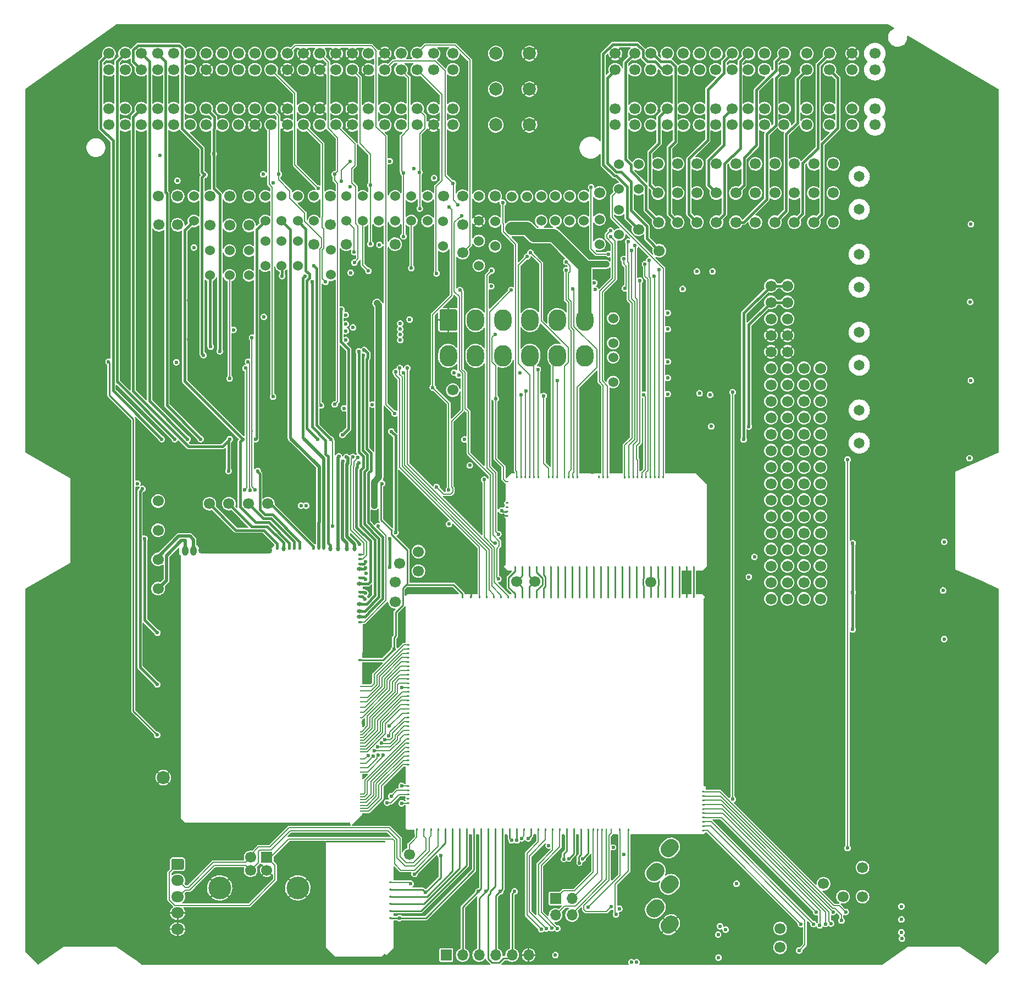
<source format=gbl>
G04 #@! TF.GenerationSoftware,KiCad,Pcbnew,(6.0.0)*
G04 #@! TF.CreationDate,2022-08-31T22:59:22+03:00*
G04 #@! TF.ProjectId,hellen154hyundai,68656c6c-656e-4313-9534-6879756e6461,b*
G04 #@! TF.SameCoordinates,PX5f5e100PYc845880*
G04 #@! TF.FileFunction,Copper,L4,Bot*
G04 #@! TF.FilePolarity,Positive*
%FSLAX46Y46*%
G04 Gerber Fmt 4.6, Leading zero omitted, Abs format (unit mm)*
G04 Created by KiCad (PCBNEW (6.0.0)) date 2022-08-31 22:59:22*
%MOMM*%
%LPD*%
G01*
G04 APERTURE LIST*
G04 #@! TA.AperFunction,ComponentPad*
%ADD10C,1.700000*%
G04 #@! TD*
G04 #@! TA.AperFunction,ComponentPad*
%ADD11R,1.700000X1.700000*%
G04 #@! TD*
G04 #@! TA.AperFunction,ComponentPad*
%ADD12O,1.700000X1.700000*%
G04 #@! TD*
G04 #@! TA.AperFunction,ComponentPad*
%ADD13C,1.524000*%
G04 #@! TD*
G04 #@! TA.AperFunction,ComponentPad*
%ADD14C,2.000000*%
G04 #@! TD*
G04 #@! TA.AperFunction,ComponentPad*
%ADD15C,3.500000*%
G04 #@! TD*
G04 #@! TA.AperFunction,ComponentPad*
%ADD16C,1.500000*%
G04 #@! TD*
G04 #@! TA.AperFunction,ComponentPad*
%ADD17C,1.650000*%
G04 #@! TD*
G04 #@! TA.AperFunction,ComponentPad*
%ADD18C,0.600000*%
G04 #@! TD*
G04 #@! TA.AperFunction,ComponentPad*
%ADD19C,0.599999*%
G04 #@! TD*
G04 #@! TA.AperFunction,ComponentPad*
%ADD20O,2.700000X3.300000*%
G04 #@! TD*
G04 #@! TA.AperFunction,ComponentPad*
%ADD21O,1.950000X1.700000*%
G04 #@! TD*
G04 #@! TA.AperFunction,SMDPad,CuDef*
%ADD22O,0.200000X40.800000*%
G04 #@! TD*
G04 #@! TA.AperFunction,SMDPad,CuDef*
%ADD23O,25.600000X0.200000*%
G04 #@! TD*
G04 #@! TA.AperFunction,SMDPad,CuDef*
%ADD24O,1.000001X1.500000*%
G04 #@! TD*
G04 #@! TA.AperFunction,SMDPad,CuDef*
%ADD25O,11.400000X1.100000*%
G04 #@! TD*
G04 #@! TA.AperFunction,SMDPad,CuDef*
%ADD26O,0.399999X0.599999*%
G04 #@! TD*
G04 #@! TA.AperFunction,SMDPad,CuDef*
%ADD27O,0.599999X0.800001*%
G04 #@! TD*
G04 #@! TA.AperFunction,SMDPad,CuDef*
%ADD28O,0.599999X0.399999*%
G04 #@! TD*
G04 #@! TA.AperFunction,SMDPad,CuDef*
%ADD29O,0.800001X0.599999*%
G04 #@! TD*
G04 #@! TA.AperFunction,SMDPad,CuDef*
%ADD30O,0.399999X0.200000*%
G04 #@! TD*
G04 #@! TA.AperFunction,SMDPad,CuDef*
%ADD31C,2.000000*%
G04 #@! TD*
G04 #@! TA.AperFunction,ViaPad*
%ADD32C,0.600000*%
G04 #@! TD*
G04 #@! TA.AperFunction,ViaPad*
%ADD33C,1.500000*%
G04 #@! TD*
G04 #@! TA.AperFunction,Conductor*
%ADD34C,0.250000*%
G04 #@! TD*
G04 #@! TA.AperFunction,Conductor*
%ADD35C,0.400000*%
G04 #@! TD*
G04 #@! TA.AperFunction,Conductor*
%ADD36C,0.200000*%
G04 #@! TD*
G04 #@! TA.AperFunction,Conductor*
%ADD37C,1.000000*%
G04 #@! TD*
G04 #@! TA.AperFunction,Conductor*
%ADD38C,2.000000*%
G04 #@! TD*
G04 #@! TA.AperFunction,Conductor*
%ADD39C,0.500000*%
G04 #@! TD*
G04 APERTURE END LIST*
D10*
G04 #@! TO.P,P37,1,Pin_1*
G04 #@! TO.N,Net-(P1-Pad26)*
X104500000Y128500000D03*
G04 #@! TD*
G04 #@! TO.P,P33,1,Pin_1*
G04 #@! TO.N,Net-(P1-Pad18)*
X128500000Y119500000D03*
G04 #@! TD*
G04 #@! TO.P,P46,1,Pin_1*
G04 #@! TO.N,Net-(P1-Pad38)*
X113500000Y124000000D03*
G04 #@! TD*
D11*
G04 #@! TO.P,J3,1,Pin_1*
G04 #@! TO.N,+3V3*
X71880000Y6500000D03*
D12*
G04 #@! TO.P,J3,2,Pin_2*
G04 #@! TO.N,/SD_CS*
X74420000Y6500000D03*
G04 #@! TO.P,J3,3,Pin_3*
G04 #@! TO.N,/SD_MOSI*
X76960000Y6500000D03*
G04 #@! TO.P,J3,4,Pin_4*
G04 #@! TO.N,/SD_SCK*
X79500000Y6500000D03*
G04 #@! TO.P,J3,5,Pin_5*
G04 #@! TO.N,/SD_MISO*
X82040000Y6500000D03*
G04 #@! TO.P,J3,6,Pin_6*
G04 #@! TO.N,GND*
X84580000Y6500000D03*
G04 #@! TD*
D13*
G04 #@! TO.P,F1,1,1*
G04 #@! TO.N,Net-(F1-Pad1)*
X84300000Y123450000D03*
G04 #@! TO.P,F1,2,2*
G04 #@! TO.N,+12V_RAW*
X84300000Y118550000D03*
G04 #@! TD*
D10*
G04 #@! TO.P,P85,1,Pin_1*
G04 #@! TO.N,Net-(M3-PadN32)*
X66200000Y22000000D03*
G04 #@! TD*
G04 #@! TO.P,P53,1,Pin_1*
G04 #@! TO.N,Net-(P1-Pad50)*
X122500000Y128500000D03*
G04 #@! TD*
G04 #@! TO.P,G9,1*
G04 #@! TO.N,Net-(G9-Pad1)*
X126979999Y74110000D03*
G04 #@! TO.P,G9,2*
G04 #@! TO.N,Net-(G9-Pad2)*
X126979999Y76650000D03*
G04 #@! TO.P,G9,3*
G04 #@! TO.N,Net-(G9-Pad3)*
X126979999Y79190000D03*
G04 #@! TO.P,G9,4*
G04 #@! TO.N,Net-(G9-Pad4)*
X126979999Y81730000D03*
G04 #@! TO.P,G9,5*
G04 #@! TO.N,Net-(G9-Pad10)*
X126979999Y84270000D03*
G04 #@! TO.P,G9,6*
G04 #@! TO.N,Net-(G9-Pad1)*
X129519999Y74110000D03*
G04 #@! TO.P,G9,7*
G04 #@! TO.N,Net-(G9-Pad2)*
X129519999Y76650000D03*
G04 #@! TO.P,G9,8*
G04 #@! TO.N,Net-(G9-Pad3)*
X129519999Y79190000D03*
G04 #@! TO.P,G9,9*
G04 #@! TO.N,Net-(G9-Pad4)*
X129519999Y81730000D03*
G04 #@! TO.P,G9,10*
G04 #@! TO.N,Net-(G9-Pad10)*
X129519999Y84270000D03*
G04 #@! TD*
G04 #@! TO.P,P14,1,Pin_1*
G04 #@! TO.N,Net-(P1-Pad133)*
X79400000Y123505000D03*
G04 #@! TD*
G04 #@! TO.P,P1,1,1*
G04 #@! TO.N,/HV4*
X137912500Y145500000D03*
G04 #@! TO.P,P1,2,2*
G04 #@! TO.N,GND*
X134412500Y145500000D03*
G04 #@! TO.P,P1,3,3*
G04 #@! TO.N,Net-(P1-Pad3)*
X130912500Y145500000D03*
G04 #@! TO.P,P1,4,4*
G04 #@! TO.N,Net-(P1-Pad4)*
X127412500Y145500000D03*
G04 #@! TO.P,P1,5,5*
G04 #@! TO.N,Net-(P1-Pad5)*
X123912500Y145500000D03*
G04 #@! TO.P,P1,6,6*
G04 #@! TO.N,Net-(P1-Pad6)*
X120912500Y145500000D03*
G04 #@! TO.P,P1,7,7*
G04 #@! TO.N,Net-(P1-Pad7)*
X118412500Y145500000D03*
G04 #@! TO.P,P1,8,8*
G04 #@! TO.N,Net-(P1-Pad8)*
X115912500Y145500000D03*
G04 #@! TO.P,P1,9,9*
G04 #@! TO.N,Net-(P1-Pad9)*
X113412500Y145500000D03*
G04 #@! TO.P,P1,10,10*
G04 #@! TO.N,unconnected-(P1-Pad10)*
X110912500Y145500000D03*
G04 #@! TO.P,P1,11,11*
G04 #@! TO.N,unconnected-(P1-Pad11)*
X108412500Y145500000D03*
G04 #@! TO.P,P1,12,12*
G04 #@! TO.N,unconnected-(P1-Pad12)*
X105912500Y145500000D03*
G04 #@! TO.P,P1,13,13*
G04 #@! TO.N,Net-(P1-Pad13)*
X103412500Y145500000D03*
G04 #@! TO.P,P1,14,14*
G04 #@! TO.N,Net-(P1-Pad14)*
X100912500Y145500000D03*
G04 #@! TO.P,P1,15,15*
G04 #@! TO.N,GND*
X97912500Y145500000D03*
G04 #@! TO.P,P1,16,16*
G04 #@! TO.N,/HV2*
X137912500Y143000000D03*
G04 #@! TO.P,P1,17,17*
G04 #@! TO.N,Net-(P1-Pad17)*
X134412500Y143000000D03*
G04 #@! TO.P,P1,18,18*
G04 #@! TO.N,Net-(P1-Pad18)*
X130912500Y143000000D03*
G04 #@! TO.P,P1,19,19*
G04 #@! TO.N,Net-(P1-Pad19)*
X127412500Y143000000D03*
G04 #@! TO.P,P1,20,20*
G04 #@! TO.N,Net-(P1-Pad20)*
X123912500Y143000000D03*
G04 #@! TO.P,P1,21,21*
G04 #@! TO.N,unconnected-(P1-Pad21)*
X120912500Y143000000D03*
G04 #@! TO.P,P1,22,22*
G04 #@! TO.N,unconnected-(P1-Pad22)*
X118412500Y143000000D03*
G04 #@! TO.P,P1,23,23*
G04 #@! TO.N,unconnected-(P1-Pad23)*
X115912500Y143000000D03*
G04 #@! TO.P,P1,24,24*
G04 #@! TO.N,unconnected-(P1-Pad24)*
X113412500Y143000000D03*
G04 #@! TO.P,P1,25,25*
G04 #@! TO.N,Net-(P1-Pad25)*
X110912500Y143000000D03*
G04 #@! TO.P,P1,26,26*
G04 #@! TO.N,Net-(P1-Pad26)*
X108412500Y143000000D03*
G04 #@! TO.P,P1,27,27*
G04 #@! TO.N,Net-(P1-Pad27)*
X105912500Y143000000D03*
G04 #@! TO.P,P1,28,28*
G04 #@! TO.N,unconnected-(P1-Pad28)*
X103412500Y143000000D03*
G04 #@! TO.P,P1,29,29*
G04 #@! TO.N,Net-(P1-Pad29)*
X100912500Y143000000D03*
G04 #@! TO.P,P1,30,30*
G04 #@! TO.N,Net-(P1-Pad30)*
X97912500Y143000000D03*
G04 #@! TO.P,P1,31,31*
G04 #@! TO.N,/HV1*
X137912500Y137000000D03*
G04 #@! TO.P,P1,32,32*
G04 #@! TO.N,Net-(P1-Pad32)*
X134412500Y137000000D03*
G04 #@! TO.P,P1,33,33*
G04 #@! TO.N,Net-(P1-Pad33)*
X130912500Y137000000D03*
G04 #@! TO.P,P1,34,34*
G04 #@! TO.N,Net-(P1-Pad34)*
X127412500Y137000000D03*
G04 #@! TO.P,P1,35,35*
G04 #@! TO.N,Net-(P1-Pad35)*
X123912500Y137000000D03*
G04 #@! TO.P,P1,36,36*
G04 #@! TO.N,Net-(P1-Pad36)*
X120912500Y137000000D03*
G04 #@! TO.P,P1,37,37*
G04 #@! TO.N,Net-(P1-Pad37)*
X118412500Y137000000D03*
G04 #@! TO.P,P1,38,38*
G04 #@! TO.N,Net-(P1-Pad38)*
X115912500Y137000000D03*
G04 #@! TO.P,P1,39,39*
G04 #@! TO.N,unconnected-(P1-Pad39)*
X113412500Y137000000D03*
G04 #@! TO.P,P1,40,40*
G04 #@! TO.N,Net-(P1-Pad40)*
X110912500Y137000000D03*
G04 #@! TO.P,P1,41,41*
G04 #@! TO.N,unconnected-(P1-Pad41)*
X108412500Y137000000D03*
G04 #@! TO.P,P1,42,42*
G04 #@! TO.N,Net-(P1-Pad42)*
X105912500Y137000000D03*
G04 #@! TO.P,P1,43,43*
G04 #@! TO.N,Net-(P1-Pad43)*
X103412500Y137000000D03*
G04 #@! TO.P,P1,44,44*
G04 #@! TO.N,Net-(P1-Pad44)*
X100912500Y137000000D03*
G04 #@! TO.P,P1,45,45*
G04 #@! TO.N,Net-(P1-Pad45)*
X97912500Y137000000D03*
G04 #@! TO.P,P1,46,46*
G04 #@! TO.N,/HV3*
X137912500Y134500000D03*
G04 #@! TO.P,P1,47,47*
G04 #@! TO.N,Net-(P1-Pad47)*
X134412500Y134500000D03*
G04 #@! TO.P,P1,48,48*
G04 #@! TO.N,Net-(P1-Pad48)*
X130912500Y134500000D03*
G04 #@! TO.P,P1,49,49*
G04 #@! TO.N,Net-(P1-Pad49)*
X127412500Y134500000D03*
G04 #@! TO.P,P1,50,50*
G04 #@! TO.N,Net-(P1-Pad50)*
X123912500Y134500000D03*
G04 #@! TO.P,P1,51,51*
G04 #@! TO.N,unconnected-(P1-Pad51)*
X120912500Y134500000D03*
G04 #@! TO.P,P1,52,52*
G04 #@! TO.N,unconnected-(P1-Pad52)*
X118412500Y134500000D03*
G04 #@! TO.P,P1,53,53*
G04 #@! TO.N,Net-(P1-Pad53)*
X115912500Y134500000D03*
G04 #@! TO.P,P1,54,54*
G04 #@! TO.N,Net-(P1-Pad54)*
X113412500Y134500000D03*
G04 #@! TO.P,P1,55,55*
G04 #@! TO.N,unconnected-(P1-Pad55)*
X110912500Y134500000D03*
G04 #@! TO.P,P1,56,56*
G04 #@! TO.N,unconnected-(P1-Pad56)*
X108412500Y134500000D03*
G04 #@! TO.P,P1,57,57*
G04 #@! TO.N,Net-(P1-Pad57)*
X105912500Y134500000D03*
G04 #@! TO.P,P1,58,58*
G04 #@! TO.N,Net-(P1-Pad58)*
X103412500Y134500000D03*
G04 #@! TO.P,P1,59,59*
G04 #@! TO.N,unconnected-(P1-Pad59)*
X100912500Y134500000D03*
G04 #@! TO.P,P1,60,60*
G04 #@! TO.N,Net-(P1-Pad60)*
X97912500Y134500000D03*
D14*
G04 #@! TO.P,P1,61,1*
G04 #@! TO.N,GND*
X84712500Y145500000D03*
G04 #@! TO.P,P1,62,2*
G04 #@! TO.N,Net-(P1-Pad62)*
X79512500Y145500000D03*
G04 #@! TO.P,P1,63,3*
G04 #@! TO.N,GND*
X84712500Y140000000D03*
G04 #@! TO.P,P1,64,4*
G04 #@! TO.N,Net-(F1-Pad1)*
X79512500Y140000000D03*
G04 #@! TO.P,P1,65,5*
G04 #@! TO.N,GND*
X84712500Y134500000D03*
G04 #@! TO.P,P1,66,6*
G04 #@! TO.N,Net-(P1-Pad66)*
X79512500Y134500000D03*
D10*
G04 #@! TO.P,P1,67,7*
G04 #@! TO.N,unconnected-(P1-Pad67)*
X72912500Y145500000D03*
G04 #@! TO.P,P1,68,8*
G04 #@! TO.N,Net-(P1-Pad68)*
X69912500Y145500000D03*
G04 #@! TO.P,P1,69,9*
G04 #@! TO.N,Net-(P1-Pad69)*
X67412500Y145500000D03*
G04 #@! TO.P,P1,70,10*
G04 #@! TO.N,Net-(P1-Pad70)*
X64912500Y145500000D03*
G04 #@! TO.P,P1,71,11*
G04 #@! TO.N,GND*
X62412500Y145500000D03*
G04 #@! TO.P,P1,72,12*
G04 #@! TO.N,Net-(P1-Pad72)*
X59912500Y145500000D03*
G04 #@! TO.P,P1,73,13*
G04 #@! TO.N,GND*
X57412500Y145500000D03*
G04 #@! TO.P,P1,74,14*
X54912500Y145500000D03*
G04 #@! TO.P,P1,75,15*
G04 #@! TO.N,/IN_CAM2*
X52412500Y145500000D03*
G04 #@! TO.P,P1,76,16*
G04 #@! TO.N,GND*
X49912500Y145500000D03*
G04 #@! TO.P,P1,77,17*
G04 #@! TO.N,/IN_CRANK*
X47412500Y145500000D03*
G04 #@! TO.P,P1,78,18*
G04 #@! TO.N,Net-(P1-Pad78)*
X44912500Y145500000D03*
G04 #@! TO.P,P1,79,19*
G04 #@! TO.N,Net-(P1-Pad79)*
X42412500Y145500000D03*
G04 #@! TO.P,P1,80,20*
G04 #@! TO.N,Net-(P1-Pad80)*
X39912500Y145500000D03*
G04 #@! TO.P,P1,81,21*
G04 #@! TO.N,Net-(P1-Pad81)*
X37412500Y145500000D03*
G04 #@! TO.P,P1,82,22*
G04 #@! TO.N,Net-(P1-Pad82)*
X34912500Y145500000D03*
G04 #@! TO.P,P1,83,23*
G04 #@! TO.N,unconnected-(P1-Pad83)*
X32412500Y145500000D03*
G04 #@! TO.P,P1,84,24*
G04 #@! TO.N,unconnected-(P1-Pad84)*
X29912500Y145500000D03*
G04 #@! TO.P,P1,85,25*
G04 #@! TO.N,/OUT_INJ1*
X27412500Y145500000D03*
G04 #@! TO.P,P1,86,26*
G04 #@! TO.N,/OUT_INJ2*
X24912500Y145500000D03*
G04 #@! TO.P,P1,87,27*
G04 #@! TO.N,/OUT_INJ3*
X22412500Y145500000D03*
G04 #@! TO.P,P1,88,28*
G04 #@! TO.N,/OUT_INJ4*
X19912500Y145500000D03*
G04 #@! TO.P,P1,89,29*
G04 #@! TO.N,unconnected-(P1-Pad89)*
X72912500Y143000000D03*
G04 #@! TO.P,P1,90,30*
G04 #@! TO.N,Net-(P1-Pad90)*
X69912500Y143000000D03*
G04 #@! TO.P,P1,91,31*
G04 #@! TO.N,/IN_MAP1*
X67412500Y143000000D03*
G04 #@! TO.P,P1,92,32*
G04 #@! TO.N,/IN_TPS2*
X64912500Y143000000D03*
G04 #@! TO.P,P1,93,33*
G04 #@! TO.N,/IN_CLT*
X62412500Y143000000D03*
G04 #@! TO.P,P1,94,34*
G04 #@! TO.N,GND*
X59912500Y143000000D03*
G04 #@! TO.P,P1,95,35*
G04 #@! TO.N,/IN_PPS2*
X57412500Y143000000D03*
G04 #@! TO.P,P1,96,36*
G04 #@! TO.N,Net-(P1-Pad96)*
X54912500Y143000000D03*
G04 #@! TO.P,P1,97,37*
G04 #@! TO.N,GND*
X52412500Y143000000D03*
G04 #@! TO.P,P1,98,38*
G04 #@! TO.N,Net-(P1-Pad98)*
X49912500Y143000000D03*
G04 #@! TO.P,P1,99,39*
G04 #@! TO.N,GND*
X47412500Y143000000D03*
G04 #@! TO.P,P1,100,40*
G04 #@! TO.N,Net-(P1-Pad100)*
X44912500Y143000000D03*
G04 #@! TO.P,P1,101,41*
G04 #@! TO.N,unconnected-(P1-Pad101)*
X42412500Y143000000D03*
G04 #@! TO.P,P1,102,42*
G04 #@! TO.N,Net-(P1-Pad102)*
X39912500Y143000000D03*
G04 #@! TO.P,P1,103,43*
G04 #@! TO.N,Net-(P1-Pad103)*
X37412500Y143000000D03*
G04 #@! TO.P,P1,104,44*
G04 #@! TO.N,GND*
X34912500Y143000000D03*
G04 #@! TO.P,P1,105,45*
G04 #@! TO.N,unconnected-(P1-Pad105)*
X32412500Y143000000D03*
G04 #@! TO.P,P1,106,46*
G04 #@! TO.N,Net-(P1-Pad106)*
X29912500Y143000000D03*
G04 #@! TO.P,P1,107,47*
G04 #@! TO.N,Net-(P1-Pad107)*
X27412500Y143000000D03*
G04 #@! TO.P,P1,108,48*
G04 #@! TO.N,/OUT_LS1*
X24912500Y143000000D03*
G04 #@! TO.P,P1,109,49*
G04 #@! TO.N,unconnected-(P1-Pad109)*
X22412500Y143000000D03*
G04 #@! TO.P,P1,110,50*
G04 #@! TO.N,Net-(P1-Pad110)*
X19912500Y143000000D03*
G04 #@! TO.P,P1,111,51*
G04 #@! TO.N,Net-(F2-Pad1)*
X72912500Y137000000D03*
G04 #@! TO.P,P1,112,52*
G04 #@! TO.N,Net-(P1-Pad112)*
X69912500Y137000000D03*
G04 #@! TO.P,P1,113,53*
G04 #@! TO.N,/IN_IAT*
X67412500Y137000000D03*
G04 #@! TO.P,P1,114,54*
G04 #@! TO.N,Net-(P1-Pad114)*
X64912500Y137000000D03*
G04 #@! TO.P,P1,115,55*
G04 #@! TO.N,unconnected-(P1-Pad115)*
X62412500Y137000000D03*
G04 #@! TO.P,P1,116,56*
G04 #@! TO.N,Net-(P1-Pad116)*
X59912500Y137000000D03*
G04 #@! TO.P,P1,117,57*
G04 #@! TO.N,GND*
X57412500Y137000000D03*
G04 #@! TO.P,P1,118,58*
G04 #@! TO.N,Net-(P1-Pad118)*
X54912500Y137000000D03*
G04 #@! TO.P,P1,119,59*
G04 #@! TO.N,GND*
X52412500Y137000000D03*
G04 #@! TO.P,P1,120,60*
G04 #@! TO.N,Net-(P1-Pad120)*
X49912500Y137000000D03*
G04 #@! TO.P,P1,121,61*
G04 #@! TO.N,GND*
X47412500Y137000000D03*
G04 #@! TO.P,P1,122,62*
G04 #@! TO.N,/IN_CAM1*
X44912500Y137000000D03*
G04 #@! TO.P,P1,123,63*
G04 #@! TO.N,Net-(P1-Pad123)*
X42412500Y137000000D03*
G04 #@! TO.P,P1,124,64*
G04 #@! TO.N,Net-(P1-Pad124)*
X39912500Y137000000D03*
G04 #@! TO.P,P1,125,65*
G04 #@! TO.N,Net-(P1-Pad125)*
X37412500Y137000000D03*
G04 #@! TO.P,P1,126,66*
G04 #@! TO.N,/OUT_CVVT1*
X34912500Y137000000D03*
G04 #@! TO.P,P1,127,67*
G04 #@! TO.N,Net-(P1-Pad127)*
X32412500Y137000000D03*
G04 #@! TO.P,P1,128,68*
G04 #@! TO.N,/OUT_CVVT2*
X29912500Y137000000D03*
G04 #@! TO.P,P1,129,69*
G04 #@! TO.N,Net-(P1-Pad129)*
X27412500Y137000000D03*
G04 #@! TO.P,P1,130,70*
G04 #@! TO.N,/OUT_FUEL_PUMP_RELAY*
X24912500Y137000000D03*
G04 #@! TO.P,P1,131,71*
G04 #@! TO.N,/OUT_ETB2*
X22412500Y137000000D03*
G04 #@! TO.P,P1,132,72*
G04 #@! TO.N,/OUT_ETB1*
X19912500Y137000000D03*
G04 #@! TO.P,P1,133,73*
G04 #@! TO.N,Net-(P1-Pad133)*
X72912500Y134500000D03*
G04 #@! TO.P,P1,134,74*
G04 #@! TO.N,GND*
X69912500Y134500000D03*
G04 #@! TO.P,P1,135,75*
G04 #@! TO.N,Net-(P1-Pad135)*
X67412500Y134500000D03*
G04 #@! TO.P,P1,136,76*
G04 #@! TO.N,Net-(P1-Pad136)*
X64912500Y134500000D03*
G04 #@! TO.P,P1,137,77*
G04 #@! TO.N,Net-(P1-Pad137)*
X62412500Y134500000D03*
G04 #@! TO.P,P1,138,78*
G04 #@! TO.N,Net-(P1-Pad138)*
X59912500Y134500000D03*
G04 #@! TO.P,P1,139,79*
G04 #@! TO.N,GND*
X57412500Y134500000D03*
G04 #@! TO.P,P1,140,80*
G04 #@! TO.N,/IN_TPS1*
X54912500Y134500000D03*
G04 #@! TO.P,P1,141,81*
G04 #@! TO.N,unconnected-(P1-Pad141)*
X52412500Y134500000D03*
G04 #@! TO.P,P1,142,82*
G04 #@! TO.N,/IN_PPS1*
X49912500Y134500000D03*
G04 #@! TO.P,P1,143,83*
G04 #@! TO.N,GND*
X47412500Y134500000D03*
G04 #@! TO.P,P1,144,84*
G04 #@! TO.N,/IN_WBO*
X44912500Y134500000D03*
G04 #@! TO.P,P1,145,85*
G04 #@! TO.N,GND*
X42412500Y134500000D03*
G04 #@! TO.P,P1,146,86*
G04 #@! TO.N,Net-(P1-Pad146)*
X39912500Y134500000D03*
G04 #@! TO.P,P1,147,87*
G04 #@! TO.N,Net-(P1-Pad147)*
X37412500Y134500000D03*
G04 #@! TO.P,P1,148,88*
G04 #@! TO.N,Net-(P1-Pad148)*
X34912500Y134500000D03*
G04 #@! TO.P,P1,149,89*
G04 #@! TO.N,Net-(P1-Pad149)*
X32412500Y134500000D03*
G04 #@! TO.P,P1,150,90*
G04 #@! TO.N,Net-(P1-Pad150)*
X29912500Y134500000D03*
G04 #@! TO.P,P1,151,91*
G04 #@! TO.N,Net-(P1-Pad151)*
X27412500Y134500000D03*
G04 #@! TO.P,P1,152,92*
G04 #@! TO.N,Net-(P1-Pad152)*
X24912500Y134500000D03*
G04 #@! TO.P,P1,153,93*
G04 #@! TO.N,Net-(P1-Pad153)*
X22412500Y134500000D03*
G04 #@! TO.P,P1,154,94*
G04 #@! TO.N,Net-(P1-Pad154)*
X19912500Y134500000D03*
G04 #@! TD*
D13*
G04 #@! TO.P,R17,1,1*
G04 #@! TO.N,/IN_WASTEGATE_POS*
X41500000Y111295000D03*
G04 #@! TO.P,R17,2,2*
G04 #@! TO.N,Net-(P1-Pad82)*
X41500000Y115105000D03*
G04 #@! TD*
D10*
G04 #@! TO.P,P45,1,Pin_1*
G04 #@! TO.N,Net-(P1-Pad37)*
X116500000Y128500000D03*
G04 #@! TD*
D13*
G04 #@! TO.P,R30,1,1*
G04 #@! TO.N,/OUT_WGT*
X35500000Y111295000D03*
G04 #@! TO.P,R30,2,2*
G04 #@! TO.N,Net-(P1-Pad107)*
X35500000Y115105000D03*
G04 #@! TD*
D11*
G04 #@! TO.P,J40,1,VBUS*
G04 #@! TO.N,/VBUS*
X44250000Y21577500D03*
D10*
G04 #@! TO.P,J40,2,D-*
G04 #@! TO.N,/USB-*
X41750000Y21577500D03*
G04 #@! TO.P,J40,3,D+*
G04 #@! TO.N,/USB+*
X41750000Y19577500D03*
G04 #@! TO.P,J40,4,GND*
G04 #@! TO.N,GND*
X44250000Y19577500D03*
D15*
G04 #@! TO.P,J40,5,Shield*
X49020000Y16867500D03*
X36980000Y16867500D03*
G04 #@! TD*
D10*
G04 #@! TO.P,P31,1,Pin_1*
G04 #@! TO.N,Net-(P1-Pad14)*
X104600000Y119500000D03*
G04 #@! TD*
G04 #@! TO.P,P74,1,Pin_1*
G04 #@! TO.N,/CRANK*
X82700000Y64100000D03*
G04 #@! TD*
D13*
G04 #@! TO.P,R42,1,1*
G04 #@! TO.N,Net-(J2-Pad5)*
X97600000Y104654999D03*
G04 #@! TO.P,R42,2,2*
G04 #@! TO.N,/AIN3*
X97600000Y100844999D03*
G04 #@! TD*
D10*
G04 #@! TO.P,P87,1,Pin_1*
G04 #@! TO.N,Net-(M6-PadS2)*
X123300000Y10600000D03*
G04 #@! TD*
G04 #@! TO.P,P25,1,Pin_1*
G04 #@! TO.N,Net-(P1-Pad5)*
X116500000Y124000000D03*
G04 #@! TD*
G04 #@! TO.P,P61,1,Pin_1*
G04 #@! TO.N,Net-(M5-PadS6)*
X35400000Y76100000D03*
G04 #@! TD*
G04 #@! TO.P,P3,1,Pin_1*
G04 #@! TO.N,Net-(P1-Pad69)*
X74400000Y114800000D03*
G04 #@! TD*
G04 #@! TO.P,P68,1,Pin_1*
G04 #@! TO.N,Net-(M5-PadW3)*
X67600000Y68700000D03*
G04 #@! TD*
D13*
G04 #@! TO.P,R52,1,1*
G04 #@! TO.N,/OUT_AC_RELAY*
X46500000Y119695000D03*
G04 #@! TO.P,R52,2,2*
G04 #@! TO.N,Net-(P1-Pad147)*
X46500000Y123505000D03*
G04 #@! TD*
D10*
G04 #@! TO.P,P42,1,Pin_1*
G04 #@! TO.N,Net-(P1-Pad34)*
X125500000Y124000000D03*
G04 #@! TD*
G04 #@! TO.P,P75,1,Pin_1*
G04 #@! TO.N,/CAM1*
X85500000Y64100000D03*
G04 #@! TD*
D13*
G04 #@! TO.P,R28,1,1*
G04 #@! TO.N,/IN_VSS*
X54100000Y111395000D03*
G04 #@! TO.P,R28,2,2*
G04 #@! TO.N,Net-(P1-Pad100)*
X54100000Y115205000D03*
G04 #@! TD*
D10*
G04 #@! TO.P,P24,1,Pin_1*
G04 #@! TO.N,Net-(P1-Pad4)*
X119500000Y119500000D03*
G04 #@! TD*
G04 #@! TO.P,P86,1,Pin_1*
G04 #@! TO.N,Net-(M6-PadS1)*
X123300000Y7700000D03*
G04 #@! TD*
D16*
G04 #@! TO.P,U2,9,GND*
G04 #@! TO.N,GND*
X61500000Y109650000D03*
G04 #@! TD*
D10*
G04 #@! TO.P,G7,1*
G04 #@! TO.N,Net-(G7-Pad1)*
X126980000Y86810001D03*
G04 #@! TO.P,G7,2*
G04 #@! TO.N,Net-(G7-Pad2)*
X126980000Y89350001D03*
G04 #@! TO.P,G7,3*
G04 #@! TO.N,Net-(G7-Pad3)*
X126980000Y91890001D03*
G04 #@! TO.P,G7,4*
G04 #@! TO.N,Net-(G7-Pad4)*
X126980000Y94430001D03*
G04 #@! TO.P,G7,5*
G04 #@! TO.N,Net-(G7-Pad10)*
X126980000Y96970001D03*
G04 #@! TO.P,G7,6*
G04 #@! TO.N,Net-(G7-Pad1)*
X129520000Y86810001D03*
G04 #@! TO.P,G7,7*
G04 #@! TO.N,Net-(G7-Pad2)*
X129520000Y89350001D03*
G04 #@! TO.P,G7,8*
G04 #@! TO.N,Net-(G7-Pad3)*
X129520000Y91890001D03*
G04 #@! TO.P,G7,9*
G04 #@! TO.N,Net-(G7-Pad4)*
X129520000Y94430001D03*
G04 #@! TO.P,G7,10*
G04 #@! TO.N,Net-(G7-Pad10)*
X129520000Y96970001D03*
G04 #@! TD*
D13*
G04 #@! TO.P,R41,1,1*
G04 #@! TO.N,/AIN3*
X97600000Y98654999D03*
G04 #@! TO.P,R41,2,2*
G04 #@! TO.N,/IN_WBO*
X97600000Y94844999D03*
G04 #@! TD*
D10*
G04 #@! TO.P,P10,1,Pin_1*
G04 #@! TO.N,Net-(P1-Pad110)*
X27600000Y119100000D03*
G04 #@! TD*
G04 #@! TO.P,P29,1,Pin_1*
G04 #@! TO.N,Net-(P1-Pad9)*
X110500000Y124000000D03*
G04 #@! TD*
G04 #@! TO.P,P41,1,Pin_1*
G04 #@! TO.N,Net-(P1-Pad33)*
X128500000Y124000000D03*
G04 #@! TD*
G04 #@! TO.P,P51,1,Pin_1*
G04 #@! TO.N,Net-(P1-Pad48)*
X128500000Y128500000D03*
G04 #@! TD*
G04 #@! TO.P,M7,G,GND*
G04 #@! TO.N,GND*
G04 #@! TA.AperFunction,SMDPad,CuDef*
G36*
G01*
X62448171Y23892479D02*
X53278173Y23892479D01*
G75*
G02*
X53178173Y23992479I0J100000D01*
G01*
X53178173Y23992479D01*
G75*
G02*
X53278173Y24092479I100000J0D01*
G01*
X62448171Y24092479D01*
G75*
G02*
X62548171Y23992479I0J-100000D01*
G01*
X62548171Y23992479D01*
G75*
G02*
X62448171Y23892479I-100000J0D01*
G01*
G37*
G04 #@! TD.AperFunction*
G04 #@! TA.AperFunction,SMDPad,CuDef*
G36*
G01*
X54707503Y6299995D02*
X61997503Y6299995D01*
G75*
G02*
X62097503Y6199995I0J-100000D01*
G01*
X62097503Y6199995D01*
G75*
G02*
X61997503Y6099995I-100000J0D01*
G01*
X54707503Y6099995D01*
G75*
G02*
X54607503Y6199995I0J100000D01*
G01*
X54607503Y6199995D01*
G75*
G02*
X54707503Y6299995I100000J0D01*
G01*
G37*
G04 #@! TD.AperFunction*
G04 #@! TA.AperFunction,SMDPad,CuDef*
G36*
G01*
X53168360Y7620558D02*
X53168360Y23970558D01*
G75*
G02*
X53268360Y24070558I100000J0D01*
G01*
X53268360Y24070558D01*
G75*
G02*
X53368360Y23970558I0J-100000D01*
G01*
X53368360Y7620558D01*
G75*
G02*
X53268360Y7520558I-100000J0D01*
G01*
X53268360Y7520558D01*
G75*
G02*
X53168360Y7620558I0J100000D01*
G01*
G37*
G04 #@! TD.AperFunction*
G04 #@! TA.AperFunction,SMDPad,CuDef*
G36*
G01*
X53341194Y7684710D02*
X54748336Y6277568D01*
G75*
G02*
X54748336Y6136146I-70711J-70711D01*
G01*
X54748336Y6136146D01*
G75*
G02*
X54606914Y6136146I-70711J70711D01*
G01*
X53199772Y7543288D01*
G75*
G02*
X53199772Y7684710I70711J70711D01*
G01*
X53199772Y7684710D01*
G75*
G02*
X53341194Y7684710I70711J-70711D01*
G01*
G37*
G04 #@! TD.AperFunction*
G04 #@! TA.AperFunction,SMDPad,CuDef*
G36*
G01*
X61940127Y6281540D02*
X62364391Y6705804D01*
G75*
G02*
X62505813Y6705804I70711J-70711D01*
G01*
X62505813Y6705804D01*
G75*
G02*
X62505813Y6564382I-70711J-70711D01*
G01*
X62081549Y6140118D01*
G75*
G02*
X61940127Y6140118I-70711J70711D01*
G01*
X61940127Y6140118D01*
G75*
G02*
X61940127Y6281540I70711J70711D01*
G01*
G37*
G04 #@! TD.AperFunction*
G04 #@! TO.P,M7,N1,V5*
G04 #@! TO.N,+5V*
G04 #@! TA.AperFunction,SMDPad,CuDef*
G36*
G01*
X63150004Y17824995D02*
X63400002Y17824995D01*
G75*
G02*
X63525002Y17699995I0J-125000D01*
G01*
X63525002Y17699995D01*
G75*
G02*
X63400002Y17574995I-125000J0D01*
G01*
X63150004Y17574995D01*
G75*
G02*
X63025004Y17699995I0J125000D01*
G01*
X63025004Y17699995D01*
G75*
G02*
X63150004Y17824995I125000J0D01*
G01*
G37*
G04 #@! TD.AperFunction*
G04 #@! TO.P,M7,N2,V33*
G04 #@! TO.N,+3V3*
G04 #@! TA.AperFunction,SMDPad,CuDef*
G36*
G01*
X63150004Y16724997D02*
X63400002Y16724997D01*
G75*
G02*
X63525002Y16599997I0J-125000D01*
G01*
X63525002Y16599997D01*
G75*
G02*
X63400002Y16474997I-125000J0D01*
G01*
X63150004Y16474997D01*
G75*
G02*
X63025004Y16599997I0J125000D01*
G01*
X63025004Y16599997D01*
G75*
G02*
X63150004Y16724997I125000J0D01*
G01*
G37*
G04 #@! TD.AperFunction*
G04 #@! TO.P,M7,N3,SWO*
G04 #@! TO.N,Net-(M3-PadN27)*
G04 #@! TA.AperFunction,SMDPad,CuDef*
G36*
G01*
X63150004Y15624999D02*
X63400002Y15624999D01*
G75*
G02*
X63525002Y15499999I0J-125000D01*
G01*
X63525002Y15499999D01*
G75*
G02*
X63400002Y15374999I-125000J0D01*
G01*
X63150004Y15374999D01*
G75*
G02*
X63025004Y15499999I0J125000D01*
G01*
X63025004Y15499999D01*
G75*
G02*
X63150004Y15624999I125000J0D01*
G01*
G37*
G04 #@! TD.AperFunction*
G04 #@! TO.P,M7,N4,SWDIO*
G04 #@! TO.N,Net-(M3-PadN26)*
G04 #@! TA.AperFunction,SMDPad,CuDef*
G36*
G01*
X63150004Y14525001D02*
X63400002Y14525001D01*
G75*
G02*
X63525002Y14400001I0J-125000D01*
G01*
X63525002Y14400001D01*
G75*
G02*
X63400002Y14275001I-125000J0D01*
G01*
X63150004Y14275001D01*
G75*
G02*
X63025004Y14400001I0J125000D01*
G01*
X63025004Y14400001D01*
G75*
G02*
X63150004Y14525001I125000J0D01*
G01*
G37*
G04 #@! TD.AperFunction*
G04 #@! TO.P,M7,N5,SWCLK*
G04 #@! TO.N,Net-(M3-PadN25)*
G04 #@! TA.AperFunction,SMDPad,CuDef*
G36*
G01*
X63150004Y13425003D02*
X63400002Y13425003D01*
G75*
G02*
X63525002Y13300003I0J-125000D01*
G01*
X63525002Y13300003D01*
G75*
G02*
X63400002Y13175003I-125000J0D01*
G01*
X63150004Y13175003D01*
G75*
G02*
X63025004Y13300003I0J125000D01*
G01*
X63025004Y13300003D01*
G75*
G02*
X63150004Y13425003I125000J0D01*
G01*
G37*
G04 #@! TD.AperFunction*
G04 #@! TO.P,M7,N6,nReset*
G04 #@! TO.N,/NRESET*
G04 #@! TA.AperFunction,SMDPad,CuDef*
G36*
G01*
X63150004Y12325006D02*
X63400002Y12325006D01*
G75*
G02*
X63525002Y12200006I0J-125000D01*
G01*
X63525002Y12200006D01*
G75*
G02*
X63400002Y12075006I-125000J0D01*
G01*
X63150004Y12075006D01*
G75*
G02*
X63025004Y12200006I0J125000D01*
G01*
X63025004Y12200006D01*
G75*
G02*
X63150004Y12325006I125000J0D01*
G01*
G37*
G04 #@! TD.AperFunction*
G04 #@! TD*
D13*
G04 #@! TO.P,R32,1,1*
G04 #@! TO.N,GND*
X76900000Y119695000D03*
G04 #@! TO.P,R32,2,2*
G04 #@! TO.N,Net-(P1-Pad112)*
X76900000Y123505000D03*
G04 #@! TD*
D10*
G04 #@! TO.P,P44,1,Pin_1*
G04 #@! TO.N,Net-(P1-Pad36)*
X119500000Y128500000D03*
G04 #@! TD*
D13*
G04 #@! TO.P,R58,1,1*
G04 #@! TO.N,/IN_AC_ON*
X101500000Y124595000D03*
G04 #@! TO.P,R58,2,2*
G04 #@! TO.N,Net-(P1-Pad57)*
X101500000Y128405000D03*
G04 #@! TD*
D10*
G04 #@! TO.P,P13,1,Pin_1*
G04 #@! TO.N,Net-(P1-Pad129)*
X35500000Y119000000D03*
G04 #@! TD*
G04 #@! TO.P,G5,1*
G04 #@! TO.N,Net-(G5-Pad1)*
X121900000Y61410000D03*
G04 #@! TO.P,G5,2*
G04 #@! TO.N,Net-(G5-Pad2)*
X121900000Y63950000D03*
G04 #@! TO.P,G5,3*
G04 #@! TO.N,Net-(G5-Pad3)*
X121900000Y66490000D03*
G04 #@! TO.P,G5,4*
G04 #@! TO.N,Net-(G5-Pad4)*
X121900000Y69030000D03*
G04 #@! TO.P,G5,5*
G04 #@! TO.N,Net-(G5-Pad10)*
X121900000Y71570000D03*
G04 #@! TO.P,G5,6*
G04 #@! TO.N,Net-(G5-Pad1)*
X124440000Y61410000D03*
G04 #@! TO.P,G5,7*
G04 #@! TO.N,Net-(G5-Pad2)*
X124440000Y63950000D03*
G04 #@! TO.P,G5,8*
G04 #@! TO.N,Net-(G5-Pad3)*
X124440000Y66490000D03*
G04 #@! TO.P,G5,9*
G04 #@! TO.N,Net-(G5-Pad4)*
X124440000Y69030000D03*
G04 #@! TO.P,G5,10*
G04 #@! TO.N,Net-(G5-Pad10)*
X124440000Y71570000D03*
G04 #@! TD*
G04 #@! TO.P,P56,1,Pin_1*
G04 #@! TO.N,Net-(M2-PadS4)*
X136000000Y20000000D03*
G04 #@! TD*
G04 #@! TO.P,P7,1,Pin_1*
G04 #@! TO.N,Net-(P1-Pad98)*
X56500000Y116100000D03*
G04 #@! TD*
G04 #@! TO.P,P23,1,Pin_1*
G04 #@! TO.N,Net-(P1-Pad3)*
X125500000Y119500000D03*
G04 #@! TD*
G04 #@! TO.P,P21,1,Pin_1*
G04 #@! TO.N,Net-(P1-Pad153)*
X30500000Y123500000D03*
G04 #@! TD*
G04 #@! TO.P,P66,1,Pin_1*
G04 #@! TO.N,Net-(M5-PadS7)*
X38400000Y76100000D03*
G04 #@! TD*
D13*
G04 #@! TO.P,R39,1,1*
G04 #@! TO.N,/OUT_MAIN_RELAY*
X49000000Y112795000D03*
G04 #@! TO.P,R39,2,2*
G04 #@! TO.N,Net-(P1-Pad124)*
X49000000Y116605000D03*
G04 #@! TD*
G04 #@! TO.P,R4,1,1*
G04 #@! TO.N,+12V_PERM*
X86500000Y119690000D03*
G04 #@! TO.P,R4,2,2*
G04 #@! TO.N,Net-(P1-Pad66)*
X86500000Y123500000D03*
G04 #@! TD*
G04 #@! TO.P,R12,1,1*
G04 #@! TO.N,/IN_TEMP*
X38500000Y111295000D03*
G04 #@! TO.P,R12,2,2*
G04 #@! TO.N,Net-(P1-Pad81)*
X38500000Y115105000D03*
G04 #@! TD*
D10*
G04 #@! TO.P,P18,1,Pin_1*
G04 #@! TO.N,Net-(P1-Pad149)*
X41500000Y123500000D03*
G04 #@! TD*
G04 #@! TO.P,P27,1,Pin_1*
G04 #@! TO.N,Net-(P1-Pad7)*
X113500000Y119500000D03*
G04 #@! TD*
G04 #@! TO.P,P50,1,Pin_1*
G04 #@! TO.N,Net-(P1-Pad47)*
X131500000Y128500000D03*
G04 #@! TD*
G04 #@! TO.P,P59,1,Pin_1*
G04 #@! TO.N,Net-(M2-PadS1)*
X136000000Y15500000D03*
G04 #@! TD*
G04 #@! TO.P,P62,1,Pin_1*
G04 #@! TO.N,Net-(M5-PadS1)*
X27500000Y63000000D03*
G04 #@! TD*
G04 #@! TO.P,G10,1*
G04 #@! TO.N,GND*
X121900000Y99510000D03*
G04 #@! TO.P,G10,2*
X121900000Y102050000D03*
G04 #@! TO.P,G10,3*
G04 #@! TO.N,+3V3*
X121900000Y104590000D03*
G04 #@! TO.P,G10,4*
G04 #@! TO.N,+5V*
X121900000Y107130000D03*
G04 #@! TO.P,G10,5*
G04 #@! TO.N,+12V*
X121900000Y109670000D03*
G04 #@! TO.P,G10,6*
G04 #@! TO.N,GND*
X124440000Y99510000D03*
G04 #@! TO.P,G10,7*
X124440000Y102050000D03*
G04 #@! TO.P,G10,8*
G04 #@! TO.N,+3V3*
X124440000Y104590000D03*
G04 #@! TO.P,G10,9*
G04 #@! TO.N,+5V*
X124440000Y107130000D03*
G04 #@! TO.P,G10,10*
G04 #@! TO.N,+12V*
X124440000Y109670000D03*
G04 #@! TD*
G04 #@! TO.P,G4,1*
G04 #@! TO.N,Net-(G4-Pad1)*
X121900000Y74110000D03*
G04 #@! TO.P,G4,2*
G04 #@! TO.N,Net-(G4-Pad2)*
X121900000Y76650000D03*
G04 #@! TO.P,G4,3*
G04 #@! TO.N,Net-(G4-Pad3)*
X121900000Y79190000D03*
G04 #@! TO.P,G4,4*
G04 #@! TO.N,Net-(G4-Pad4)*
X121900000Y81730000D03*
G04 #@! TO.P,G4,5*
G04 #@! TO.N,Net-(G4-Pad10)*
X121900000Y84270000D03*
G04 #@! TO.P,G4,6*
G04 #@! TO.N,Net-(G4-Pad1)*
X124440000Y74110000D03*
G04 #@! TO.P,G4,7*
G04 #@! TO.N,Net-(G4-Pad2)*
X124440000Y76650000D03*
G04 #@! TO.P,G4,8*
G04 #@! TO.N,Net-(G4-Pad3)*
X124440000Y79190000D03*
G04 #@! TO.P,G4,9*
G04 #@! TO.N,Net-(G4-Pad4)*
X124440000Y81730000D03*
G04 #@! TO.P,G4,10*
G04 #@! TO.N,Net-(G4-Pad10)*
X124440000Y84270000D03*
G04 #@! TD*
G04 #@! TO.P,P12,1,Pin_1*
G04 #@! TO.N,Net-(P1-Pad127)*
X41500000Y119000000D03*
G04 #@! TD*
D17*
G04 #@! TO.P,F6,1,1*
G04 #@! TO.N,/HV3*
X135500000Y126540000D03*
G04 #@! TO.P,F6,2,2*
G04 #@! TO.N,/OUT_IGN3*
X135500000Y121460000D03*
G04 #@! TD*
D13*
G04 #@! TO.P,R35,1,1*
G04 #@! TO.N,/IN_OILT*
X59000000Y119695000D03*
G04 #@! TO.P,R35,2,2*
G04 #@! TO.N,Net-(P1-Pad118)*
X59000000Y123505000D03*
G04 #@! TD*
D17*
G04 #@! TO.P,F4,1,1*
G04 #@! TO.N,/HV2*
X135500000Y102540000D03*
G04 #@! TO.P,F4,2,2*
G04 #@! TO.N,/OUT_IGN2*
X135500000Y97460000D03*
G04 #@! TD*
D18*
G04 #@! TO.P,M8,V1,V5*
G04 #@! TO.N,+5VA*
X57524996Y103265355D03*
G04 #@! TO.P,M8,V2,IN_D1*
G04 #@! TO.N,/DIN1*
X64800013Y103872316D03*
G04 #@! TO.P,M8,V3,IN_D2*
G04 #@! TO.N,/DIN2*
X64800013Y103022315D03*
G04 #@! TO.P,M8,V4,IN_D3*
G04 #@! TO.N,/DIN3*
X64800013Y102172314D03*
G04 #@! TO.P,M8,V5,IN_D4*
G04 #@! TO.N,Net-(M8-PadV5)*
X64800013Y101322313D03*
G04 #@! TO.P,M8,V6,PULL_V5*
G04 #@! TO.N,+5VA*
X66249139Y104483719D03*
G04 #@! TO.P,M8,W1,OUT_D4*
G04 #@! TO.N,Net-(M3-PadS6)*
X56399974Y101322344D03*
G04 #@! TO.P,M8,W2,OUT_D3*
G04 #@! TO.N,Net-(M3-PadS5)*
X56399974Y102722351D03*
G04 #@! TO.P,M8,W3,OUT_D2*
G04 #@! TO.N,Net-(M3-PadS4)*
X56399974Y103797343D03*
G04 #@! TO.P,M8,W4,OUT_D1*
G04 #@! TO.N,Net-(M3-PadS3)*
X56399974Y105197350D03*
G04 #@! TD*
D13*
G04 #@! TO.P,R29,1,1*
G04 #@! TO.N,+5VP*
X44000000Y112795000D03*
G04 #@! TO.P,R29,2,2*
G04 #@! TO.N,Net-(P1-Pad103)*
X44000000Y116605000D03*
G04 #@! TD*
G04 #@! TO.P,R53,1,1*
G04 #@! TO.N,/OUT_FAN_RELAY_HIGH*
X44000000Y119695000D03*
G04 #@! TO.P,R53,2,2*
G04 #@! TO.N,Net-(P1-Pad148)*
X44000000Y123505000D03*
G04 #@! TD*
G04 #@! TO.P,F2,1,1*
G04 #@! TO.N,Net-(F2-Pad1)*
X82000000Y123450000D03*
G04 #@! TO.P,F2,2,2*
G04 #@! TO.N,+12V_RAW*
X82000000Y118550000D03*
G04 #@! TD*
D10*
G04 #@! TO.P,P28,1,Pin_1*
G04 #@! TO.N,Net-(P1-Pad8)*
X110500000Y119500000D03*
G04 #@! TD*
D13*
G04 #@! TO.P,R55,1,1*
G04 #@! TO.N,/IN_BRAKE*
X95500000Y116095000D03*
G04 #@! TO.P,R55,2,2*
G04 #@! TO.N,Net-(P1-Pad29)*
X95500000Y119905000D03*
G04 #@! TD*
D10*
G04 #@! TO.P,P36,1,Pin_1*
G04 #@! TO.N,Net-(P1-Pad25)*
X107500000Y124000000D03*
G04 #@! TD*
G04 #@! TO.P,J25,R*
G04 #@! TO.N,unconnected-(J25-PadR)*
G04 #@! TA.AperFunction,ComponentPad*
G36*
G01*
X105160660Y20360660D02*
X105160660Y20360660D01*
G75*
G02*
X105160660Y18663604I-848528J-848528D01*
G01*
X104736396Y18239340D01*
G75*
G02*
X103039340Y18239340I-848528J848528D01*
G01*
X103039340Y18239340D01*
G75*
G02*
X103039340Y19936396I848528J848528D01*
G01*
X103463604Y20360660D01*
G75*
G02*
X105160660Y20360660I848528J-848528D01*
G01*
G37*
G04 #@! TD.AperFunction*
G04 #@! TO.P,J25,RN*
G04 #@! TO.N,unconnected-(J25-PadRN)*
G04 #@! TA.AperFunction,ComponentPad*
G36*
G01*
X107360660Y18460660D02*
X107360660Y18460660D01*
G75*
G02*
X107360660Y16763604I-848528J-848528D01*
G01*
X106936396Y16339340D01*
G75*
G02*
X105239340Y16339340I-848528J848528D01*
G01*
X105239340Y16339340D01*
G75*
G02*
X105239340Y18036396I848528J848528D01*
G01*
X105663604Y18460660D01*
G75*
G02*
X107360660Y18460660I848528J-848528D01*
G01*
G37*
G04 #@! TD.AperFunction*
G04 #@! TO.P,J25,S*
G04 #@! TO.N,GND*
G04 #@! TA.AperFunction,ComponentPad*
G36*
G01*
X107360660Y12260660D02*
X107360660Y12260660D01*
G75*
G02*
X107360660Y10563604I-848528J-848528D01*
G01*
X106936396Y10139340D01*
G75*
G02*
X105239340Y10139340I-848528J848528D01*
G01*
X105239340Y10139340D01*
G75*
G02*
X105239340Y11836396I848528J848528D01*
G01*
X105663604Y12260660D01*
G75*
G02*
X107360660Y12260660I848528J-848528D01*
G01*
G37*
G04 #@! TD.AperFunction*
G04 #@! TO.P,J25,T*
G04 #@! TO.N,Net-(C4-Pad1)*
G04 #@! TA.AperFunction,ComponentPad*
G36*
G01*
X105160660Y14760660D02*
X105160660Y14760660D01*
G75*
G02*
X105160660Y13063604I-848528J-848528D01*
G01*
X104736396Y12639340D01*
G75*
G02*
X103039340Y12639340I-848528J848528D01*
G01*
X103039340Y12639340D01*
G75*
G02*
X103039340Y14336396I848528J848528D01*
G01*
X103463604Y14760660D01*
G75*
G02*
X105160660Y14760660I848528J-848528D01*
G01*
G37*
G04 #@! TD.AperFunction*
G04 #@! TO.P,J25,TN*
G04 #@! TO.N,unconnected-(J25-PadTN)*
G04 #@! TA.AperFunction,ComponentPad*
G36*
G01*
X107360660Y24060660D02*
X107360660Y24060660D01*
G75*
G02*
X107360660Y22363604I-848528J-848528D01*
G01*
X106936396Y21939340D01*
G75*
G02*
X105239340Y21939340I-848528J848528D01*
G01*
X105239340Y21939340D01*
G75*
G02*
X105239340Y23636396I848528J848528D01*
G01*
X105663604Y24060660D01*
G75*
G02*
X107360660Y24060660I848528J-848528D01*
G01*
G37*
G04 #@! TD.AperFunction*
G04 #@! TD*
G04 #@! TO.P,P9,1,Pin_1*
G04 #@! TO.N,Net-(P1-Pad106)*
X38500000Y119000000D03*
G04 #@! TD*
G04 #@! TO.P,P38,1,Pin_1*
G04 #@! TO.N,Net-(P1-Pad27)*
X101500000Y118400000D03*
G04 #@! TD*
D17*
G04 #@! TO.P,F3,1,1*
G04 #@! TO.N,/HV4*
X135500000Y90540000D03*
G04 #@! TO.P,F3,2,2*
G04 #@! TO.N,/OUT_IGN4*
X135500000Y85460000D03*
G04 #@! TD*
D10*
G04 #@! TO.P,P71,1,Pin_1*
G04 #@! TO.N,Net-(M5-PadW8)*
X64000000Y64000000D03*
G04 #@! TD*
G04 #@! TO.P,P57,1,Pin_1*
G04 #@! TO.N,Net-(M2-PadS3)*
X130000000Y17500000D03*
G04 #@! TD*
D11*
G04 #@! TO.P,J39,1,Pin_1*
G04 #@! TO.N,/RX2*
X88725000Y15220000D03*
D12*
G04 #@! TO.P,J39,2,Pin_2*
G04 #@! TO.N,/TX2*
X91265000Y15220000D03*
G04 #@! TO.P,J39,3,Pin_3*
G04 #@! TO.N,/RX1*
X88725000Y12680000D03*
G04 #@! TO.P,J39,4,Pin_4*
G04 #@! TO.N,/TX1*
X91265000Y12680000D03*
G04 #@! TD*
D10*
G04 #@! TO.P,P32,1,Pin_1*
G04 #@! TO.N,Net-(P1-Pad17)*
X131500000Y119500000D03*
G04 #@! TD*
G04 #@! TO.P,P20,1,Pin_1*
G04 #@! TO.N,Net-(P1-Pad151)*
X35500000Y123500000D03*
G04 #@! TD*
D13*
G04 #@! TO.P,R51,1,1*
G04 #@! TO.N,/OUT_TACH*
X49000000Y119695000D03*
G04 #@! TO.P,R51,2,2*
G04 #@! TO.N,Net-(P1-Pad146)*
X49000000Y123505000D03*
G04 #@! TD*
G04 #@! TO.P,R36,1,1*
G04 #@! TO.N,+5VP*
X56500000Y119695000D03*
G04 #@! TO.P,R36,2,2*
G04 #@! TO.N,Net-(P1-Pad120)*
X56500000Y123505000D03*
G04 #@! TD*
G04 #@! TO.P,R57,1,1*
G04 #@! TO.N,/OUT_WASTEGATE2*
X90900000Y119695000D03*
G04 #@! TO.P,R57,2,2*
G04 #@! TO.N,Net-(P1-Pad45)*
X90900000Y123505000D03*
G04 #@! TD*
D19*
G04 #@! TO.P,M2,V1,IGN8*
G04 #@! TO.N,/IGN8*
X128436869Y11294889D03*
G04 #@! TO.P,M2,V2,IGN7*
G04 #@! TO.N,/IGN7*
X128861877Y13129899D03*
G04 #@! TO.P,M2,V3,IGN6*
G04 #@! TO.N,/IGN6*
X129411874Y11079891D03*
G04 #@! TO.P,M2,V4,IGN5*
G04 #@! TO.N,/IGN5*
X130286833Y11294886D03*
G04 #@! TO.P,M2,V5,IGN4*
G04 #@! TO.N,/IGN4*
X131136856Y11369893D03*
G04 #@! TO.P,M2,V6,IGN3*
G04 #@! TO.N,/IGN3*
X131461872Y13129899D03*
G04 #@! TO.P,M2,V7,IGN2*
G04 #@! TO.N,/IGN2*
X132761839Y11819899D03*
G04 #@! TO.P,M2,V8,IGN1*
G04 #@! TO.N,/IGN1*
X133411856Y13129899D03*
G04 #@! TO.P,M2,V9,VCC*
G04 #@! TO.N,+5V_IGN*
X126236853Y7204884D03*
G04 #@! TO.P,M2,V10,V33*
G04 #@! TO.N,+3V3_IGN*
X126536855Y11279890D03*
G04 #@! TD*
D17*
G04 #@! TO.P,F5,1,1*
G04 #@! TO.N,/HV1*
X135500000Y114540000D03*
G04 #@! TO.P,F5,2,2*
G04 #@! TO.N,/OUT_IGN1*
X135500000Y109460000D03*
G04 #@! TD*
D19*
G04 #@! TO.P,M11,G,GND*
G04 #@! TO.N,GND*
X76712503Y84212480D03*
X114075769Y84212480D03*
X101812501Y84212480D03*
X87612502Y84212480D03*
G04 #@! TO.P,M11,V2,V5*
G04 #@! TO.N,+5V*
X112687496Y88012492D03*
G04 #@! TD*
G04 #@! TO.P,M10,V1,V12*
G04 #@! TO.N,+12V*
X64066016Y71637888D03*
G04 #@! TO.P,M10,V2,VBAT*
G04 #@! TO.N,/VBAT*
X72291016Y72962892D03*
G04 #@! TO.P,M10,V3,IN_VIGN*
G04 #@! TO.N,/IN_VIGN*
X72273511Y78195386D03*
G04 #@! TO.P,M10,V4,V12_PERM*
G04 #@! TO.N,+12V_PERM*
X70391015Y78687892D03*
G04 #@! TO.P,M10,V5,VIGN*
G04 #@! TO.N,/VIGN*
X77741008Y79812878D03*
G04 #@! TD*
G04 #@! TO.P,M3,E1,SPI1_SCK*
G04 #@! TO.N,/LOW_EXT1*
G04 #@! TA.AperFunction,SMDPad,CuDef*
G36*
G01*
X65860503Y30053625D02*
X66110503Y30053625D01*
G75*
G02*
X66235503Y29928625I0J-125000D01*
G01*
X66235503Y29928625D01*
G75*
G02*
X66110503Y29803625I-125000J0D01*
G01*
X65860503Y29803625D01*
G75*
G02*
X65735503Y29928625I0J125000D01*
G01*
X65735503Y29928625D01*
G75*
G02*
X65860503Y30053625I125000J0D01*
G01*
G37*
G04 #@! TD.AperFunction*
G04 #@! TO.P,M3,E2,SPI1_MISO*
G04 #@! TO.N,unconnected-(M3-PadE2)*
G04 #@! TA.AperFunction,SMDPad,CuDef*
G36*
G01*
X66110503Y30463623D02*
X65860503Y30463623D01*
G75*
G02*
X65735503Y30588623I0J125000D01*
G01*
X65735503Y30588623D01*
G75*
G02*
X65860503Y30713623I125000J0D01*
G01*
X66110503Y30713623D01*
G75*
G02*
X66235503Y30588623I0J-125000D01*
G01*
X66235503Y30588623D01*
G75*
G02*
X66110503Y30463623I-125000J0D01*
G01*
G37*
G04 #@! TD.AperFunction*
G04 #@! TO.P,M3,E3,SPI1_MOSI*
G04 #@! TO.N,Net-(M3-PadE3)*
G04 #@! TA.AperFunction,SMDPad,CuDef*
G36*
G01*
X66110503Y31123628D02*
X65860503Y31123628D01*
G75*
G02*
X65735503Y31248628I0J125000D01*
G01*
X65735503Y31248628D01*
G75*
G02*
X65860503Y31373628I125000J0D01*
G01*
X66110503Y31373628D01*
G75*
G02*
X66235503Y31248628I0J-125000D01*
G01*
X66235503Y31248628D01*
G75*
G02*
X66110503Y31123628I-125000J0D01*
G01*
G37*
G04 #@! TD.AperFunction*
G04 #@! TO.P,M3,E4,SPI1_CS1*
G04 #@! TO.N,Net-(M3-PadE4)*
G04 #@! TA.AperFunction,SMDPad,CuDef*
G36*
G01*
X66110503Y31783623D02*
X65860503Y31783623D01*
G75*
G02*
X65735503Y31908623I0J125000D01*
G01*
X65735503Y31908623D01*
G75*
G02*
X65860503Y32033623I125000J0D01*
G01*
X66110503Y32033623D01*
G75*
G02*
X66235503Y31908623I0J-125000D01*
G01*
X66235503Y31908623D01*
G75*
G02*
X66110503Y31783623I-125000J0D01*
G01*
G37*
G04 #@! TD.AperFunction*
G04 #@! TO.P,M3,E5,SPI1_CS2*
G04 #@! TO.N,/LOW_EXT3*
G04 #@! TA.AperFunction,SMDPad,CuDef*
G36*
G01*
X66110503Y32443625D02*
X65860503Y32443625D01*
G75*
G02*
X65735503Y32568625I0J125000D01*
G01*
X65735503Y32568625D01*
G75*
G02*
X65860503Y32693625I125000J0D01*
G01*
X66110503Y32693625D01*
G75*
G02*
X66235503Y32568625I0J-125000D01*
G01*
X66235503Y32568625D01*
G75*
G02*
X66110503Y32443625I-125000J0D01*
G01*
G37*
G04 #@! TD.AperFunction*
G04 #@! TO.P,M3,E6,OUT_IO3*
G04 #@! TO.N,/MAIN_RELAY*
G04 #@! TA.AperFunction,SMDPad,CuDef*
G36*
G01*
X66110503Y35743626D02*
X65860503Y35743626D01*
G75*
G02*
X65735503Y35868626I0J125000D01*
G01*
X65735503Y35868626D01*
G75*
G02*
X65860503Y35993626I125000J0D01*
G01*
X66110503Y35993626D01*
G75*
G02*
X66235503Y35868626I0J-125000D01*
G01*
X66235503Y35868626D01*
G75*
G02*
X66110503Y35743626I-125000J0D01*
G01*
G37*
G04 #@! TD.AperFunction*
G04 #@! TO.P,M3,E7,OUT_IO5*
G04 #@! TO.N,Net-(M3-PadE7)*
G04 #@! TA.AperFunction,SMDPad,CuDef*
G36*
G01*
X66110503Y36403627D02*
X65860503Y36403627D01*
G75*
G02*
X65735503Y36528627I0J125000D01*
G01*
X65735503Y36528627D01*
G75*
G02*
X65860503Y36653627I125000J0D01*
G01*
X66110503Y36653627D01*
G75*
G02*
X66235503Y36528627I0J-125000D01*
G01*
X66235503Y36528627D01*
G75*
G02*
X66110503Y36403627I-125000J0D01*
G01*
G37*
G04 #@! TD.AperFunction*
G04 #@! TO.P,M3,E8,OUT_IO1*
G04 #@! TO.N,Net-(M3-PadE8)*
G04 #@! TA.AperFunction,SMDPad,CuDef*
G36*
G01*
X66110503Y37063629D02*
X65860503Y37063629D01*
G75*
G02*
X65735503Y37188629I0J125000D01*
G01*
X65735503Y37188629D01*
G75*
G02*
X65860503Y37313629I125000J0D01*
G01*
X66110503Y37313629D01*
G75*
G02*
X66235503Y37188629I0J-125000D01*
G01*
X66235503Y37188629D01*
G75*
G02*
X66110503Y37063629I-125000J0D01*
G01*
G37*
G04 #@! TD.AperFunction*
G04 #@! TO.P,M3,E9,OUT_IO6*
G04 #@! TO.N,Net-(M3-PadE9)*
G04 #@! TA.AperFunction,SMDPad,CuDef*
G36*
G01*
X66110503Y37723627D02*
X65860503Y37723627D01*
G75*
G02*
X65735503Y37848627I0J125000D01*
G01*
X65735503Y37848627D01*
G75*
G02*
X65860503Y37973627I125000J0D01*
G01*
X66110503Y37973627D01*
G75*
G02*
X66235503Y37848627I0J-125000D01*
G01*
X66235503Y37848627D01*
G75*
G02*
X66110503Y37723627I-125000J0D01*
G01*
G37*
G04 #@! TD.AperFunction*
G04 #@! TO.P,M3,E10,OUT_IO10*
G04 #@! TO.N,/AC_RELAY*
G04 #@! TA.AperFunction,SMDPad,CuDef*
G36*
G01*
X66110503Y38383629D02*
X65860503Y38383629D01*
G75*
G02*
X65735503Y38508629I0J125000D01*
G01*
X65735503Y38508629D01*
G75*
G02*
X65860503Y38633629I125000J0D01*
G01*
X66110503Y38633629D01*
G75*
G02*
X66235503Y38508629I0J-125000D01*
G01*
X66235503Y38508629D01*
G75*
G02*
X66110503Y38383629I-125000J0D01*
G01*
G37*
G04 #@! TD.AperFunction*
G04 #@! TO.P,M3,E11,OUT_IO9*
G04 #@! TO.N,/FUEL_PUMP_RELAY*
G04 #@! TA.AperFunction,SMDPad,CuDef*
G36*
G01*
X66110503Y39043627D02*
X65860503Y39043627D01*
G75*
G02*
X65735503Y39168627I0J125000D01*
G01*
X65735503Y39168627D01*
G75*
G02*
X65860503Y39293627I125000J0D01*
G01*
X66110503Y39293627D01*
G75*
G02*
X66235503Y39168627I0J-125000D01*
G01*
X66235503Y39168627D01*
G75*
G02*
X66110503Y39043627I-125000J0D01*
G01*
G37*
G04 #@! TD.AperFunction*
G04 #@! TO.P,M3,E12,OUT_IO2*
G04 #@! TO.N,Net-(M3-PadE12)*
G04 #@! TA.AperFunction,SMDPad,CuDef*
G36*
G01*
X66110503Y39703628D02*
X65860503Y39703628D01*
G75*
G02*
X65735503Y39828628I0J125000D01*
G01*
X65735503Y39828628D01*
G75*
G02*
X65860503Y39953628I125000J0D01*
G01*
X66110503Y39953628D01*
G75*
G02*
X66235503Y39828628I0J-125000D01*
G01*
X66235503Y39828628D01*
G75*
G02*
X66110503Y39703628I-125000J0D01*
G01*
G37*
G04 #@! TD.AperFunction*
G04 #@! TO.P,M3,E13,OUT_IO12*
G04 #@! TO.N,/ETB_DIS*
G04 #@! TA.AperFunction,SMDPad,CuDef*
G36*
G01*
X66110503Y40363627D02*
X65860503Y40363627D01*
G75*
G02*
X65735503Y40488627I0J125000D01*
G01*
X65735503Y40488627D01*
G75*
G02*
X65860503Y40613627I125000J0D01*
G01*
X66110503Y40613627D01*
G75*
G02*
X66235503Y40488627I0J-125000D01*
G01*
X66235503Y40488627D01*
G75*
G02*
X66110503Y40363627I-125000J0D01*
G01*
G37*
G04 #@! TD.AperFunction*
G04 #@! TO.P,M3,E14,OUT_PWM2*
G04 #@! TO.N,/ETB_PWM*
G04 #@! TA.AperFunction,SMDPad,CuDef*
G36*
G01*
X66110503Y41023628D02*
X65860503Y41023628D01*
G75*
G02*
X65735503Y41148628I0J125000D01*
G01*
X65735503Y41148628D01*
G75*
G02*
X65860503Y41273628I125000J0D01*
G01*
X66110503Y41273628D01*
G75*
G02*
X66235503Y41148628I0J-125000D01*
G01*
X66235503Y41148628D01*
G75*
G02*
X66110503Y41023628I-125000J0D01*
G01*
G37*
G04 #@! TD.AperFunction*
G04 #@! TO.P,M3,E15,OUT_PWM3*
G04 #@! TO.N,/ETB_DIR*
G04 #@! TA.AperFunction,SMDPad,CuDef*
G36*
G01*
X66110503Y41683627D02*
X65860503Y41683627D01*
G75*
G02*
X65735503Y41808627I0J125000D01*
G01*
X65735503Y41808627D01*
G75*
G02*
X65860503Y41933627I125000J0D01*
G01*
X66110503Y41933627D01*
G75*
G02*
X66235503Y41808627I0J-125000D01*
G01*
X66235503Y41808627D01*
G75*
G02*
X66110503Y41683627I-125000J0D01*
G01*
G37*
G04 #@! TD.AperFunction*
G04 #@! TO.P,M3,E16,OUT_PWM4*
G04 #@! TO.N,/WASTEGATE_PWM*
G04 #@! TA.AperFunction,SMDPad,CuDef*
G36*
G01*
X66110503Y42343628D02*
X65860503Y42343628D01*
G75*
G02*
X65735503Y42468628I0J125000D01*
G01*
X65735503Y42468628D01*
G75*
G02*
X65860503Y42593628I125000J0D01*
G01*
X66110503Y42593628D01*
G75*
G02*
X66235503Y42468628I0J-125000D01*
G01*
X66235503Y42468628D01*
G75*
G02*
X66110503Y42343628I-125000J0D01*
G01*
G37*
G04 #@! TD.AperFunction*
G04 #@! TO.P,M3,E17,OUT_PWM5*
G04 #@! TO.N,/WASTEGATE_DIR*
G04 #@! TA.AperFunction,SMDPad,CuDef*
G36*
G01*
X66110503Y43003627D02*
X65860503Y43003627D01*
G75*
G02*
X65735503Y43128627I0J125000D01*
G01*
X65735503Y43128627D01*
G75*
G02*
X65860503Y43253627I125000J0D01*
G01*
X66110503Y43253627D01*
G75*
G02*
X66235503Y43128627I0J-125000D01*
G01*
X66235503Y43128627D01*
G75*
G02*
X66110503Y43003627I-125000J0D01*
G01*
G37*
G04 #@! TD.AperFunction*
G04 #@! TO.P,M3,E18,OUT_PWM6*
G04 #@! TO.N,/LOW_EXT2*
G04 #@! TA.AperFunction,SMDPad,CuDef*
G36*
G01*
X66110503Y43663628D02*
X65860503Y43663628D01*
G75*
G02*
X65735503Y43788628I0J125000D01*
G01*
X65735503Y43788628D01*
G75*
G02*
X65860503Y43913628I125000J0D01*
G01*
X66110503Y43913628D01*
G75*
G02*
X66235503Y43788628I0J-125000D01*
G01*
X66235503Y43788628D01*
G75*
G02*
X66110503Y43663628I-125000J0D01*
G01*
G37*
G04 #@! TD.AperFunction*
G04 #@! TO.P,M3,E19,OUT_PWM7*
G04 #@! TO.N,/TACH*
G04 #@! TA.AperFunction,SMDPad,CuDef*
G36*
G01*
X66110503Y44323627D02*
X65860503Y44323627D01*
G75*
G02*
X65735503Y44448627I0J125000D01*
G01*
X65735503Y44448627D01*
G75*
G02*
X65860503Y44573627I125000J0D01*
G01*
X66110503Y44573627D01*
G75*
G02*
X66235503Y44448627I0J-125000D01*
G01*
X66235503Y44448627D01*
G75*
G02*
X66110503Y44323627I-125000J0D01*
G01*
G37*
G04 #@! TD.AperFunction*
G04 #@! TO.P,M3,E20,OUT_IO11*
G04 #@! TO.N,/PP1*
G04 #@! TA.AperFunction,SMDPad,CuDef*
G36*
G01*
X66110503Y44983628D02*
X65860503Y44983628D01*
G75*
G02*
X65735503Y45108628I0J125000D01*
G01*
X65735503Y45108628D01*
G75*
G02*
X65860503Y45233628I125000J0D01*
G01*
X66110503Y45233628D01*
G75*
G02*
X66235503Y45108628I0J-125000D01*
G01*
X66235503Y45108628D01*
G75*
G02*
X66110503Y44983628I-125000J0D01*
G01*
G37*
G04 #@! TD.AperFunction*
G04 #@! TO.P,M3,E21,OUT_IO7*
G04 #@! TO.N,/FAN_RELAY_LOW*
G04 #@! TA.AperFunction,SMDPad,CuDef*
G36*
G01*
X66110503Y45643627D02*
X65860503Y45643627D01*
G75*
G02*
X65735503Y45768627I0J125000D01*
G01*
X65735503Y45768627D01*
G75*
G02*
X65860503Y45893627I125000J0D01*
G01*
X66110503Y45893627D01*
G75*
G02*
X66235503Y45768627I0J-125000D01*
G01*
X66235503Y45768627D01*
G75*
G02*
X66110503Y45643627I-125000J0D01*
G01*
G37*
G04 #@! TD.AperFunction*
G04 #@! TO.P,M3,E22,OUT_IO8*
G04 #@! TO.N,/FAN_RELAY_HIGH*
G04 #@! TA.AperFunction,SMDPad,CuDef*
G36*
G01*
X66110503Y46303628D02*
X65860503Y46303628D01*
G75*
G02*
X65735503Y46428628I0J125000D01*
G01*
X65735503Y46428628D01*
G75*
G02*
X65860503Y46553628I125000J0D01*
G01*
X66110503Y46553628D01*
G75*
G02*
X66235503Y46428628I0J-125000D01*
G01*
X66235503Y46428628D01*
G75*
G02*
X66110503Y46303628I-125000J0D01*
G01*
G37*
G04 #@! TD.AperFunction*
G04 #@! TO.P,M3,E23,OUT_IO4*
G04 #@! TO.N,Net-(M3-PadE23)*
G04 #@! TA.AperFunction,SMDPad,CuDef*
G36*
G01*
X66110503Y46963627D02*
X65860503Y46963627D01*
G75*
G02*
X65735503Y47088627I0J125000D01*
G01*
X65735503Y47088627D01*
G75*
G02*
X65860503Y47213627I125000J0D01*
G01*
X66110503Y47213627D01*
G75*
G02*
X66235503Y47088627I0J-125000D01*
G01*
X66235503Y47088627D01*
G75*
G02*
X66110503Y46963627I-125000J0D01*
G01*
G37*
G04 #@! TD.AperFunction*
G04 #@! TO.P,M3,E24,OUT_IO13*
G04 #@! TO.N,/WASTEGATE_DIS*
G04 #@! TA.AperFunction,SMDPad,CuDef*
G36*
G01*
X66110503Y47623628D02*
X65860503Y47623628D01*
G75*
G02*
X65735503Y47748628I0J125000D01*
G01*
X65735503Y47748628D01*
G75*
G02*
X65860503Y47873628I125000J0D01*
G01*
X66110503Y47873628D01*
G75*
G02*
X66235503Y47748628I0J-125000D01*
G01*
X66235503Y47748628D01*
G75*
G02*
X66110503Y47623628I-125000J0D01*
G01*
G37*
G04 #@! TD.AperFunction*
G04 #@! TO.P,M3,E25,OUT_INJ1*
G04 #@! TO.N,/INJ1*
G04 #@! TA.AperFunction,SMDPad,CuDef*
G36*
G01*
X66110503Y48283627D02*
X65860503Y48283627D01*
G75*
G02*
X65735503Y48408627I0J125000D01*
G01*
X65735503Y48408627D01*
G75*
G02*
X65860503Y48533627I125000J0D01*
G01*
X66110503Y48533627D01*
G75*
G02*
X66235503Y48408627I0J-125000D01*
G01*
X66235503Y48408627D01*
G75*
G02*
X66110503Y48283627I-125000J0D01*
G01*
G37*
G04 #@! TD.AperFunction*
G04 #@! TO.P,M3,E26,OUT_INJ2*
G04 #@! TO.N,/INJ2*
G04 #@! TA.AperFunction,SMDPad,CuDef*
G36*
G01*
X66110503Y48943628D02*
X65860503Y48943628D01*
G75*
G02*
X65735503Y49068628I0J125000D01*
G01*
X65735503Y49068628D01*
G75*
G02*
X65860503Y49193628I125000J0D01*
G01*
X66110503Y49193628D01*
G75*
G02*
X66235503Y49068628I0J-125000D01*
G01*
X66235503Y49068628D01*
G75*
G02*
X66110503Y48943628I-125000J0D01*
G01*
G37*
G04 #@! TD.AperFunction*
G04 #@! TO.P,M3,E27,OUT_PWM1*
G04 #@! TO.N,/PP2*
G04 #@! TA.AperFunction,SMDPad,CuDef*
G36*
G01*
X66110503Y49603626D02*
X65860503Y49603626D01*
G75*
G02*
X65735503Y49728626I0J125000D01*
G01*
X65735503Y49728626D01*
G75*
G02*
X65860503Y49853626I125000J0D01*
G01*
X66110503Y49853626D01*
G75*
G02*
X66235503Y49728626I0J-125000D01*
G01*
X66235503Y49728626D01*
G75*
G02*
X66110503Y49603626I-125000J0D01*
G01*
G37*
G04 #@! TD.AperFunction*
G04 #@! TO.P,M3,E28,OUT_PWM8*
G04 #@! TO.N,/CHECK_ENGINE*
G04 #@! TA.AperFunction,SMDPad,CuDef*
G36*
G01*
X66110503Y50263628D02*
X65860503Y50263628D01*
G75*
G02*
X65735503Y50388628I0J125000D01*
G01*
X65735503Y50388628D01*
G75*
G02*
X65860503Y50513628I125000J0D01*
G01*
X66110503Y50513628D01*
G75*
G02*
X66235503Y50388628I0J-125000D01*
G01*
X66235503Y50388628D01*
G75*
G02*
X66110503Y50263628I-125000J0D01*
G01*
G37*
G04 #@! TD.AperFunction*
G04 #@! TO.P,M3,E29,OUT_INJ3*
G04 #@! TO.N,/INJ3*
G04 #@! TA.AperFunction,SMDPad,CuDef*
G36*
G01*
X66110503Y50923626D02*
X65860503Y50923626D01*
G75*
G02*
X65735503Y51048626I0J125000D01*
G01*
X65735503Y51048626D01*
G75*
G02*
X65860503Y51173626I125000J0D01*
G01*
X66110503Y51173626D01*
G75*
G02*
X66235503Y51048626I0J-125000D01*
G01*
X66235503Y51048626D01*
G75*
G02*
X66110503Y50923626I-125000J0D01*
G01*
G37*
G04 #@! TD.AperFunction*
G04 #@! TO.P,M3,E30,OUT_INJ4*
G04 #@! TO.N,/INJ4*
G04 #@! TA.AperFunction,SMDPad,CuDef*
G36*
G01*
X66110503Y51583628D02*
X65860503Y51583628D01*
G75*
G02*
X65735503Y51708628I0J125000D01*
G01*
X65735503Y51708628D01*
G75*
G02*
X65860503Y51833628I125000J0D01*
G01*
X66110503Y51833628D01*
G75*
G02*
X66235503Y51708628I0J-125000D01*
G01*
X66235503Y51708628D01*
G75*
G02*
X66110503Y51583628I-125000J0D01*
G01*
G37*
G04 #@! TD.AperFunction*
G04 #@! TO.P,M3,E31,OUT_INJ5*
G04 #@! TO.N,/CVVT1*
G04 #@! TA.AperFunction,SMDPad,CuDef*
G36*
G01*
X66110503Y52243626D02*
X65860503Y52243626D01*
G75*
G02*
X65735503Y52368626I0J125000D01*
G01*
X65735503Y52368626D01*
G75*
G02*
X65860503Y52493626I125000J0D01*
G01*
X66110503Y52493626D01*
G75*
G02*
X66235503Y52368626I0J-125000D01*
G01*
X66235503Y52368626D01*
G75*
G02*
X66110503Y52243626I-125000J0D01*
G01*
G37*
G04 #@! TD.AperFunction*
G04 #@! TO.P,M3,E32,OUT_INJ6*
G04 #@! TO.N,/CVVT2*
G04 #@! TA.AperFunction,SMDPad,CuDef*
G36*
G01*
X66110503Y52903627D02*
X65860503Y52903627D01*
G75*
G02*
X65735503Y53028627I0J125000D01*
G01*
X65735503Y53028627D01*
G75*
G02*
X65860503Y53153627I125000J0D01*
G01*
X66110503Y53153627D01*
G75*
G02*
X66235503Y53028627I0J-125000D01*
G01*
X66235503Y53028627D01*
G75*
G02*
X66110503Y52903627I-125000J0D01*
G01*
G37*
G04 #@! TD.AperFunction*
G04 #@! TO.P,M3,E33,OUT_INJ7*
G04 #@! TO.N,/WGT*
G04 #@! TA.AperFunction,SMDPad,CuDef*
G36*
G01*
X66110503Y53563626D02*
X65860503Y53563626D01*
G75*
G02*
X65735503Y53688626I0J125000D01*
G01*
X65735503Y53688626D01*
G75*
G02*
X65860503Y53813626I125000J0D01*
G01*
X66110503Y53813626D01*
G75*
G02*
X66235503Y53688626I0J-125000D01*
G01*
X66235503Y53688626D01*
G75*
G02*
X66110503Y53563626I-125000J0D01*
G01*
G37*
G04 #@! TD.AperFunction*
G04 #@! TO.P,M3,E34,OUT_INJ8*
G04 #@! TO.N,/RCV*
G04 #@! TA.AperFunction,SMDPad,CuDef*
G36*
G01*
X66110503Y54223627D02*
X65860503Y54223627D01*
G75*
G02*
X65735503Y54348627I0J125000D01*
G01*
X65735503Y54348627D01*
G75*
G02*
X65860503Y54473627I125000J0D01*
G01*
X66110503Y54473627D01*
G75*
G02*
X66235503Y54348627I0J-125000D01*
G01*
X66235503Y54348627D01*
G75*
G02*
X66110503Y54223627I-125000J0D01*
G01*
G37*
G04 #@! TD.AperFunction*
G04 #@! TO.P,M3,N1,CAN_VIO*
G04 #@! TO.N,/CAN_VIO*
G04 #@! TA.AperFunction,SMDPad,CuDef*
G36*
G01*
X99807501Y25676623D02*
X99807501Y25926623D01*
G75*
G02*
X99932501Y26051623I125000J0D01*
G01*
X99932501Y26051623D01*
G75*
G02*
X100057501Y25926623I0J-125000D01*
G01*
X100057501Y25676623D01*
G75*
G02*
X99932501Y25551623I-125000J0D01*
G01*
X99932501Y25551623D01*
G75*
G02*
X99807501Y25676623I0J125000D01*
G01*
G37*
G04 #@! TD.AperFunction*
G04 #@! TO.P,M3,N2,CAN_RX*
G04 #@! TO.N,/CAN_RX*
G04 #@! TA.AperFunction,SMDPad,CuDef*
G36*
G01*
X98737499Y25926623D02*
X98737499Y25676623D01*
G75*
G02*
X98612499Y25551623I-125000J0D01*
G01*
X98612499Y25551623D01*
G75*
G02*
X98487499Y25676623I0J125000D01*
G01*
X98487499Y25926623D01*
G75*
G02*
X98612499Y26051623I125000J0D01*
G01*
X98612499Y26051623D01*
G75*
G02*
X98737499Y25926623I0J-125000D01*
G01*
G37*
G04 #@! TD.AperFunction*
G04 #@! TO.P,M3,N3,CAN_TX*
G04 #@! TO.N,/CAN_TX*
G04 #@! TA.AperFunction,SMDPad,CuDef*
G36*
G01*
X97417496Y25926623D02*
X97417496Y25676623D01*
G75*
G02*
X97292496Y25551623I-125000J0D01*
G01*
X97292496Y25551623D01*
G75*
G02*
X97167496Y25676623I0J125000D01*
G01*
X97167496Y25926623D01*
G75*
G02*
X97292496Y26051623I125000J0D01*
G01*
X97292496Y26051623D01*
G75*
G02*
X97417496Y25926623I0J-125000D01*
G01*
G37*
G04 #@! TD.AperFunction*
G04 #@! TO.P,M3,N4,UART8_TX*
G04 #@! TO.N,/TX1*
G04 #@! TA.AperFunction,SMDPad,CuDef*
G36*
G01*
X96657498Y25926623D02*
X96657498Y25676623D01*
G75*
G02*
X96532498Y25551623I-125000J0D01*
G01*
X96532498Y25551623D01*
G75*
G02*
X96407498Y25676623I0J125000D01*
G01*
X96407498Y25926623D01*
G75*
G02*
X96532498Y26051623I125000J0D01*
G01*
X96532498Y26051623D01*
G75*
G02*
X96657498Y25926623I0J-125000D01*
G01*
G37*
G04 #@! TD.AperFunction*
G04 #@! TO.P,M3,N5,UART8_RX*
G04 #@! TO.N,/RX1*
G04 #@! TA.AperFunction,SMDPad,CuDef*
G36*
G01*
X95992495Y25926623D02*
X95992495Y25676623D01*
G75*
G02*
X95867495Y25551623I-125000J0D01*
G01*
X95867495Y25551623D01*
G75*
G02*
X95742495Y25676623I0J125000D01*
G01*
X95742495Y25926623D01*
G75*
G02*
X95867495Y26051623I125000J0D01*
G01*
X95867495Y26051623D01*
G75*
G02*
X95992495Y25926623I0J-125000D01*
G01*
G37*
G04 #@! TD.AperFunction*
G04 #@! TO.P,M3,N6,UART2_TX*
G04 #@! TO.N,/TX2*
G04 #@! TA.AperFunction,SMDPad,CuDef*
G36*
G01*
X95327493Y25926623D02*
X95327493Y25676623D01*
G75*
G02*
X95202493Y25551623I-125000J0D01*
G01*
X95202493Y25551623D01*
G75*
G02*
X95077493Y25676623I0J125000D01*
G01*
X95077493Y25926623D01*
G75*
G02*
X95202493Y26051623I125000J0D01*
G01*
X95202493Y26051623D01*
G75*
G02*
X95327493Y25926623I0J-125000D01*
G01*
G37*
G04 #@! TD.AperFunction*
G04 #@! TO.P,M3,N7,UART2_RX*
G04 #@! TO.N,/RX2*
G04 #@! TA.AperFunction,SMDPad,CuDef*
G36*
G01*
X94662503Y25926623D02*
X94662503Y25676623D01*
G75*
G02*
X94537503Y25551623I-125000J0D01*
G01*
X94537503Y25551623D01*
G75*
G02*
X94412503Y25676623I0J125000D01*
G01*
X94412503Y25926623D01*
G75*
G02*
X94537503Y26051623I125000J0D01*
G01*
X94537503Y26051623D01*
G75*
G02*
X94662503Y25926623I0J-125000D01*
G01*
G37*
G04 #@! TD.AperFunction*
G04 #@! TO.P,M3,N8,SPI3_CS*
G04 #@! TO.N,/SPI3_CS*
G04 #@! TA.AperFunction,SMDPad,CuDef*
G36*
G01*
X93887503Y25926623D02*
X93887503Y25676623D01*
G75*
G02*
X93762503Y25551623I-125000J0D01*
G01*
X93762503Y25551623D01*
G75*
G02*
X93637503Y25676623I0J125000D01*
G01*
X93637503Y25926623D01*
G75*
G02*
X93762503Y26051623I125000J0D01*
G01*
X93762503Y26051623D01*
G75*
G02*
X93887503Y25926623I0J-125000D01*
G01*
G37*
G04 #@! TD.AperFunction*
G04 #@! TO.P,M3,N9,SPI3_SCK*
G04 #@! TO.N,/SPI3_SCK*
G04 #@! TA.AperFunction,SMDPad,CuDef*
G36*
G01*
X92787505Y25926623D02*
X92787505Y25676623D01*
G75*
G02*
X92662505Y25551623I-125000J0D01*
G01*
X92662505Y25551623D01*
G75*
G02*
X92537505Y25676623I0J125000D01*
G01*
X92537505Y25926623D01*
G75*
G02*
X92662505Y26051623I125000J0D01*
G01*
X92662505Y26051623D01*
G75*
G02*
X92787505Y25926623I0J-125000D01*
G01*
G37*
G04 #@! TD.AperFunction*
G04 #@! TO.P,M3,N10,SPI3_MISO*
G04 #@! TO.N,/SPI3_MISO*
G04 #@! TA.AperFunction,SMDPad,CuDef*
G36*
G01*
X91687508Y25926623D02*
X91687508Y25676623D01*
G75*
G02*
X91562508Y25551623I-125000J0D01*
G01*
X91562508Y25551623D01*
G75*
G02*
X91437508Y25676623I0J125000D01*
G01*
X91437508Y25926623D01*
G75*
G02*
X91562508Y26051623I125000J0D01*
G01*
X91562508Y26051623D01*
G75*
G02*
X91687508Y25926623I0J-125000D01*
G01*
G37*
G04 #@! TD.AperFunction*
G04 #@! TO.P,M3,N11,SPI3_MOSI*
G04 #@! TO.N,/SPI3_MOSI*
G04 #@! TA.AperFunction,SMDPad,CuDef*
G36*
G01*
X90587510Y25926623D02*
X90587510Y25676623D01*
G75*
G02*
X90462510Y25551623I-125000J0D01*
G01*
X90462510Y25551623D01*
G75*
G02*
X90337510Y25676623I0J125000D01*
G01*
X90337510Y25926623D01*
G75*
G02*
X90462510Y26051623I125000J0D01*
G01*
X90462510Y26051623D01*
G75*
G02*
X90587510Y25926623I0J-125000D01*
G01*
G37*
G04 #@! TD.AperFunction*
G04 #@! TO.P,M3,N12,IO1*
G04 #@! TO.N,/SOLENOID_B2*
G04 #@! TA.AperFunction,SMDPad,CuDef*
G36*
G01*
X89487512Y25926623D02*
X89487512Y25676623D01*
G75*
G02*
X89362512Y25551623I-125000J0D01*
G01*
X89362512Y25551623D01*
G75*
G02*
X89237512Y25676623I0J125000D01*
G01*
X89237512Y25926623D01*
G75*
G02*
X89362512Y26051623I125000J0D01*
G01*
X89362512Y26051623D01*
G75*
G02*
X89487512Y25926623I0J-125000D01*
G01*
G37*
G04 #@! TD.AperFunction*
G04 #@! TO.P,M3,N13,IO2*
G04 #@! TO.N,/SOLENOID_B1*
G04 #@! TA.AperFunction,SMDPad,CuDef*
G36*
G01*
X88387514Y25926623D02*
X88387514Y25676623D01*
G75*
G02*
X88262514Y25551623I-125000J0D01*
G01*
X88262514Y25551623D01*
G75*
G02*
X88137514Y25676623I0J125000D01*
G01*
X88137514Y25926623D01*
G75*
G02*
X88262514Y26051623I125000J0D01*
G01*
X88262514Y26051623D01*
G75*
G02*
X88387514Y25926623I0J-125000D01*
G01*
G37*
G04 #@! TD.AperFunction*
G04 #@! TO.P,M3,N14,IO3*
G04 #@! TO.N,/SOLENOID_A2*
G04 #@! TA.AperFunction,SMDPad,CuDef*
G36*
G01*
X87287516Y25926623D02*
X87287516Y25676623D01*
G75*
G02*
X87162516Y25551623I-125000J0D01*
G01*
X87162516Y25551623D01*
G75*
G02*
X87037516Y25676623I0J125000D01*
G01*
X87037516Y25926623D01*
G75*
G02*
X87162516Y26051623I125000J0D01*
G01*
X87162516Y26051623D01*
G75*
G02*
X87287516Y25926623I0J-125000D01*
G01*
G37*
G04 #@! TD.AperFunction*
G04 #@! TO.P,M3,N15,IO4*
G04 #@! TO.N,/SOLENOID_A1*
G04 #@! TA.AperFunction,SMDPad,CuDef*
G36*
G01*
X86187519Y25926623D02*
X86187519Y25676623D01*
G75*
G02*
X86062519Y25551623I-125000J0D01*
G01*
X86062519Y25551623D01*
G75*
G02*
X85937519Y25676623I0J125000D01*
G01*
X85937519Y25926623D01*
G75*
G02*
X86062519Y26051623I125000J0D01*
G01*
X86062519Y26051623D01*
G75*
G02*
X86187519Y25926623I0J-125000D01*
G01*
G37*
G04 #@! TD.AperFunction*
G04 #@! TO.P,M3,N16,V33*
G04 #@! TO.N,+3V3*
G04 #@! TA.AperFunction,SMDPad,CuDef*
G36*
G01*
X85087521Y25926623D02*
X85087521Y25676623D01*
G75*
G02*
X84962521Y25551623I-125000J0D01*
G01*
X84962521Y25551623D01*
G75*
G02*
X84837521Y25676623I0J125000D01*
G01*
X84837521Y25926623D01*
G75*
G02*
X84962521Y26051623I125000J0D01*
G01*
X84962521Y26051623D01*
G75*
G02*
X85087521Y25926623I0J-125000D01*
G01*
G37*
G04 #@! TD.AperFunction*
G04 #@! TO.P,M3,N17,VBAT*
G04 #@! TO.N,/VBAT*
G04 #@! TA.AperFunction,SMDPad,CuDef*
G36*
G01*
X83987523Y25926623D02*
X83987523Y25676623D01*
G75*
G02*
X83862523Y25551623I-125000J0D01*
G01*
X83862523Y25551623D01*
G75*
G02*
X83737523Y25676623I0J125000D01*
G01*
X83737523Y25926623D01*
G75*
G02*
X83862523Y26051623I125000J0D01*
G01*
X83862523Y26051623D01*
G75*
G02*
X83987523Y25926623I0J-125000D01*
G01*
G37*
G04 #@! TD.AperFunction*
G04 #@! TO.P,M3,N18,I2C_SDA*
G04 #@! TO.N,Net-(M3-PadN18)*
G04 #@! TA.AperFunction,SMDPad,CuDef*
G36*
G01*
X82887525Y25926623D02*
X82887525Y25676623D01*
G75*
G02*
X82762525Y25551623I-125000J0D01*
G01*
X82762525Y25551623D01*
G75*
G02*
X82637525Y25676623I0J125000D01*
G01*
X82637525Y25926623D01*
G75*
G02*
X82762525Y26051623I125000J0D01*
G01*
X82762525Y26051623D01*
G75*
G02*
X82887525Y25926623I0J-125000D01*
G01*
G37*
G04 #@! TD.AperFunction*
G04 #@! TO.P,M3,N19,I2C_SCL*
G04 #@! TO.N,Net-(M3-PadN19)*
G04 #@! TA.AperFunction,SMDPad,CuDef*
G36*
G01*
X81787527Y25926623D02*
X81787527Y25676623D01*
G75*
G02*
X81662527Y25551623I-125000J0D01*
G01*
X81662527Y25551623D01*
G75*
G02*
X81537527Y25676623I0J125000D01*
G01*
X81537527Y25926623D01*
G75*
G02*
X81662527Y26051623I125000J0D01*
G01*
X81662527Y26051623D01*
G75*
G02*
X81787527Y25926623I0J-125000D01*
G01*
G37*
G04 #@! TD.AperFunction*
G04 #@! TO.P,M3,N20,SPI2_SCK*
G04 #@! TO.N,/SD_SCK*
G04 #@! TA.AperFunction,SMDPad,CuDef*
G36*
G01*
X80687530Y25926623D02*
X80687530Y25676623D01*
G75*
G02*
X80562530Y25551623I-125000J0D01*
G01*
X80562530Y25551623D01*
G75*
G02*
X80437530Y25676623I0J125000D01*
G01*
X80437530Y25926623D01*
G75*
G02*
X80562530Y26051623I125000J0D01*
G01*
X80562530Y26051623D01*
G75*
G02*
X80687530Y25926623I0J-125000D01*
G01*
G37*
G04 #@! TD.AperFunction*
G04 #@! TO.P,M3,N21,SPI2_MISO*
G04 #@! TO.N,/SD_MISO*
G04 #@! TA.AperFunction,SMDPad,CuDef*
G36*
G01*
X79587532Y25926623D02*
X79587532Y25676623D01*
G75*
G02*
X79462532Y25551623I-125000J0D01*
G01*
X79462532Y25551623D01*
G75*
G02*
X79337532Y25676623I0J125000D01*
G01*
X79337532Y25926623D01*
G75*
G02*
X79462532Y26051623I125000J0D01*
G01*
X79462532Y26051623D01*
G75*
G02*
X79587532Y25926623I0J-125000D01*
G01*
G37*
G04 #@! TD.AperFunction*
G04 #@! TO.P,M3,N22,SPI2_MOSI*
G04 #@! TO.N,/SD_MOSI*
G04 #@! TA.AperFunction,SMDPad,CuDef*
G36*
G01*
X78487534Y25926623D02*
X78487534Y25676623D01*
G75*
G02*
X78362534Y25551623I-125000J0D01*
G01*
X78362534Y25551623D01*
G75*
G02*
X78237534Y25676623I0J125000D01*
G01*
X78237534Y25926623D01*
G75*
G02*
X78362534Y26051623I125000J0D01*
G01*
X78362534Y26051623D01*
G75*
G02*
X78487534Y25926623I0J-125000D01*
G01*
G37*
G04 #@! TD.AperFunction*
G04 #@! TO.P,M3,N23,SPI2_CS*
G04 #@! TO.N,/SD_CS*
G04 #@! TA.AperFunction,SMDPad,CuDef*
G36*
G01*
X77387536Y25926623D02*
X77387536Y25676623D01*
G75*
G02*
X77262536Y25551623I-125000J0D01*
G01*
X77262536Y25551623D01*
G75*
G02*
X77137536Y25676623I0J125000D01*
G01*
X77137536Y25926623D01*
G75*
G02*
X77262536Y26051623I125000J0D01*
G01*
X77262536Y26051623D01*
G75*
G02*
X77387536Y25926623I0J-125000D01*
G01*
G37*
G04 #@! TD.AperFunction*
G04 #@! TO.P,M3,N24,nReset*
G04 #@! TO.N,/NRESET*
G04 #@! TA.AperFunction,SMDPad,CuDef*
G36*
G01*
X76287538Y25926623D02*
X76287538Y25676623D01*
G75*
G02*
X76162538Y25551623I-125000J0D01*
G01*
X76162538Y25551623D01*
G75*
G02*
X76037538Y25676623I0J125000D01*
G01*
X76037538Y25926623D01*
G75*
G02*
X76162538Y26051623I125000J0D01*
G01*
X76162538Y26051623D01*
G75*
G02*
X76287538Y25926623I0J-125000D01*
G01*
G37*
G04 #@! TD.AperFunction*
G04 #@! TO.P,M3,N25,SWCLK*
G04 #@! TO.N,Net-(M3-PadN25)*
G04 #@! TA.AperFunction,SMDPad,CuDef*
G36*
G01*
X75187541Y25926623D02*
X75187541Y25676623D01*
G75*
G02*
X75062541Y25551623I-125000J0D01*
G01*
X75062541Y25551623D01*
G75*
G02*
X74937541Y25676623I0J125000D01*
G01*
X74937541Y25926623D01*
G75*
G02*
X75062541Y26051623I125000J0D01*
G01*
X75062541Y26051623D01*
G75*
G02*
X75187541Y25926623I0J-125000D01*
G01*
G37*
G04 #@! TD.AperFunction*
G04 #@! TO.P,M3,N26,SWDIO*
G04 #@! TO.N,Net-(M3-PadN26)*
G04 #@! TA.AperFunction,SMDPad,CuDef*
G36*
G01*
X74087543Y25926623D02*
X74087543Y25676623D01*
G75*
G02*
X73962543Y25551623I-125000J0D01*
G01*
X73962543Y25551623D01*
G75*
G02*
X73837543Y25676623I0J125000D01*
G01*
X73837543Y25926623D01*
G75*
G02*
X73962543Y26051623I125000J0D01*
G01*
X73962543Y26051623D01*
G75*
G02*
X74087543Y25926623I0J-125000D01*
G01*
G37*
G04 #@! TD.AperFunction*
G04 #@! TO.P,M3,N27,SWO*
G04 #@! TO.N,Net-(M3-PadN27)*
G04 #@! TA.AperFunction,SMDPad,CuDef*
G36*
G01*
X72987545Y25926623D02*
X72987545Y25676623D01*
G75*
G02*
X72862545Y25551623I-125000J0D01*
G01*
X72862545Y25551623D01*
G75*
G02*
X72737545Y25676623I0J125000D01*
G01*
X72737545Y25926623D01*
G75*
G02*
X72862545Y26051623I125000J0D01*
G01*
X72862545Y26051623D01*
G75*
G02*
X72987545Y25926623I0J-125000D01*
G01*
G37*
G04 #@! TD.AperFunction*
G04 #@! TO.P,M3,N28,BOOT0*
G04 #@! TO.N,/BOOT0*
G04 #@! TA.AperFunction,SMDPad,CuDef*
G36*
G01*
X71887547Y25926623D02*
X71887547Y25676623D01*
G75*
G02*
X71762547Y25551623I-125000J0D01*
G01*
X71762547Y25551623D01*
G75*
G02*
X71637547Y25676623I0J125000D01*
G01*
X71637547Y25926623D01*
G75*
G02*
X71762547Y26051623I125000J0D01*
G01*
X71762547Y26051623D01*
G75*
G02*
X71887547Y25926623I0J-125000D01*
G01*
G37*
G04 #@! TD.AperFunction*
G04 #@! TO.P,M3,N29,VBUS*
G04 #@! TO.N,/VBUS*
G04 #@! TA.AperFunction,SMDPad,CuDef*
G36*
G01*
X70787549Y25926623D02*
X70787549Y25676623D01*
G75*
G02*
X70662549Y25551623I-125000J0D01*
G01*
X70662549Y25551623D01*
G75*
G02*
X70537549Y25676623I0J125000D01*
G01*
X70537549Y25926623D01*
G75*
G02*
X70662549Y26051623I125000J0D01*
G01*
X70662549Y26051623D01*
G75*
G02*
X70787549Y25926623I0J-125000D01*
G01*
G37*
G04 #@! TD.AperFunction*
G04 #@! TO.P,M3,N30,USB1P*
G04 #@! TO.N,/USB+*
G04 #@! TA.AperFunction,SMDPad,CuDef*
G36*
G01*
X69687552Y25926623D02*
X69687552Y25676623D01*
G75*
G02*
X69562552Y25551623I-125000J0D01*
G01*
X69562552Y25551623D01*
G75*
G02*
X69437552Y25676623I0J125000D01*
G01*
X69437552Y25926623D01*
G75*
G02*
X69562552Y26051623I125000J0D01*
G01*
X69562552Y26051623D01*
G75*
G02*
X69687552Y25926623I0J-125000D01*
G01*
G37*
G04 #@! TD.AperFunction*
G04 #@! TO.P,M3,N31,USB1M*
G04 #@! TO.N,/USB-*
G04 #@! TA.AperFunction,SMDPad,CuDef*
G36*
G01*
X68587554Y25926623D02*
X68587554Y25676623D01*
G75*
G02*
X68462554Y25551623I-125000J0D01*
G01*
X68462554Y25551623D01*
G75*
G02*
X68337554Y25676623I0J125000D01*
G01*
X68337554Y25926623D01*
G75*
G02*
X68462554Y26051623I125000J0D01*
G01*
X68462554Y26051623D01*
G75*
G02*
X68587554Y25926623I0J-125000D01*
G01*
G37*
G04 #@! TD.AperFunction*
G04 #@! TO.P,M3,N32,USB1ID*
G04 #@! TO.N,Net-(M3-PadN32)*
G04 #@! TA.AperFunction,SMDPad,CuDef*
G36*
G01*
X67487556Y25926623D02*
X67487556Y25676623D01*
G75*
G02*
X67362556Y25551623I-125000J0D01*
G01*
X67362556Y25551623D01*
G75*
G02*
X67237556Y25676623I0J125000D01*
G01*
X67237556Y25926623D01*
G75*
G02*
X67362556Y26051623I125000J0D01*
G01*
X67362556Y26051623D01*
G75*
G02*
X67487556Y25926623I0J-125000D01*
G01*
G37*
G04 #@! TD.AperFunction*
G04 #@! TO.P,M3,S1,V5*
G04 #@! TO.N,+5V*
G04 #@! TA.AperFunction,SMDPad,CuDef*
G36*
G01*
X74487499Y61855623D02*
X74487499Y61605623D01*
G75*
G02*
X74362499Y61480623I-125000J0D01*
G01*
X74362499Y61480623D01*
G75*
G02*
X74237499Y61605623I0J125000D01*
G01*
X74237499Y61855623D01*
G75*
G02*
X74362499Y61980623I125000J0D01*
G01*
X74362499Y61980623D01*
G75*
G02*
X74487499Y61855623I0J-125000D01*
G01*
G37*
G04 #@! TD.AperFunction*
G04 #@! TO.P,M3,S2,GND*
G04 #@! TO.N,GND*
G04 #@! TA.AperFunction,SMDPad,CuDef*
G36*
G01*
X111547501Y32613623D02*
X111547501Y61413623D01*
G75*
G02*
X111647501Y61513623I100000J0D01*
G01*
X111647501Y61513623D01*
G75*
G02*
X111747501Y61413623I0J-100000D01*
G01*
X111747501Y32613623D01*
G75*
G02*
X111647501Y32513623I-100000J0D01*
G01*
X111647501Y32513623D01*
G75*
G02*
X111547501Y32613623I0J100000D01*
G01*
G37*
G04 #@! TD.AperFunction*
G04 #@! TA.AperFunction,SMDPad,CuDef*
G36*
G01*
X75557501Y61605623D02*
X75557501Y61855623D01*
G75*
G02*
X75682501Y61980623I125000J0D01*
G01*
X75682501Y61980623D01*
G75*
G02*
X75807501Y61855623I0J-125000D01*
G01*
X75807501Y61605623D01*
G75*
G02*
X75682501Y61480623I-125000J0D01*
G01*
X75682501Y61480623D01*
G75*
G02*
X75557501Y61605623I0J125000D01*
G01*
G37*
G04 #@! TD.AperFunction*
G04 #@! TO.P,M3,S3,IN_D1*
G04 #@! TO.N,Net-(M3-PadS3)*
G04 #@! TA.AperFunction,SMDPad,CuDef*
G36*
G01*
X76877504Y61605623D02*
X76877504Y61855623D01*
G75*
G02*
X77002504Y61980623I125000J0D01*
G01*
X77002504Y61980623D01*
G75*
G02*
X77127504Y61855623I0J-125000D01*
G01*
X77127504Y61605623D01*
G75*
G02*
X77002504Y61480623I-125000J0D01*
G01*
X77002504Y61480623D01*
G75*
G02*
X76877504Y61605623I0J125000D01*
G01*
G37*
G04 #@! TD.AperFunction*
G04 #@! TO.P,M3,S4,IN_D2*
G04 #@! TO.N,Net-(M3-PadS4)*
G04 #@! TA.AperFunction,SMDPad,CuDef*
G36*
G01*
X77977501Y61605623D02*
X77977501Y61855623D01*
G75*
G02*
X78102501Y61980623I125000J0D01*
G01*
X78102501Y61980623D01*
G75*
G02*
X78227501Y61855623I0J-125000D01*
G01*
X78227501Y61605623D01*
G75*
G02*
X78102501Y61480623I-125000J0D01*
G01*
X78102501Y61480623D01*
G75*
G02*
X77977501Y61605623I0J125000D01*
G01*
G37*
G04 #@! TD.AperFunction*
G04 #@! TO.P,M3,S5,IN_D3*
G04 #@! TO.N,Net-(M3-PadS5)*
G04 #@! TA.AperFunction,SMDPad,CuDef*
G36*
G01*
X79077499Y61605623D02*
X79077499Y61855623D01*
G75*
G02*
X79202499Y61980623I125000J0D01*
G01*
X79202499Y61980623D01*
G75*
G02*
X79327499Y61855623I0J-125000D01*
G01*
X79327499Y61605623D01*
G75*
G02*
X79202499Y61480623I-125000J0D01*
G01*
X79202499Y61480623D01*
G75*
G02*
X79077499Y61605623I0J125000D01*
G01*
G37*
G04 #@! TD.AperFunction*
G04 #@! TO.P,M3,S6,IN_D4*
G04 #@! TO.N,Net-(M3-PadS6)*
G04 #@! TA.AperFunction,SMDPad,CuDef*
G36*
G01*
X80177497Y61605623D02*
X80177497Y61855623D01*
G75*
G02*
X80302497Y61980623I125000J0D01*
G01*
X80302497Y61980623D01*
G75*
G02*
X80427497Y61855623I0J-125000D01*
G01*
X80427497Y61605623D01*
G75*
G02*
X80302497Y61480623I-125000J0D01*
G01*
X80302497Y61480623D01*
G75*
G02*
X80177497Y61605623I0J125000D01*
G01*
G37*
G04 #@! TD.AperFunction*
G04 #@! TO.P,M3,S7,VIGN*
G04 #@! TO.N,/VIGN*
G04 #@! TA.AperFunction,SMDPad,CuDef*
G36*
G01*
X81277495Y61605623D02*
X81277495Y61855623D01*
G75*
G02*
X81402495Y61980623I125000J0D01*
G01*
X81402495Y61980623D01*
G75*
G02*
X81527495Y61855623I0J-125000D01*
G01*
X81527495Y61605623D01*
G75*
G02*
X81402495Y61480623I-125000J0D01*
G01*
X81402495Y61480623D01*
G75*
G02*
X81277495Y61605623I0J125000D01*
G01*
G37*
G04 #@! TD.AperFunction*
G04 #@! TO.P,M3,S8,IN_SENS1*
G04 #@! TO.N,/PS_SWITCH*
G04 #@! TA.AperFunction,SMDPad,CuDef*
G36*
G01*
X82377493Y61605623D02*
X82377493Y61855623D01*
G75*
G02*
X82502493Y61980623I125000J0D01*
G01*
X82502493Y61980623D01*
G75*
G02*
X82627493Y61855623I0J-125000D01*
G01*
X82627493Y61605623D01*
G75*
G02*
X82502493Y61480623I-125000J0D01*
G01*
X82502493Y61480623D01*
G75*
G02*
X82377493Y61605623I0J125000D01*
G01*
G37*
G04 #@! TD.AperFunction*
G04 #@! TO.P,M3,S9,IN_SENS2*
G04 #@! TO.N,/CRANK*
G04 #@! TA.AperFunction,SMDPad,CuDef*
G36*
G01*
X83477490Y61605623D02*
X83477490Y61855623D01*
G75*
G02*
X83602490Y61980623I125000J0D01*
G01*
X83602490Y61980623D01*
G75*
G02*
X83727490Y61855623I0J-125000D01*
G01*
X83727490Y61605623D01*
G75*
G02*
X83602490Y61480623I-125000J0D01*
G01*
X83602490Y61480623D01*
G75*
G02*
X83477490Y61605623I0J125000D01*
G01*
G37*
G04 #@! TD.AperFunction*
G04 #@! TO.P,M3,S10,IN_SENS3*
G04 #@! TO.N,/CAM1*
G04 #@! TA.AperFunction,SMDPad,CuDef*
G36*
G01*
X84577488Y61605623D02*
X84577488Y61855623D01*
G75*
G02*
X84702488Y61980623I125000J0D01*
G01*
X84702488Y61980623D01*
G75*
G02*
X84827488Y61855623I0J-125000D01*
G01*
X84827488Y61605623D01*
G75*
G02*
X84702488Y61480623I-125000J0D01*
G01*
X84702488Y61480623D01*
G75*
G02*
X84577488Y61605623I0J125000D01*
G01*
G37*
G04 #@! TD.AperFunction*
G04 #@! TO.P,M3,S11,IN_SENS4*
G04 #@! TO.N,/VSS*
G04 #@! TA.AperFunction,SMDPad,CuDef*
G36*
G01*
X85677486Y61605623D02*
X85677486Y61855623D01*
G75*
G02*
X85802486Y61980623I125000J0D01*
G01*
X85802486Y61980623D01*
G75*
G02*
X85927486Y61855623I0J-125000D01*
G01*
X85927486Y61605623D01*
G75*
G02*
X85802486Y61480623I-125000J0D01*
G01*
X85802486Y61480623D01*
G75*
G02*
X85677486Y61605623I0J125000D01*
G01*
G37*
G04 #@! TD.AperFunction*
G04 #@! TO.P,M3,S12,IN_KNOCK*
G04 #@! TO.N,/KNOCK*
G04 #@! TA.AperFunction,SMDPad,CuDef*
G36*
G01*
X86777484Y61605623D02*
X86777484Y61855623D01*
G75*
G02*
X86902484Y61980623I125000J0D01*
G01*
X86902484Y61980623D01*
G75*
G02*
X87027484Y61855623I0J-125000D01*
G01*
X87027484Y61605623D01*
G75*
G02*
X86902484Y61480623I-125000J0D01*
G01*
X86902484Y61480623D01*
G75*
G02*
X86777484Y61605623I0J125000D01*
G01*
G37*
G04 #@! TD.AperFunction*
G04 #@! TO.P,M3,S13,IN_CRANK*
G04 #@! TO.N,/A1*
G04 #@! TA.AperFunction,SMDPad,CuDef*
G36*
G01*
X87877482Y61605623D02*
X87877482Y61855623D01*
G75*
G02*
X88002482Y61980623I125000J0D01*
G01*
X88002482Y61980623D01*
G75*
G02*
X88127482Y61855623I0J-125000D01*
G01*
X88127482Y61605623D01*
G75*
G02*
X88002482Y61480623I-125000J0D01*
G01*
X88002482Y61480623D01*
G75*
G02*
X87877482Y61605623I0J125000D01*
G01*
G37*
G04 #@! TD.AperFunction*
G04 #@! TO.P,M3,S14,IN_VSS*
G04 #@! TO.N,/A3*
G04 #@! TA.AperFunction,SMDPad,CuDef*
G36*
G01*
X88977479Y61605623D02*
X88977479Y61855623D01*
G75*
G02*
X89102479Y61980623I125000J0D01*
G01*
X89102479Y61980623D01*
G75*
G02*
X89227479Y61855623I0J-125000D01*
G01*
X89227479Y61605623D01*
G75*
G02*
X89102479Y61480623I-125000J0D01*
G01*
X89102479Y61480623D01*
G75*
G02*
X88977479Y61605623I0J125000D01*
G01*
G37*
G04 #@! TD.AperFunction*
G04 #@! TO.P,M3,S15,IN_CAM*
G04 #@! TO.N,/A2*
G04 #@! TA.AperFunction,SMDPad,CuDef*
G36*
G01*
X90077477Y61605623D02*
X90077477Y61855623D01*
G75*
G02*
X90202477Y61980623I125000J0D01*
G01*
X90202477Y61980623D01*
G75*
G02*
X90327477Y61855623I0J-125000D01*
G01*
X90327477Y61605623D01*
G75*
G02*
X90202477Y61480623I-125000J0D01*
G01*
X90202477Y61480623D01*
G75*
G02*
X90077477Y61605623I0J125000D01*
G01*
G37*
G04 #@! TD.AperFunction*
G04 #@! TO.P,M3,S16,IN_O2S*
G04 #@! TO.N,/TEMP*
G04 #@! TA.AperFunction,SMDPad,CuDef*
G36*
G01*
X91177475Y61605623D02*
X91177475Y61855623D01*
G75*
G02*
X91302475Y61980623I125000J0D01*
G01*
X91302475Y61980623D01*
G75*
G02*
X91427475Y61855623I0J-125000D01*
G01*
X91427475Y61605623D01*
G75*
G02*
X91302475Y61480623I-125000J0D01*
G01*
X91302475Y61480623D01*
G75*
G02*
X91177475Y61605623I0J125000D01*
G01*
G37*
G04 #@! TD.AperFunction*
G04 #@! TO.P,M3,S17,IN_TPS*
G04 #@! TO.N,/TPS1*
G04 #@! TA.AperFunction,SMDPad,CuDef*
G36*
G01*
X92277473Y61605623D02*
X92277473Y61855623D01*
G75*
G02*
X92402473Y61980623I125000J0D01*
G01*
X92402473Y61980623D01*
G75*
G02*
X92527473Y61855623I0J-125000D01*
G01*
X92527473Y61605623D01*
G75*
G02*
X92402473Y61480623I-125000J0D01*
G01*
X92402473Y61480623D01*
G75*
G02*
X92277473Y61605623I0J125000D01*
G01*
G37*
G04 #@! TD.AperFunction*
G04 #@! TO.P,M3,S18,IN_CLT*
G04 #@! TO.N,/CLT*
G04 #@! TA.AperFunction,SMDPad,CuDef*
G36*
G01*
X93377471Y61605623D02*
X93377471Y61855623D01*
G75*
G02*
X93502471Y61980623I125000J0D01*
G01*
X93502471Y61980623D01*
G75*
G02*
X93627471Y61855623I0J-125000D01*
G01*
X93627471Y61605623D01*
G75*
G02*
X93502471Y61480623I-125000J0D01*
G01*
X93502471Y61480623D01*
G75*
G02*
X93377471Y61605623I0J125000D01*
G01*
G37*
G04 #@! TD.AperFunction*
G04 #@! TO.P,M3,S19,IN_IAT*
G04 #@! TO.N,/IAT*
G04 #@! TA.AperFunction,SMDPad,CuDef*
G36*
G01*
X94477468Y61605623D02*
X94477468Y61855623D01*
G75*
G02*
X94602468Y61980623I125000J0D01*
G01*
X94602468Y61980623D01*
G75*
G02*
X94727468Y61855623I0J-125000D01*
G01*
X94727468Y61605623D01*
G75*
G02*
X94602468Y61480623I-125000J0D01*
G01*
X94602468Y61480623D01*
G75*
G02*
X94477468Y61605623I0J125000D01*
G01*
G37*
G04 #@! TD.AperFunction*
G04 #@! TO.P,M3,S20,IN_MAP1*
G04 #@! TO.N,/MAP1*
G04 #@! TA.AperFunction,SMDPad,CuDef*
G36*
G01*
X95577466Y61605623D02*
X95577466Y61855623D01*
G75*
G02*
X95702466Y61980623I125000J0D01*
G01*
X95702466Y61980623D01*
G75*
G02*
X95827466Y61855623I0J-125000D01*
G01*
X95827466Y61605623D01*
G75*
G02*
X95702466Y61480623I-125000J0D01*
G01*
X95702466Y61480623D01*
G75*
G02*
X95577466Y61605623I0J125000D01*
G01*
G37*
G04 #@! TD.AperFunction*
G04 #@! TO.P,M3,S21,IN_MAP2*
G04 #@! TO.N,/MAP2*
G04 #@! TA.AperFunction,SMDPad,CuDef*
G36*
G01*
X96677464Y61605623D02*
X96677464Y61855623D01*
G75*
G02*
X96802464Y61980623I125000J0D01*
G01*
X96802464Y61980623D01*
G75*
G02*
X96927464Y61855623I0J-125000D01*
G01*
X96927464Y61605623D01*
G75*
G02*
X96802464Y61480623I-125000J0D01*
G01*
X96802464Y61480623D01*
G75*
G02*
X96677464Y61605623I0J125000D01*
G01*
G37*
G04 #@! TD.AperFunction*
G04 #@! TO.P,M3,S22,IN_MAP3*
G04 #@! TO.N,/AC_PRESSURE*
G04 #@! TA.AperFunction,SMDPad,CuDef*
G36*
G01*
X97777462Y61605623D02*
X97777462Y61855623D01*
G75*
G02*
X97902462Y61980623I125000J0D01*
G01*
X97902462Y61980623D01*
G75*
G02*
X98027462Y61855623I0J-125000D01*
G01*
X98027462Y61605623D01*
G75*
G02*
X97902462Y61480623I-125000J0D01*
G01*
X97902462Y61480623D01*
G75*
G02*
X97777462Y61605623I0J125000D01*
G01*
G37*
G04 #@! TD.AperFunction*
G04 #@! TO.P,M3,S23,IN_RES3*
G04 #@! TO.N,/BRAKE*
G04 #@! TA.AperFunction,SMDPad,CuDef*
G36*
G01*
X98877460Y61605623D02*
X98877460Y61855623D01*
G75*
G02*
X99002460Y61980623I125000J0D01*
G01*
X99002460Y61980623D01*
G75*
G02*
X99127460Y61855623I0J-125000D01*
G01*
X99127460Y61605623D01*
G75*
G02*
X99002460Y61480623I-125000J0D01*
G01*
X99002460Y61480623D01*
G75*
G02*
X98877460Y61605623I0J125000D01*
G01*
G37*
G04 #@! TD.AperFunction*
G04 #@! TO.P,M3,S24,IN_AUX1*
G04 #@! TO.N,/TPS2*
G04 #@! TA.AperFunction,SMDPad,CuDef*
G36*
G01*
X99977457Y61605623D02*
X99977457Y61855623D01*
G75*
G02*
X100102457Y61980623I125000J0D01*
G01*
X100102457Y61980623D01*
G75*
G02*
X100227457Y61855623I0J-125000D01*
G01*
X100227457Y61605623D01*
G75*
G02*
X100102457Y61480623I-125000J0D01*
G01*
X100102457Y61480623D01*
G75*
G02*
X99977457Y61605623I0J125000D01*
G01*
G37*
G04 #@! TD.AperFunction*
G04 #@! TO.P,M3,S25,IN_AUX2*
G04 #@! TO.N,/PPS2*
G04 #@! TA.AperFunction,SMDPad,CuDef*
G36*
G01*
X101077455Y61605623D02*
X101077455Y61855623D01*
G75*
G02*
X101202455Y61980623I125000J0D01*
G01*
X101202455Y61980623D01*
G75*
G02*
X101327455Y61855623I0J-125000D01*
G01*
X101327455Y61605623D01*
G75*
G02*
X101202455Y61480623I-125000J0D01*
G01*
X101202455Y61480623D01*
G75*
G02*
X101077455Y61605623I0J125000D01*
G01*
G37*
G04 #@! TD.AperFunction*
G04 #@! TO.P,M3,S26,IN_AUX3*
G04 #@! TO.N,/WASTEGATE_POS*
G04 #@! TA.AperFunction,SMDPad,CuDef*
G36*
G01*
X102177453Y61605623D02*
X102177453Y61855623D01*
G75*
G02*
X102302453Y61980623I125000J0D01*
G01*
X102302453Y61980623D01*
G75*
G02*
X102427453Y61855623I0J-125000D01*
G01*
X102427453Y61605623D01*
G75*
G02*
X102302453Y61480623I-125000J0D01*
G01*
X102302453Y61480623D01*
G75*
G02*
X102177453Y61605623I0J125000D01*
G01*
G37*
G04 #@! TD.AperFunction*
G04 #@! TO.P,M3,S27,IN_AUX4*
G04 #@! TO.N,/CAM2*
G04 #@! TA.AperFunction,SMDPad,CuDef*
G36*
G01*
X103277451Y61605623D02*
X103277451Y61855623D01*
G75*
G02*
X103402451Y61980623I125000J0D01*
G01*
X103402451Y61980623D01*
G75*
G02*
X103527451Y61855623I0J-125000D01*
G01*
X103527451Y61605623D01*
G75*
G02*
X103402451Y61480623I-125000J0D01*
G01*
X103402451Y61480623D01*
G75*
G02*
X103277451Y61605623I0J125000D01*
G01*
G37*
G04 #@! TD.AperFunction*
G04 #@! TO.P,M3,S28,IN_RES1*
G04 #@! TO.N,/AC_ON*
G04 #@! TA.AperFunction,SMDPad,CuDef*
G36*
G01*
X104377449Y61605623D02*
X104377449Y61855623D01*
G75*
G02*
X104502449Y61980623I125000J0D01*
G01*
X104502449Y61980623D01*
G75*
G02*
X104627449Y61855623I0J-125000D01*
G01*
X104627449Y61605623D01*
G75*
G02*
X104502449Y61480623I-125000J0D01*
G01*
X104502449Y61480623D01*
G75*
G02*
X104377449Y61605623I0J125000D01*
G01*
G37*
G04 #@! TD.AperFunction*
G04 #@! TO.P,M3,S29,IN_PPS*
G04 #@! TO.N,/PPS1*
G04 #@! TA.AperFunction,SMDPad,CuDef*
G36*
G01*
X105477446Y61605623D02*
X105477446Y61855623D01*
G75*
G02*
X105602446Y61980623I125000J0D01*
G01*
X105602446Y61980623D01*
G75*
G02*
X105727446Y61855623I0J-125000D01*
G01*
X105727446Y61605623D01*
G75*
G02*
X105602446Y61480623I-125000J0D01*
G01*
X105602446Y61480623D01*
G75*
G02*
X105477446Y61605623I0J125000D01*
G01*
G37*
G04 #@! TD.AperFunction*
G04 #@! TO.P,M3,S30,IN_O2S2*
G04 #@! TO.N,/OILT*
G04 #@! TA.AperFunction,SMDPad,CuDef*
G36*
G01*
X106577444Y61605623D02*
X106577444Y61855623D01*
G75*
G02*
X106702444Y61980623I125000J0D01*
G01*
X106702444Y61980623D01*
G75*
G02*
X106827444Y61855623I0J-125000D01*
G01*
X106827444Y61605623D01*
G75*
G02*
X106702444Y61480623I-125000J0D01*
G01*
X106702444Y61480623D01*
G75*
G02*
X106577444Y61605623I0J125000D01*
G01*
G37*
G04 #@! TD.AperFunction*
G04 #@! TO.P,M3,S31,IN_RES2*
G04 #@! TO.N,/CLUTCH*
G04 #@! TA.AperFunction,SMDPad,CuDef*
G36*
G01*
X107677442Y61605623D02*
X107677442Y61855623D01*
G75*
G02*
X107802442Y61980623I125000J0D01*
G01*
X107802442Y61980623D01*
G75*
G02*
X107927442Y61855623I0J-125000D01*
G01*
X107927442Y61605623D01*
G75*
G02*
X107802442Y61480623I-125000J0D01*
G01*
X107802442Y61480623D01*
G75*
G02*
X107677442Y61605623I0J125000D01*
G01*
G37*
G04 #@! TD.AperFunction*
G04 #@! TO.P,M3,S32,GNDA*
G04 #@! TO.N,GND*
G04 #@! TA.AperFunction,SMDPad,CuDef*
G36*
G01*
X108777440Y61605623D02*
X108777440Y61855623D01*
G75*
G02*
X108902440Y61980623I125000J0D01*
G01*
X108902440Y61980623D01*
G75*
G02*
X109027440Y61855623I0J-125000D01*
G01*
X109027440Y61605623D01*
G75*
G02*
X108902440Y61480623I-125000J0D01*
G01*
X108902440Y61480623D01*
G75*
G02*
X108777440Y61605623I0J125000D01*
G01*
G37*
G04 #@! TD.AperFunction*
G04 #@! TO.P,M3,S33,V5A*
G04 #@! TO.N,+5VA*
G04 #@! TA.AperFunction,SMDPad,CuDef*
G36*
G01*
X109877438Y61605623D02*
X109877438Y61855623D01*
G75*
G02*
X110002438Y61980623I125000J0D01*
G01*
X110002438Y61980623D01*
G75*
G02*
X110127438Y61855623I0J-125000D01*
G01*
X110127438Y61605623D01*
G75*
G02*
X110002438Y61480623I-125000J0D01*
G01*
X110002438Y61480623D01*
G75*
G02*
X109877438Y61605623I0J125000D01*
G01*
G37*
G04 #@! TD.AperFunction*
G04 #@! TO.P,M3,W1,OUT_IGN1*
G04 #@! TO.N,/IGN1*
G04 #@! TA.AperFunction,SMDPad,CuDef*
G36*
G01*
X111387501Y31798623D02*
X111637501Y31798623D01*
G75*
G02*
X111762501Y31673623I0J-125000D01*
G01*
X111762501Y31673623D01*
G75*
G02*
X111637501Y31548623I-125000J0D01*
G01*
X111387501Y31548623D01*
G75*
G02*
X111262501Y31673623I0J125000D01*
G01*
X111262501Y31673623D01*
G75*
G02*
X111387501Y31798623I125000J0D01*
G01*
G37*
G04 #@! TD.AperFunction*
G04 #@! TO.P,M3,W2,OUT_IGN2*
G04 #@! TO.N,/IGN2*
G04 #@! TA.AperFunction,SMDPad,CuDef*
G36*
G01*
X111387501Y31138623D02*
X111637501Y31138623D01*
G75*
G02*
X111762501Y31013623I0J-125000D01*
G01*
X111762501Y31013623D01*
G75*
G02*
X111637501Y30888623I-125000J0D01*
G01*
X111387501Y30888623D01*
G75*
G02*
X111262501Y31013623I0J125000D01*
G01*
X111262501Y31013623D01*
G75*
G02*
X111387501Y31138623I125000J0D01*
G01*
G37*
G04 #@! TD.AperFunction*
G04 #@! TO.P,M3,W3,OUT_IGN3*
G04 #@! TO.N,/IGN3*
G04 #@! TA.AperFunction,SMDPad,CuDef*
G36*
G01*
X111387501Y30478621D02*
X111637501Y30478621D01*
G75*
G02*
X111762501Y30353621I0J-125000D01*
G01*
X111762501Y30353621D01*
G75*
G02*
X111637501Y30228621I-125000J0D01*
G01*
X111387501Y30228621D01*
G75*
G02*
X111262501Y30353621I0J125000D01*
G01*
X111262501Y30353621D01*
G75*
G02*
X111387501Y30478621I125000J0D01*
G01*
G37*
G04 #@! TD.AperFunction*
G04 #@! TO.P,M3,W4,OUT_IGN4*
G04 #@! TO.N,/IGN4*
G04 #@! TA.AperFunction,SMDPad,CuDef*
G36*
G01*
X111387501Y29818620D02*
X111637501Y29818620D01*
G75*
G02*
X111762501Y29693620I0J-125000D01*
G01*
X111762501Y29693620D01*
G75*
G02*
X111637501Y29568620I-125000J0D01*
G01*
X111387501Y29568620D01*
G75*
G02*
X111262501Y29693620I0J125000D01*
G01*
X111262501Y29693620D01*
G75*
G02*
X111387501Y29818620I125000J0D01*
G01*
G37*
G04 #@! TD.AperFunction*
G04 #@! TO.P,M3,W5,OUT_IGN5*
G04 #@! TO.N,/IGN5*
G04 #@! TA.AperFunction,SMDPad,CuDef*
G36*
G01*
X111387501Y29158618D02*
X111637501Y29158618D01*
G75*
G02*
X111762501Y29033618I0J-125000D01*
G01*
X111762501Y29033618D01*
G75*
G02*
X111637501Y28908618I-125000J0D01*
G01*
X111387501Y28908618D01*
G75*
G02*
X111262501Y29033618I0J125000D01*
G01*
X111262501Y29033618D01*
G75*
G02*
X111387501Y29158618I125000J0D01*
G01*
G37*
G04 #@! TD.AperFunction*
G04 #@! TO.P,M3,W6,OUT_IGN6*
G04 #@! TO.N,/IGN6*
G04 #@! TA.AperFunction,SMDPad,CuDef*
G36*
G01*
X111387501Y28498617D02*
X111637501Y28498617D01*
G75*
G02*
X111762501Y28373617I0J-125000D01*
G01*
X111762501Y28373617D01*
G75*
G02*
X111637501Y28248617I-125000J0D01*
G01*
X111387501Y28248617D01*
G75*
G02*
X111262501Y28373617I0J125000D01*
G01*
X111262501Y28373617D01*
G75*
G02*
X111387501Y28498617I125000J0D01*
G01*
G37*
G04 #@! TD.AperFunction*
G04 #@! TO.P,M3,W7,OUT_IGN7*
G04 #@! TO.N,/IGN7*
G04 #@! TA.AperFunction,SMDPad,CuDef*
G36*
G01*
X111387501Y27838616D02*
X111637501Y27838616D01*
G75*
G02*
X111762501Y27713616I0J-125000D01*
G01*
X111762501Y27713616D01*
G75*
G02*
X111637501Y27588616I-125000J0D01*
G01*
X111387501Y27588616D01*
G75*
G02*
X111262501Y27713616I0J125000D01*
G01*
X111262501Y27713616D01*
G75*
G02*
X111387501Y27838616I125000J0D01*
G01*
G37*
G04 #@! TD.AperFunction*
G04 #@! TO.P,M3,W8,OUT_IGN8*
G04 #@! TO.N,/IGN8*
G04 #@! TA.AperFunction,SMDPad,CuDef*
G36*
G01*
X111387501Y27178615D02*
X111637501Y27178615D01*
G75*
G02*
X111762501Y27053615I0J-125000D01*
G01*
X111762501Y27053615D01*
G75*
G02*
X111637501Y26928615I-125000J0D01*
G01*
X111387501Y26928615D01*
G75*
G02*
X111262501Y27053615I0J125000D01*
G01*
X111262501Y27053615D01*
G75*
G02*
X111387501Y27178615I125000J0D01*
G01*
G37*
G04 #@! TD.AperFunction*
G04 #@! TO.P,M3,W9,IGN_V5*
G04 #@! TO.N,+5V_IGN*
G04 #@! TA.AperFunction,SMDPad,CuDef*
G36*
G01*
X111387501Y26518613D02*
X111637501Y26518613D01*
G75*
G02*
X111762501Y26393613I0J-125000D01*
G01*
X111762501Y26393613D01*
G75*
G02*
X111637501Y26268613I-125000J0D01*
G01*
X111387501Y26268613D01*
G75*
G02*
X111262501Y26393613I0J125000D01*
G01*
X111262501Y26393613D01*
G75*
G02*
X111387501Y26518613I125000J0D01*
G01*
G37*
G04 #@! TD.AperFunction*
G04 #@! TO.P,M3,W10,IGN_V33*
G04 #@! TO.N,+3V3_IGN*
G04 #@! TA.AperFunction,SMDPad,CuDef*
G36*
G01*
X111387501Y25858612D02*
X111637501Y25858612D01*
G75*
G02*
X111762501Y25733612I0J-125000D01*
G01*
X111762501Y25733612D01*
G75*
G02*
X111637501Y25608612I-125000J0D01*
G01*
X111387501Y25608612D01*
G75*
G02*
X111262501Y25733612I0J125000D01*
G01*
X111262501Y25733612D01*
G75*
G02*
X111387501Y25858612I125000J0D01*
G01*
G37*
G04 #@! TD.AperFunction*
G04 #@! TD*
D10*
G04 #@! TO.P,P58,1,Pin_1*
G04 #@! TO.N,Net-(M2-PadS2)*
X133000000Y15500000D03*
G04 #@! TD*
G04 #@! TO.P,P19,1,Pin_1*
G04 #@! TO.N,Net-(P1-Pad150)*
X38500000Y123500000D03*
G04 #@! TD*
D19*
G04 #@! TO.P,M4,V1,V33*
G04 #@! TO.N,+3V3*
X71037495Y21884820D03*
G04 #@! TO.P,M4,V2,GND*
G04 #@! TO.N,GND*
X72612509Y16979811D03*
G04 #@! TO.P,M4,V3,GND*
X85316527Y16988874D03*
G04 #@! TO.P,M4,V4,SD_CS*
G04 #@! TO.N,/SD_CS*
X76837499Y16309810D03*
G04 #@! TO.P,M4,V5,SD_MOSI*
G04 #@! TO.N,/SD_MOSI*
X78012503Y16309810D03*
G04 #@! TO.P,M4,V6,SD_SCK*
G04 #@! TO.N,/SD_SCK*
X80187497Y16309810D03*
G04 #@! TO.P,M4,V7,SD_MISO*
G04 #@! TO.N,/SD_MISO*
X82412499Y16309810D03*
G04 #@! TD*
D10*
G04 #@! TO.P,P16,1,Pin_1*
G04 #@! TO.N,Net-(P1-Pad136)*
X71500000Y123500000D03*
G04 #@! TD*
G04 #@! TO.P,P34,1,Pin_1*
G04 #@! TO.N,Net-(P1-Pad19)*
X122500000Y119500000D03*
G04 #@! TD*
D13*
G04 #@! TO.P,R34,1,1*
G04 #@! TO.N,/IN_AC_PRESSURE*
X71400000Y115795000D03*
G04 #@! TO.P,R34,2,2*
G04 #@! TO.N,Net-(P1-Pad114)*
X71400000Y119605000D03*
G04 #@! TD*
D10*
G04 #@! TO.P,P60,1,Pin_1*
G04 #@! TO.N,Net-(M5-PadW6)*
X67600000Y65700000D03*
G04 #@! TD*
G04 #@! TO.P,P64,1,Pin_1*
G04 #@! TO.N,Net-(M5-PadS4)*
X27500000Y72000000D03*
G04 #@! TD*
G04 #@! TO.P,P26,1,Pin_1*
G04 #@! TO.N,Net-(P1-Pad6)*
X119500000Y124000000D03*
G04 #@! TD*
G04 #@! TO.P,J2,1,Pin_1*
G04 #@! TO.N,GND*
G04 #@! TA.AperFunction,ComponentPad*
G36*
G01*
X70850000Y103000001D02*
X70850000Y105799999D01*
G75*
G02*
X71100001Y106050000I250001J0D01*
G01*
X73299999Y106050000D01*
G75*
G02*
X73550000Y105799999I0J-250001D01*
G01*
X73550000Y103000001D01*
G75*
G02*
X73299999Y102750000I-250001J0D01*
G01*
X71100001Y102750000D01*
G75*
G02*
X70850000Y103000001I0J250001D01*
G01*
G37*
G04 #@! TD.AperFunction*
D20*
G04 #@! TO.P,J2,2,Pin_2*
G04 #@! TO.N,/AUX_LS3*
X76400000Y104400000D03*
G04 #@! TO.P,J2,3,Pin_3*
G04 #@! TO.N,/AUX_LS2*
X80600000Y104400000D03*
G04 #@! TO.P,J2,4,Pin_4*
G04 #@! TO.N,/DIN3*
X84800000Y104400000D03*
G04 #@! TO.P,J2,5,Pin_5*
G04 #@! TO.N,Net-(J2-Pad5)*
X89000000Y104400000D03*
G04 #@! TO.P,J2,6,Pin_6*
G04 #@! TO.N,+12V_RAW*
X93200000Y104400000D03*
G04 #@! TO.P,J2,7,Pin_7*
G04 #@! TO.N,/DIN2*
X72200000Y98900000D03*
G04 #@! TO.P,J2,8,Pin_8*
G04 #@! TO.N,/AUX_LS1*
X76400000Y98900000D03*
G04 #@! TO.P,J2,9,Pin_9*
G04 #@! TO.N,/DIN1*
X80600000Y98900000D03*
G04 #@! TO.P,J2,10,Pin_10*
G04 #@! TO.N,/AIN2*
X84800000Y98900000D03*
G04 #@! TO.P,J2,11,Pin_11*
G04 #@! TO.N,/AIN1*
X89000000Y98900000D03*
G04 #@! TO.P,J2,12,Pin_12*
G04 #@! TO.N,+5VP*
X93200000Y98900000D03*
G04 #@! TD*
D10*
G04 #@! TO.P,P30,1,Pin_1*
G04 #@! TO.N,Net-(P1-Pad13)*
X107500000Y119500000D03*
G04 #@! TD*
G04 #@! TO.P,P4,1,Pin_1*
G04 #@! TO.N,Net-(P1-Pad78)*
X54000000Y119100000D03*
G04 #@! TD*
G04 #@! TO.P,P69,1,Pin_1*
G04 #@! TO.N,Net-(M5-PadW9)*
X64000000Y61000000D03*
G04 #@! TD*
G04 #@! TO.P,P5,1,Pin_1*
G04 #@! TO.N,Net-(P1-Pad79)*
X51500000Y116100000D03*
G04 #@! TD*
D13*
G04 #@! TO.P,R3,1,1*
G04 #@! TO.N,/IN_VIGN*
X88700000Y119695000D03*
G04 #@! TO.P,R3,2,2*
G04 #@! TO.N,Net-(P1-Pad62)*
X88700000Y123505000D03*
G04 #@! TD*
D10*
G04 #@! TO.P,P11,1,Pin_1*
G04 #@! TO.N,Net-(P1-Pad116)*
X64000000Y116100000D03*
G04 #@! TD*
D13*
G04 #@! TO.P,R8,1,1*
G04 #@! TO.N,/IN_MAP2*
X79400000Y115795000D03*
G04 #@! TO.P,R8,2,2*
G04 #@! TO.N,Net-(P1-Pad70)*
X79400000Y119605000D03*
G04 #@! TD*
G04 #@! TO.P,R40,1,1*
G04 #@! TO.N,/OUT_FAN_RELAY_LOW*
X46500000Y112795000D03*
G04 #@! TO.P,R40,2,2*
G04 #@! TO.N,Net-(P1-Pad125)*
X46500000Y116605000D03*
G04 #@! TD*
G04 #@! TO.P,R59,1,1*
G04 #@! TO.N,/IN_PS_SWITCH*
X98500000Y117595000D03*
G04 #@! TO.P,R59,2,2*
G04 #@! TO.N,Net-(P1-Pad58)*
X98500000Y121405000D03*
G04 #@! TD*
D10*
G04 #@! TO.P,P49,1,Pin_1*
G04 #@! TO.N,Net-(P1-Pad44)*
X95500000Y124000000D03*
G04 #@! TD*
G04 #@! TO.P,M1,S26,IN_RES2*
G04 #@! TO.N,/IN_CLUTCH*
G04 #@! TA.AperFunction,SMDPad,CuDef*
G36*
G01*
X105432447Y80339683D02*
X105432447Y80089683D01*
G75*
G02*
X105307447Y79964683I-125000J0D01*
G01*
X105307447Y79964683D01*
G75*
G02*
X105182447Y80089683I0J125000D01*
G01*
X105182447Y80339683D01*
G75*
G02*
X105307447Y80464683I125000J0D01*
G01*
X105307447Y80464683D01*
G75*
G02*
X105432447Y80339683I0J-125000D01*
G01*
G37*
G04 #@! TD.AperFunction*
G04 #@! TO.P,M1,S25,IN_O2S2*
G04 #@! TO.N,/IN_OILT*
G04 #@! TA.AperFunction,SMDPad,CuDef*
G36*
G01*
X104772445Y80339683D02*
X104772445Y80089683D01*
G75*
G02*
X104647445Y79964683I-125000J0D01*
G01*
X104647445Y79964683D01*
G75*
G02*
X104522445Y80089683I0J125000D01*
G01*
X104522445Y80339683D01*
G75*
G02*
X104647445Y80464683I125000J0D01*
G01*
X104647445Y80464683D01*
G75*
G02*
X104772445Y80339683I0J-125000D01*
G01*
G37*
G04 #@! TD.AperFunction*
G04 #@! TO.P,M1,S24,IN_PPS*
G04 #@! TO.N,/IN_PPS1*
G04 #@! TA.AperFunction,SMDPad,CuDef*
G36*
G01*
X104112444Y80339683D02*
X104112444Y80089683D01*
G75*
G02*
X103987444Y79964683I-125000J0D01*
G01*
X103987444Y79964683D01*
G75*
G02*
X103862444Y80089683I0J125000D01*
G01*
X103862444Y80339683D01*
G75*
G02*
X103987444Y80464683I125000J0D01*
G01*
X103987444Y80464683D01*
G75*
G02*
X104112444Y80339683I0J-125000D01*
G01*
G37*
G04 #@! TD.AperFunction*
G04 #@! TO.P,M1,S23,IN_RES1*
G04 #@! TO.N,/IN_AC_ON*
G04 #@! TA.AperFunction,SMDPad,CuDef*
G36*
G01*
X103452443Y80339683D02*
X103452443Y80089683D01*
G75*
G02*
X103327443Y79964683I-125000J0D01*
G01*
X103327443Y79964683D01*
G75*
G02*
X103202443Y80089683I0J125000D01*
G01*
X103202443Y80339683D01*
G75*
G02*
X103327443Y80464683I125000J0D01*
G01*
X103327443Y80464683D01*
G75*
G02*
X103452443Y80339683I0J-125000D01*
G01*
G37*
G04 #@! TD.AperFunction*
G04 #@! TO.P,M1,S22,IN_RES3*
G04 #@! TO.N,/IN_BRAKE*
G04 #@! TA.AperFunction,SMDPad,CuDef*
G36*
G01*
X102792441Y80339683D02*
X102792441Y80089683D01*
G75*
G02*
X102667441Y79964683I-125000J0D01*
G01*
X102667441Y79964683D01*
G75*
G02*
X102542441Y80089683I0J125000D01*
G01*
X102542441Y80339683D01*
G75*
G02*
X102667441Y80464683I125000J0D01*
G01*
X102667441Y80464683D01*
G75*
G02*
X102792441Y80339683I0J-125000D01*
G01*
G37*
G04 #@! TD.AperFunction*
G04 #@! TO.P,M1,S21,IN_AUX4*
G04 #@! TO.N,/IN_CAM2*
G04 #@! TA.AperFunction,SMDPad,CuDef*
G36*
G01*
X102132440Y80339683D02*
X102132440Y80089683D01*
G75*
G02*
X102007440Y79964683I-125000J0D01*
G01*
X102007440Y79964683D01*
G75*
G02*
X101882440Y80089683I0J125000D01*
G01*
X101882440Y80339683D01*
G75*
G02*
X102007440Y80464683I125000J0D01*
G01*
X102007440Y80464683D01*
G75*
G02*
X102132440Y80339683I0J-125000D01*
G01*
G37*
G04 #@! TD.AperFunction*
G04 #@! TO.P,M1,S20,IN_AUX3*
G04 #@! TO.N,/IN_WASTEGATE_POS*
G04 #@! TA.AperFunction,SMDPad,CuDef*
G36*
G01*
X101472439Y80339683D02*
X101472439Y80089683D01*
G75*
G02*
X101347439Y79964683I-125000J0D01*
G01*
X101347439Y79964683D01*
G75*
G02*
X101222439Y80089683I0J125000D01*
G01*
X101222439Y80339683D01*
G75*
G02*
X101347439Y80464683I125000J0D01*
G01*
X101347439Y80464683D01*
G75*
G02*
X101472439Y80339683I0J-125000D01*
G01*
G37*
G04 #@! TD.AperFunction*
G04 #@! TO.P,M1,S19,IN_MAP3*
G04 #@! TO.N,/IN_AC_PRESSURE*
G04 #@! TA.AperFunction,SMDPad,CuDef*
G36*
G01*
X100812438Y80339683D02*
X100812438Y80089683D01*
G75*
G02*
X100687438Y79964683I-125000J0D01*
G01*
X100687438Y79964683D01*
G75*
G02*
X100562438Y80089683I0J125000D01*
G01*
X100562438Y80339683D01*
G75*
G02*
X100687438Y80464683I125000J0D01*
G01*
X100687438Y80464683D01*
G75*
G02*
X100812438Y80339683I0J-125000D01*
G01*
G37*
G04 #@! TD.AperFunction*
G04 #@! TO.P,M1,S18,IN_AUX2*
G04 #@! TO.N,/IN_PPS2*
G04 #@! TA.AperFunction,SMDPad,CuDef*
G36*
G01*
X100152436Y80339683D02*
X100152436Y80089683D01*
G75*
G02*
X100027436Y79964683I-125000J0D01*
G01*
X100027436Y79964683D01*
G75*
G02*
X99902436Y80089683I0J125000D01*
G01*
X99902436Y80339683D01*
G75*
G02*
X100027436Y80464683I125000J0D01*
G01*
X100027436Y80464683D01*
G75*
G02*
X100152436Y80339683I0J-125000D01*
G01*
G37*
G04 #@! TD.AperFunction*
G04 #@! TO.P,M1,S17,IN_AUX1*
G04 #@! TO.N,/IN_TPS2*
G04 #@! TA.AperFunction,SMDPad,CuDef*
G36*
G01*
X99492435Y80339683D02*
X99492435Y80089683D01*
G75*
G02*
X99367435Y79964683I-125000J0D01*
G01*
X99367435Y79964683D01*
G75*
G02*
X99242435Y80089683I0J125000D01*
G01*
X99242435Y80339683D01*
G75*
G02*
X99367435Y80464683I125000J0D01*
G01*
X99367435Y80464683D01*
G75*
G02*
X99492435Y80339683I0J-125000D01*
G01*
G37*
G04 #@! TD.AperFunction*
G04 #@! TO.P,M1,S16,IN_IAT*
G04 #@! TO.N,/IN_IAT*
G04 #@! TA.AperFunction,SMDPad,CuDef*
G36*
G01*
X96846444Y80339683D02*
X96846444Y80089683D01*
G75*
G02*
X96721444Y79964683I-125000J0D01*
G01*
X96721444Y79964683D01*
G75*
G02*
X96596444Y80089683I0J125000D01*
G01*
X96596444Y80339683D01*
G75*
G02*
X96721444Y80464683I125000J0D01*
G01*
X96721444Y80464683D01*
G75*
G02*
X96846444Y80339683I0J-125000D01*
G01*
G37*
G04 #@! TD.AperFunction*
G04 #@! TO.P,M1,S15,IN_CLT*
G04 #@! TO.N,/IN_CLT*
G04 #@! TA.AperFunction,SMDPad,CuDef*
G36*
G01*
X96186442Y80339683D02*
X96186442Y80089683D01*
G75*
G02*
X96061442Y79964683I-125000J0D01*
G01*
X96061442Y79964683D01*
G75*
G02*
X95936442Y80089683I0J125000D01*
G01*
X95936442Y80339683D01*
G75*
G02*
X96061442Y80464683I125000J0D01*
G01*
X96061442Y80464683D01*
G75*
G02*
X96186442Y80339683I0J-125000D01*
G01*
G37*
G04 #@! TD.AperFunction*
G04 #@! TO.P,M1,S14,VREF1*
G04 #@! TO.N,unconnected-(M1-PadS14)*
G04 #@! TA.AperFunction,SMDPad,CuDef*
G36*
G01*
X95526441Y80339683D02*
X95526441Y80089683D01*
G75*
G02*
X95401441Y79964683I-125000J0D01*
G01*
X95401441Y79964683D01*
G75*
G02*
X95276441Y80089683I0J125000D01*
G01*
X95276441Y80339683D01*
G75*
G02*
X95401441Y80464683I125000J0D01*
G01*
X95401441Y80464683D01*
G75*
G02*
X95526441Y80339683I0J-125000D01*
G01*
G37*
G04 #@! TD.AperFunction*
G04 #@! TO.P,M1,S13,VREF2*
G04 #@! TO.N,/VREF2*
G04 #@! TA.AperFunction,SMDPad,CuDef*
G36*
G01*
X92200347Y80339683D02*
X92200347Y80089683D01*
G75*
G02*
X92075347Y79964683I-125000J0D01*
G01*
X92075347Y79964683D01*
G75*
G02*
X91950347Y80089683I0J125000D01*
G01*
X91950347Y80339683D01*
G75*
G02*
X92075347Y80464683I125000J0D01*
G01*
X92075347Y80464683D01*
G75*
G02*
X92200347Y80339683I0J-125000D01*
G01*
G37*
G04 #@! TD.AperFunction*
G04 #@! TO.P,M1,S12,IN_MAP2*
G04 #@! TO.N,/IN_MAP2*
G04 #@! TA.AperFunction,SMDPad,CuDef*
G36*
G01*
X91540345Y80339683D02*
X91540345Y80089683D01*
G75*
G02*
X91415345Y79964683I-125000J0D01*
G01*
X91415345Y79964683D01*
G75*
G02*
X91290345Y80089683I0J125000D01*
G01*
X91290345Y80339683D01*
G75*
G02*
X91415345Y80464683I125000J0D01*
G01*
X91415345Y80464683D01*
G75*
G02*
X91540345Y80339683I0J-125000D01*
G01*
G37*
G04 #@! TD.AperFunction*
G04 #@! TO.P,M1,S11,IN_MAP1*
G04 #@! TO.N,/IN_MAP1*
G04 #@! TA.AperFunction,SMDPad,CuDef*
G36*
G01*
X90880344Y80339683D02*
X90880344Y80089683D01*
G75*
G02*
X90755344Y79964683I-125000J0D01*
G01*
X90755344Y79964683D01*
G75*
G02*
X90630344Y80089683I0J125000D01*
G01*
X90630344Y80339683D01*
G75*
G02*
X90755344Y80464683I125000J0D01*
G01*
X90755344Y80464683D01*
G75*
G02*
X90880344Y80339683I0J-125000D01*
G01*
G37*
G04 #@! TD.AperFunction*
G04 #@! TO.P,M1,S10,IN_TPS*
G04 #@! TO.N,/IN_TPS1*
G04 #@! TA.AperFunction,SMDPad,CuDef*
G36*
G01*
X90220343Y80339683D02*
X90220343Y80089683D01*
G75*
G02*
X90095343Y79964683I-125000J0D01*
G01*
X90095343Y79964683D01*
G75*
G02*
X89970343Y80089683I0J125000D01*
G01*
X89970343Y80339683D01*
G75*
G02*
X90095343Y80464683I125000J0D01*
G01*
X90095343Y80464683D01*
G75*
G02*
X90220343Y80339683I0J-125000D01*
G01*
G37*
G04 #@! TD.AperFunction*
G04 #@! TO.P,M1,S9,IN_O2S*
G04 #@! TO.N,/IN_TEMP*
G04 #@! TA.AperFunction,SMDPad,CuDef*
G36*
G01*
X89099444Y80339683D02*
X89099444Y80089683D01*
G75*
G02*
X88974444Y79964683I-125000J0D01*
G01*
X88974444Y79964683D01*
G75*
G02*
X88849444Y80089683I0J125000D01*
G01*
X88849444Y80339683D01*
G75*
G02*
X88974444Y80464683I125000J0D01*
G01*
X88974444Y80464683D01*
G75*
G02*
X89099444Y80339683I0J-125000D01*
G01*
G37*
G04 #@! TD.AperFunction*
G04 #@! TO.P,M1,S8,IN_CRANK*
G04 #@! TO.N,/AIN1*
G04 #@! TA.AperFunction,SMDPad,CuDef*
G36*
G01*
X88439442Y80339683D02*
X88439442Y80089683D01*
G75*
G02*
X88314442Y79964683I-125000J0D01*
G01*
X88314442Y79964683D01*
G75*
G02*
X88189442Y80089683I0J125000D01*
G01*
X88189442Y80339683D01*
G75*
G02*
X88314442Y80464683I125000J0D01*
G01*
X88314442Y80464683D01*
G75*
G02*
X88439442Y80339683I0J-125000D01*
G01*
G37*
G04 #@! TD.AperFunction*
G04 #@! TO.P,M1,S7,IN_KNOCK*
G04 #@! TO.N,Net-(M1-PadS7)*
G04 #@! TA.AperFunction,SMDPad,CuDef*
G36*
G01*
X87779441Y80339683D02*
X87779441Y80089683D01*
G75*
G02*
X87654441Y79964683I-125000J0D01*
G01*
X87654441Y79964683D01*
G75*
G02*
X87529441Y80089683I0J125000D01*
G01*
X87529441Y80339683D01*
G75*
G02*
X87654441Y80464683I125000J0D01*
G01*
X87654441Y80464683D01*
G75*
G02*
X87779441Y80339683I0J-125000D01*
G01*
G37*
G04 #@! TD.AperFunction*
G04 #@! TO.P,M1,S6,IN_VSS*
G04 #@! TO.N,/AIN3*
G04 #@! TA.AperFunction,SMDPad,CuDef*
G36*
G01*
X86178444Y80339683D02*
X86178444Y80089683D01*
G75*
G02*
X86053444Y79964683I-125000J0D01*
G01*
X86053444Y79964683D01*
G75*
G02*
X85928444Y80089683I0J125000D01*
G01*
X85928444Y80339683D01*
G75*
G02*
X86053444Y80464683I125000J0D01*
G01*
X86053444Y80464683D01*
G75*
G02*
X86178444Y80339683I0J-125000D01*
G01*
G37*
G04 #@! TD.AperFunction*
G04 #@! TO.P,M1,S5,IN_CAM*
G04 #@! TO.N,/AIN2*
G04 #@! TA.AperFunction,SMDPad,CuDef*
G36*
G01*
X85518442Y80339683D02*
X85518442Y80089683D01*
G75*
G02*
X85393442Y79964683I-125000J0D01*
G01*
X85393442Y79964683D01*
G75*
G02*
X85268442Y80089683I0J125000D01*
G01*
X85268442Y80339683D01*
G75*
G02*
X85393442Y80464683I125000J0D01*
G01*
X85393442Y80464683D01*
G75*
G02*
X85518442Y80339683I0J-125000D01*
G01*
G37*
G04 #@! TD.AperFunction*
G04 #@! TO.P,M1,S4,IN_SENS4*
G04 #@! TO.N,/IN_VSS*
G04 #@! TA.AperFunction,SMDPad,CuDef*
G36*
G01*
X84858441Y80339683D02*
X84858441Y80089683D01*
G75*
G02*
X84733441Y79964683I-125000J0D01*
G01*
X84733441Y79964683D01*
G75*
G02*
X84608441Y80089683I0J125000D01*
G01*
X84608441Y80339683D01*
G75*
G02*
X84733441Y80464683I125000J0D01*
G01*
X84733441Y80464683D01*
G75*
G02*
X84858441Y80339683I0J-125000D01*
G01*
G37*
G04 #@! TD.AperFunction*
G04 #@! TO.P,M1,S3,IN_SENS3*
G04 #@! TO.N,/IN_CAM1*
G04 #@! TA.AperFunction,SMDPad,CuDef*
G36*
G01*
X84198440Y80339683D02*
X84198440Y80089683D01*
G75*
G02*
X84073440Y79964683I-125000J0D01*
G01*
X84073440Y79964683D01*
G75*
G02*
X83948440Y80089683I0J125000D01*
G01*
X83948440Y80339683D01*
G75*
G02*
X84073440Y80464683I125000J0D01*
G01*
X84073440Y80464683D01*
G75*
G02*
X84198440Y80339683I0J-125000D01*
G01*
G37*
G04 #@! TD.AperFunction*
G04 #@! TO.P,M1,S2,IN_SENS2*
G04 #@! TO.N,/IN_CRANK*
G04 #@! TA.AperFunction,SMDPad,CuDef*
G36*
G01*
X83538439Y80339683D02*
X83538439Y80089683D01*
G75*
G02*
X83413439Y79964683I-125000J0D01*
G01*
X83413439Y79964683D01*
G75*
G02*
X83288439Y80089683I0J125000D01*
G01*
X83288439Y80339683D01*
G75*
G02*
X83413439Y80464683I125000J0D01*
G01*
X83413439Y80464683D01*
G75*
G02*
X83538439Y80339683I0J-125000D01*
G01*
G37*
G04 #@! TD.AperFunction*
G04 #@! TO.P,M1,S1,IN_SENS1*
G04 #@! TO.N,/IN_PS_SWITCH*
G04 #@! TA.AperFunction,SMDPad,CuDef*
G36*
G01*
X82878437Y80339683D02*
X82878437Y80089683D01*
G75*
G02*
X82753437Y79964683I-125000J0D01*
G01*
X82753437Y79964683D01*
G75*
G02*
X82628437Y80089683I0J125000D01*
G01*
X82628437Y80339683D01*
G75*
G02*
X82753437Y80464683I125000J0D01*
G01*
X82753437Y80464683D01*
G75*
G02*
X82878437Y80339683I0J-125000D01*
G01*
G37*
G04 #@! TD.AperFunction*
G04 #@! TO.P,M1,N26,SENS1*
G04 #@! TO.N,/PS_SWITCH*
G04 #@! TA.AperFunction,SMDPad,CuDef*
G36*
G01*
X82627493Y66377684D02*
X82627493Y66127684D01*
G75*
G02*
X82502493Y66002684I-125000J0D01*
G01*
X82502493Y66002684D01*
G75*
G02*
X82377493Y66127684I0J125000D01*
G01*
X82377493Y66377684D01*
G75*
G02*
X82502493Y66502684I125000J0D01*
G01*
X82502493Y66502684D01*
G75*
G02*
X82627493Y66377684I0J-125000D01*
G01*
G37*
G04 #@! TD.AperFunction*
G04 #@! TO.P,M1,N25,SENS2*
G04 #@! TO.N,/CRANK*
G04 #@! TA.AperFunction,SMDPad,CuDef*
G36*
G01*
X83727491Y66377684D02*
X83727491Y66127684D01*
G75*
G02*
X83602491Y66002684I-125000J0D01*
G01*
X83602491Y66002684D01*
G75*
G02*
X83477491Y66127684I0J125000D01*
G01*
X83477491Y66377684D01*
G75*
G02*
X83602491Y66502684I125000J0D01*
G01*
X83602491Y66502684D01*
G75*
G02*
X83727491Y66377684I0J-125000D01*
G01*
G37*
G04 #@! TD.AperFunction*
G04 #@! TO.P,M1,N24,SENS3*
G04 #@! TO.N,/CAM1*
G04 #@! TA.AperFunction,SMDPad,CuDef*
G36*
G01*
X84827489Y66377684D02*
X84827489Y66127684D01*
G75*
G02*
X84702489Y66002684I-125000J0D01*
G01*
X84702489Y66002684D01*
G75*
G02*
X84577489Y66127684I0J125000D01*
G01*
X84577489Y66377684D01*
G75*
G02*
X84702489Y66502684I125000J0D01*
G01*
X84702489Y66502684D01*
G75*
G02*
X84827489Y66377684I0J-125000D01*
G01*
G37*
G04 #@! TD.AperFunction*
G04 #@! TO.P,M1,N23,SENS4*
G04 #@! TO.N,/VSS*
G04 #@! TA.AperFunction,SMDPad,CuDef*
G36*
G01*
X85927486Y66377684D02*
X85927486Y66127684D01*
G75*
G02*
X85802486Y66002684I-125000J0D01*
G01*
X85802486Y66002684D01*
G75*
G02*
X85677486Y66127684I0J125000D01*
G01*
X85677486Y66377684D01*
G75*
G02*
X85802486Y66502684I125000J0D01*
G01*
X85802486Y66502684D01*
G75*
G02*
X85927486Y66377684I0J-125000D01*
G01*
G37*
G04 #@! TD.AperFunction*
G04 #@! TO.P,M1,N22,KNOCK*
G04 #@! TO.N,/KNOCK*
G04 #@! TA.AperFunction,SMDPad,CuDef*
G36*
G01*
X87027484Y66377684D02*
X87027484Y66127684D01*
G75*
G02*
X86902484Y66002684I-125000J0D01*
G01*
X86902484Y66002684D01*
G75*
G02*
X86777484Y66127684I0J125000D01*
G01*
X86777484Y66377684D01*
G75*
G02*
X86902484Y66502684I125000J0D01*
G01*
X86902484Y66502684D01*
G75*
G02*
X87027484Y66377684I0J-125000D01*
G01*
G37*
G04 #@! TD.AperFunction*
G04 #@! TO.P,M1,N21,CRANK*
G04 #@! TO.N,/A1*
G04 #@! TA.AperFunction,SMDPad,CuDef*
G36*
G01*
X88127482Y66377684D02*
X88127482Y66127684D01*
G75*
G02*
X88002482Y66002684I-125000J0D01*
G01*
X88002482Y66002684D01*
G75*
G02*
X87877482Y66127684I0J125000D01*
G01*
X87877482Y66377684D01*
G75*
G02*
X88002482Y66502684I125000J0D01*
G01*
X88002482Y66502684D01*
G75*
G02*
X88127482Y66377684I0J-125000D01*
G01*
G37*
G04 #@! TD.AperFunction*
G04 #@! TO.P,M1,N20,VSS*
G04 #@! TO.N,/A3*
G04 #@! TA.AperFunction,SMDPad,CuDef*
G36*
G01*
X89227480Y66377684D02*
X89227480Y66127684D01*
G75*
G02*
X89102480Y66002684I-125000J0D01*
G01*
X89102480Y66002684D01*
G75*
G02*
X88977480Y66127684I0J125000D01*
G01*
X88977480Y66377684D01*
G75*
G02*
X89102480Y66502684I125000J0D01*
G01*
X89102480Y66502684D01*
G75*
G02*
X89227480Y66377684I0J-125000D01*
G01*
G37*
G04 #@! TD.AperFunction*
G04 #@! TO.P,M1,N19,CAM*
G04 #@! TO.N,/A2*
G04 #@! TA.AperFunction,SMDPad,CuDef*
G36*
G01*
X90327478Y66377684D02*
X90327478Y66127684D01*
G75*
G02*
X90202478Y66002684I-125000J0D01*
G01*
X90202478Y66002684D01*
G75*
G02*
X90077478Y66127684I0J125000D01*
G01*
X90077478Y66377684D01*
G75*
G02*
X90202478Y66502684I125000J0D01*
G01*
X90202478Y66502684D01*
G75*
G02*
X90327478Y66377684I0J-125000D01*
G01*
G37*
G04 #@! TD.AperFunction*
G04 #@! TO.P,M1,N18,O2S*
G04 #@! TO.N,/TEMP*
G04 #@! TA.AperFunction,SMDPad,CuDef*
G36*
G01*
X91427475Y66377684D02*
X91427475Y66127684D01*
G75*
G02*
X91302475Y66002684I-125000J0D01*
G01*
X91302475Y66002684D01*
G75*
G02*
X91177475Y66127684I0J125000D01*
G01*
X91177475Y66377684D01*
G75*
G02*
X91302475Y66502684I125000J0D01*
G01*
X91302475Y66502684D01*
G75*
G02*
X91427475Y66377684I0J-125000D01*
G01*
G37*
G04 #@! TD.AperFunction*
G04 #@! TO.P,M1,N17,TPS*
G04 #@! TO.N,/TPS1*
G04 #@! TA.AperFunction,SMDPad,CuDef*
G36*
G01*
X92527473Y66377684D02*
X92527473Y66127684D01*
G75*
G02*
X92402473Y66002684I-125000J0D01*
G01*
X92402473Y66002684D01*
G75*
G02*
X92277473Y66127684I0J125000D01*
G01*
X92277473Y66377684D01*
G75*
G02*
X92402473Y66502684I125000J0D01*
G01*
X92402473Y66502684D01*
G75*
G02*
X92527473Y66377684I0J-125000D01*
G01*
G37*
G04 #@! TD.AperFunction*
G04 #@! TO.P,M1,N16,CLT*
G04 #@! TO.N,/CLT*
G04 #@! TA.AperFunction,SMDPad,CuDef*
G36*
G01*
X93627471Y66377684D02*
X93627471Y66127684D01*
G75*
G02*
X93502471Y66002684I-125000J0D01*
G01*
X93502471Y66002684D01*
G75*
G02*
X93377471Y66127684I0J125000D01*
G01*
X93377471Y66377684D01*
G75*
G02*
X93502471Y66502684I125000J0D01*
G01*
X93502471Y66502684D01*
G75*
G02*
X93627471Y66377684I0J-125000D01*
G01*
G37*
G04 #@! TD.AperFunction*
G04 #@! TO.P,M1,N15,IAT*
G04 #@! TO.N,/IAT*
G04 #@! TA.AperFunction,SMDPad,CuDef*
G36*
G01*
X94727469Y66377684D02*
X94727469Y66127684D01*
G75*
G02*
X94602469Y66002684I-125000J0D01*
G01*
X94602469Y66002684D01*
G75*
G02*
X94477469Y66127684I0J125000D01*
G01*
X94477469Y66377684D01*
G75*
G02*
X94602469Y66502684I125000J0D01*
G01*
X94602469Y66502684D01*
G75*
G02*
X94727469Y66377684I0J-125000D01*
G01*
G37*
G04 #@! TD.AperFunction*
G04 #@! TO.P,M1,N14,MAP1*
G04 #@! TO.N,/MAP1*
G04 #@! TA.AperFunction,SMDPad,CuDef*
G36*
G01*
X95827467Y66377684D02*
X95827467Y66127684D01*
G75*
G02*
X95702467Y66002684I-125000J0D01*
G01*
X95702467Y66002684D01*
G75*
G02*
X95577467Y66127684I0J125000D01*
G01*
X95577467Y66377684D01*
G75*
G02*
X95702467Y66502684I125000J0D01*
G01*
X95702467Y66502684D01*
G75*
G02*
X95827467Y66377684I0J-125000D01*
G01*
G37*
G04 #@! TD.AperFunction*
G04 #@! TO.P,M1,N13,MAP2*
G04 #@! TO.N,/MAP2*
G04 #@! TA.AperFunction,SMDPad,CuDef*
G36*
G01*
X96927464Y66377684D02*
X96927464Y66127684D01*
G75*
G02*
X96802464Y66002684I-125000J0D01*
G01*
X96802464Y66002684D01*
G75*
G02*
X96677464Y66127684I0J125000D01*
G01*
X96677464Y66377684D01*
G75*
G02*
X96802464Y66502684I125000J0D01*
G01*
X96802464Y66502684D01*
G75*
G02*
X96927464Y66377684I0J-125000D01*
G01*
G37*
G04 #@! TD.AperFunction*
G04 #@! TO.P,M1,N12,MAP3*
G04 #@! TO.N,/AC_PRESSURE*
G04 #@! TA.AperFunction,SMDPad,CuDef*
G36*
G01*
X98027462Y66377684D02*
X98027462Y66127684D01*
G75*
G02*
X97902462Y66002684I-125000J0D01*
G01*
X97902462Y66002684D01*
G75*
G02*
X97777462Y66127684I0J125000D01*
G01*
X97777462Y66377684D01*
G75*
G02*
X97902462Y66502684I125000J0D01*
G01*
X97902462Y66502684D01*
G75*
G02*
X98027462Y66377684I0J-125000D01*
G01*
G37*
G04 #@! TD.AperFunction*
G04 #@! TO.P,M1,N11,RES3*
G04 #@! TO.N,/BRAKE*
G04 #@! TA.AperFunction,SMDPad,CuDef*
G36*
G01*
X99127460Y66377684D02*
X99127460Y66127684D01*
G75*
G02*
X99002460Y66002684I-125000J0D01*
G01*
X99002460Y66002684D01*
G75*
G02*
X98877460Y66127684I0J125000D01*
G01*
X98877460Y66377684D01*
G75*
G02*
X99002460Y66502684I125000J0D01*
G01*
X99002460Y66502684D01*
G75*
G02*
X99127460Y66377684I0J-125000D01*
G01*
G37*
G04 #@! TD.AperFunction*
G04 #@! TO.P,M1,N10,AUX1*
G04 #@! TO.N,/TPS2*
G04 #@! TA.AperFunction,SMDPad,CuDef*
G36*
G01*
X100227458Y66377684D02*
X100227458Y66127684D01*
G75*
G02*
X100102458Y66002684I-125000J0D01*
G01*
X100102458Y66002684D01*
G75*
G02*
X99977458Y66127684I0J125000D01*
G01*
X99977458Y66377684D01*
G75*
G02*
X100102458Y66502684I125000J0D01*
G01*
X100102458Y66502684D01*
G75*
G02*
X100227458Y66377684I0J-125000D01*
G01*
G37*
G04 #@! TD.AperFunction*
G04 #@! TO.P,M1,N9,AUX2*
G04 #@! TO.N,/PPS2*
G04 #@! TA.AperFunction,SMDPad,CuDef*
G36*
G01*
X101327456Y66377684D02*
X101327456Y66127684D01*
G75*
G02*
X101202456Y66002684I-125000J0D01*
G01*
X101202456Y66002684D01*
G75*
G02*
X101077456Y66127684I0J125000D01*
G01*
X101077456Y66377684D01*
G75*
G02*
X101202456Y66502684I125000J0D01*
G01*
X101202456Y66502684D01*
G75*
G02*
X101327456Y66377684I0J-125000D01*
G01*
G37*
G04 #@! TD.AperFunction*
G04 #@! TO.P,M1,N8,AUX3*
G04 #@! TO.N,/WASTEGATE_POS*
G04 #@! TA.AperFunction,SMDPad,CuDef*
G36*
G01*
X102427453Y66377684D02*
X102427453Y66127684D01*
G75*
G02*
X102302453Y66002684I-125000J0D01*
G01*
X102302453Y66002684D01*
G75*
G02*
X102177453Y66127684I0J125000D01*
G01*
X102177453Y66377684D01*
G75*
G02*
X102302453Y66502684I125000J0D01*
G01*
X102302453Y66502684D01*
G75*
G02*
X102427453Y66377684I0J-125000D01*
G01*
G37*
G04 #@! TD.AperFunction*
G04 #@! TO.P,M1,N7,AUX4*
G04 #@! TO.N,/CAM2*
G04 #@! TA.AperFunction,SMDPad,CuDef*
G36*
G01*
X103527451Y66377684D02*
X103527451Y66127684D01*
G75*
G02*
X103402451Y66002684I-125000J0D01*
G01*
X103402451Y66002684D01*
G75*
G02*
X103277451Y66127684I0J125000D01*
G01*
X103277451Y66377684D01*
G75*
G02*
X103402451Y66502684I125000J0D01*
G01*
X103402451Y66502684D01*
G75*
G02*
X103527451Y66377684I0J-125000D01*
G01*
G37*
G04 #@! TD.AperFunction*
G04 #@! TO.P,M1,N6,RES1*
G04 #@! TO.N,/AC_ON*
G04 #@! TA.AperFunction,SMDPad,CuDef*
G36*
G01*
X104627449Y66377684D02*
X104627449Y66127684D01*
G75*
G02*
X104502449Y66002684I-125000J0D01*
G01*
X104502449Y66002684D01*
G75*
G02*
X104377449Y66127684I0J125000D01*
G01*
X104377449Y66377684D01*
G75*
G02*
X104502449Y66502684I125000J0D01*
G01*
X104502449Y66502684D01*
G75*
G02*
X104627449Y66377684I0J-125000D01*
G01*
G37*
G04 #@! TD.AperFunction*
G04 #@! TO.P,M1,N5,PPS*
G04 #@! TO.N,/PPS1*
G04 #@! TA.AperFunction,SMDPad,CuDef*
G36*
G01*
X105727447Y66377684D02*
X105727447Y66127684D01*
G75*
G02*
X105602447Y66002684I-125000J0D01*
G01*
X105602447Y66002684D01*
G75*
G02*
X105477447Y66127684I0J125000D01*
G01*
X105477447Y66377684D01*
G75*
G02*
X105602447Y66502684I125000J0D01*
G01*
X105602447Y66502684D01*
G75*
G02*
X105727447Y66377684I0J-125000D01*
G01*
G37*
G04 #@! TD.AperFunction*
G04 #@! TO.P,M1,N4,O2S2*
G04 #@! TO.N,/OILT*
G04 #@! TA.AperFunction,SMDPad,CuDef*
G36*
G01*
X106827445Y66377684D02*
X106827445Y66127684D01*
G75*
G02*
X106702445Y66002684I-125000J0D01*
G01*
X106702445Y66002684D01*
G75*
G02*
X106577445Y66127684I0J125000D01*
G01*
X106577445Y66377684D01*
G75*
G02*
X106702445Y66502684I125000J0D01*
G01*
X106702445Y66502684D01*
G75*
G02*
X106827445Y66377684I0J-125000D01*
G01*
G37*
G04 #@! TD.AperFunction*
G04 #@! TO.P,M1,N3,RES2*
G04 #@! TO.N,/CLUTCH*
G04 #@! TA.AperFunction,SMDPad,CuDef*
G36*
G01*
X107927442Y66377684D02*
X107927442Y66127684D01*
G75*
G02*
X107802442Y66002684I-125000J0D01*
G01*
X107802442Y66002684D01*
G75*
G02*
X107677442Y66127684I0J125000D01*
G01*
X107677442Y66377684D01*
G75*
G02*
X107802442Y66502684I125000J0D01*
G01*
X107802442Y66502684D01*
G75*
G02*
X107927442Y66377684I0J-125000D01*
G01*
G37*
G04 #@! TD.AperFunction*
G04 #@! TO.P,M1,N2,GNDA*
G04 #@! TO.N,GND*
G04 #@! TA.AperFunction,SMDPad,CuDef*
G36*
G01*
X109027443Y66377684D02*
X109027443Y66127684D01*
G75*
G02*
X108902443Y66002684I-125000J0D01*
G01*
X108902443Y66002684D01*
G75*
G02*
X108777443Y66127684I0J125000D01*
G01*
X108777443Y66377684D01*
G75*
G02*
X108902443Y66502684I125000J0D01*
G01*
X108902443Y66502684D01*
G75*
G02*
X109027443Y66377684I0J-125000D01*
G01*
G37*
G04 #@! TD.AperFunction*
G04 #@! TO.P,M1,N1,V5A*
G04 #@! TO.N,+5VA*
G04 #@! TA.AperFunction,SMDPad,CuDef*
G36*
G01*
X109877447Y66127684D02*
X109877447Y66377684D01*
G75*
G02*
X110002447Y66502684I125000J0D01*
G01*
X110002447Y66502684D01*
G75*
G02*
X110127447Y66377684I0J-125000D01*
G01*
X110127447Y66127684D01*
G75*
G02*
X110002447Y66002684I-125000J0D01*
G01*
X110002447Y66002684D01*
G75*
G02*
X109877447Y66127684I0J125000D01*
G01*
G37*
G04 #@! TD.AperFunction*
G04 #@! TO.P,M1,E5,V5A*
G04 #@! TA.AperFunction,SMDPad,CuDef*
G36*
G01*
X81107445Y79626487D02*
X81357445Y79626487D01*
G75*
G02*
X81482445Y79501487I0J-125000D01*
G01*
X81482445Y79501487D01*
G75*
G02*
X81357445Y79376487I-125000J0D01*
G01*
X81107445Y79376487D01*
G75*
G02*
X80982445Y79501487I0J125000D01*
G01*
X80982445Y79501487D01*
G75*
G02*
X81107445Y79626487I125000J0D01*
G01*
G37*
G04 #@! TD.AperFunction*
G04 #@! TO.P,M1,E4,WBO_O2S*
G04 #@! TO.N,unconnected-(M1-PadE4)*
G04 #@! TA.AperFunction,SMDPad,CuDef*
G36*
G01*
X81107445Y76326480D02*
X81357445Y76326480D01*
G75*
G02*
X81482445Y76201480I0J-125000D01*
G01*
X81482445Y76201480D01*
G75*
G02*
X81357445Y76076480I-125000J0D01*
G01*
X81107445Y76076480D01*
G75*
G02*
X80982445Y76201480I0J125000D01*
G01*
X80982445Y76201480D01*
G75*
G02*
X81107445Y76326480I125000J0D01*
G01*
G37*
G04 #@! TD.AperFunction*
G04 #@! TO.P,M1,E3,WBO_O2S2*
G04 #@! TO.N,unconnected-(M1-PadE3)*
G04 #@! TA.AperFunction,SMDPad,CuDef*
G36*
G01*
X81107445Y75666479D02*
X81357445Y75666479D01*
G75*
G02*
X81482445Y75541479I0J-125000D01*
G01*
X81482445Y75541479D01*
G75*
G02*
X81357445Y75416479I-125000J0D01*
G01*
X81107445Y75416479D01*
G75*
G02*
X80982445Y75541479I0J125000D01*
G01*
X80982445Y75541479D01*
G75*
G02*
X81107445Y75666479I125000J0D01*
G01*
G37*
G04 #@! TD.AperFunction*
G04 #@! TO.P,M1,E2,V5*
G04 #@! TO.N,+5V*
G04 #@! TA.AperFunction,SMDPad,CuDef*
G36*
G01*
X81107445Y75006478D02*
X81357445Y75006478D01*
G75*
G02*
X81482445Y74881478I0J-125000D01*
G01*
X81482445Y74881478D01*
G75*
G02*
X81357445Y74756478I-125000J0D01*
G01*
X81107445Y74756478D01*
G75*
G02*
X80982445Y74881478I0J125000D01*
G01*
X80982445Y74881478D01*
G75*
G02*
X81107445Y75006478I125000J0D01*
G01*
G37*
G04 #@! TD.AperFunction*
G04 #@! TO.P,M1,E1,GND*
G04 #@! TO.N,GND*
G04 #@! TA.AperFunction,SMDPad,CuDef*
G36*
G01*
X81107445Y74346477D02*
X81357445Y74346477D01*
G75*
G02*
X81482445Y74221477I0J-125000D01*
G01*
X81482445Y74221477D01*
G75*
G02*
X81357445Y74096477I-125000J0D01*
G01*
X81107445Y74096477D01*
G75*
G02*
X80982445Y74221477I0J125000D01*
G01*
X80982445Y74221477D01*
G75*
G02*
X81107445Y74346477I125000J0D01*
G01*
G37*
G04 #@! TD.AperFunction*
G04 #@! TD*
G04 #@! TO.P,P48,1,Pin_1*
G04 #@! TO.N,Net-(P1-Pad42)*
X104500000Y124000000D03*
G04 #@! TD*
G04 #@! TO.P,P47,1,Pin_1*
G04 #@! TO.N,Net-(P1-Pad40)*
X107500000Y128500000D03*
G04 #@! TD*
G04 #@! TO.P,P67,1,Pin_1*
G04 #@! TO.N,Net-(M5-PadW4)*
X64700000Y66900000D03*
G04 #@! TD*
D13*
G04 #@! TO.P,R38,1,1*
G04 #@! TO.N,+5VP*
X51500000Y119695000D03*
G04 #@! TO.P,R38,2,2*
G04 #@! TO.N,Net-(P1-Pad123)*
X51500000Y123505000D03*
G04 #@! TD*
G04 #@! TO.P,J1,1,Pin_1*
G04 #@! TO.N,/VBUS*
G04 #@! TA.AperFunction,ComponentPad*
G36*
G01*
X29775000Y21350000D02*
X31225000Y21350000D01*
G75*
G02*
X31475000Y21100000I0J-250000D01*
G01*
X31475000Y19900000D01*
G75*
G02*
X31225000Y19650000I-250000J0D01*
G01*
X29775000Y19650000D01*
G75*
G02*
X29525000Y19900000I0J250000D01*
G01*
X29525000Y21100000D01*
G75*
G02*
X29775000Y21350000I250000J0D01*
G01*
G37*
G04 #@! TD.AperFunction*
D21*
G04 #@! TO.P,J1,2,Pin_2*
G04 #@! TO.N,/USB-*
X30500000Y18000000D03*
G04 #@! TO.P,J1,3,Pin_3*
G04 #@! TO.N,/USB+*
X30500000Y15500000D03*
G04 #@! TO.P,J1,4,Pin_4*
G04 #@! TO.N,GND*
X30500000Y13000000D03*
G04 #@! TO.P,J1,5,Pin_5*
X30500000Y10500000D03*
G04 #@! TD*
D13*
G04 #@! TO.P,R9,1,1*
G04 #@! TO.N,/IN_KNOCK_RAW*
X66500000Y119695000D03*
G04 #@! TO.P,R9,2,2*
G04 #@! TO.N,Net-(P1-Pad72)*
X66500000Y123505000D03*
G04 #@! TD*
D10*
G04 #@! TO.P,P35,1,Pin_1*
G04 #@! TO.N,Net-(P1-Pad20)*
X116500000Y119500000D03*
G04 #@! TD*
D16*
G04 #@! TO.P,U6,13,GND*
G04 #@! TO.N,GND*
X32725000Y107420000D03*
X32725000Y101420000D03*
G04 #@! TD*
D10*
G04 #@! TO.P,P40,1,Pin_1*
G04 #@! TO.N,Net-(P1-Pad32)*
X131500000Y124000000D03*
G04 #@! TD*
G04 #@! TO.P,G6,1*
G04 #@! TO.N,Net-(G6-Pad1)*
X121900000Y86810000D03*
G04 #@! TO.P,G6,2*
G04 #@! TO.N,Net-(G6-Pad2)*
X121900000Y89350000D03*
G04 #@! TO.P,G6,3*
G04 #@! TO.N,Net-(G6-Pad3)*
X121900000Y91890000D03*
G04 #@! TO.P,G6,4*
G04 #@! TO.N,Net-(G6-Pad4)*
X121900000Y94430000D03*
G04 #@! TO.P,G6,5*
G04 #@! TO.N,Net-(G6-Pad10)*
X121900000Y96970000D03*
G04 #@! TO.P,G6,6*
G04 #@! TO.N,Net-(G6-Pad1)*
X124440000Y86810000D03*
G04 #@! TO.P,G6,7*
G04 #@! TO.N,Net-(G6-Pad2)*
X124440000Y89350000D03*
G04 #@! TO.P,G6,8*
G04 #@! TO.N,Net-(G6-Pad3)*
X124440000Y91890000D03*
G04 #@! TO.P,G6,9*
G04 #@! TO.N,Net-(G6-Pad4)*
X124440000Y94430000D03*
G04 #@! TO.P,G6,10*
G04 #@! TO.N,Net-(G6-Pad10)*
X124440000Y96970000D03*
G04 #@! TD*
G04 #@! TO.P,P8,1,Pin_1*
G04 #@! TO.N,Net-(P1-Pad102)*
X54000000Y123500000D03*
G04 #@! TD*
G04 #@! TO.P,P39,1,Pin_1*
G04 #@! TO.N,Net-(P1-Pad30)*
X104700000Y115100000D03*
G04 #@! TD*
D19*
G04 #@! TO.P,M6,V1,V5*
G04 #@! TO.N,+5V*
X114062502Y10943338D03*
G04 #@! TO.P,M6,V2,CAN_VIO*
G04 #@! TO.N,+3V3*
X114937504Y10418338D03*
G04 #@! TO.P,M6,V5,CAN_TX*
G04 #@! TO.N,Net-(M3-PadE4)*
X113762500Y9668340D03*
G04 #@! TO.P,M6,V6,CAN_RX*
G04 #@! TO.N,Net-(M3-PadE3)*
X113837503Y6118339D03*
G04 #@! TD*
D10*
G04 #@! TO.P,G8,1*
G04 #@! TO.N,Net-(G8-Pad1)*
X126980000Y61409999D03*
G04 #@! TO.P,G8,2*
G04 #@! TO.N,Net-(G8-Pad2)*
X126980000Y63949999D03*
G04 #@! TO.P,G8,3*
G04 #@! TO.N,Net-(G8-Pad3)*
X126980000Y66489999D03*
G04 #@! TO.P,G8,4*
G04 #@! TO.N,Net-(G8-Pad4)*
X126980000Y69029999D03*
G04 #@! TO.P,G8,5*
G04 #@! TO.N,Net-(G8-Pad10)*
X126980000Y71569999D03*
G04 #@! TO.P,G8,6*
G04 #@! TO.N,Net-(G8-Pad1)*
X129520000Y61409999D03*
G04 #@! TO.P,G8,7*
G04 #@! TO.N,Net-(G8-Pad2)*
X129520000Y63949999D03*
G04 #@! TO.P,G8,8*
G04 #@! TO.N,Net-(G8-Pad3)*
X129520000Y66489999D03*
G04 #@! TO.P,G8,9*
G04 #@! TO.N,Net-(G8-Pad4)*
X129520000Y69029999D03*
G04 #@! TO.P,G8,10*
G04 #@! TO.N,Net-(G8-Pad10)*
X129520000Y71569999D03*
G04 #@! TD*
G04 #@! TO.P,P52,1,Pin_1*
G04 #@! TO.N,Net-(P1-Pad49)*
X125500000Y128500000D03*
G04 #@! TD*
G04 #@! TO.P,P73,1,Pin_1*
G04 #@! TO.N,Net-(M8-PadV5)*
X72900000Y93600000D03*
G04 #@! TD*
D13*
G04 #@! TO.P,R46,1,1*
G04 #@! TO.N,/CAN+*
X69000000Y119695000D03*
G04 #@! TO.P,R46,2,2*
G04 #@! TO.N,Net-(P1-Pad137)*
X69000000Y123505000D03*
G04 #@! TD*
D10*
G04 #@! TO.P,P70,1,Pin_1*
G04 #@! TO.N,Net-(M5-PadS12)*
X44400000Y76100000D03*
G04 #@! TD*
G04 #@! TO.P,P22,1,Pin_1*
G04 #@! TO.N,Net-(P1-Pad154)*
X27500000Y123500000D03*
G04 #@! TD*
G04 #@! TO.P,P6,1,Pin_1*
G04 #@! TO.N,Net-(P1-Pad80)*
X30500000Y119100000D03*
G04 #@! TD*
G04 #@! TO.P,P65,1,Pin_1*
G04 #@! TO.N,Net-(M5-PadS5)*
X27500000Y76500000D03*
G04 #@! TD*
G04 #@! TO.P,P63,1,Pin_1*
G04 #@! TO.N,Net-(M5-PadS2)*
X27500000Y67500000D03*
G04 #@! TD*
G04 #@! TO.P,P43,1,Pin_1*
G04 #@! TO.N,Net-(P1-Pad35)*
X122500000Y124000000D03*
G04 #@! TD*
D13*
G04 #@! TO.P,R54,1,1*
G04 #@! TO.N,/OUT_CHECK_ENGINE*
X33000000Y119690000D03*
G04 #@! TO.P,R54,2,2*
G04 #@! TO.N,Net-(P1-Pad152)*
X33000000Y123500000D03*
G04 #@! TD*
D10*
G04 #@! TO.P,P2,1,Pin_1*
G04 #@! TO.N,Net-(P1-Pad68)*
X74400000Y119100000D03*
G04 #@! TD*
G04 #@! TO.P,P72,1,Pin_1*
G04 #@! TO.N,Net-(M5-PadS9)*
X41400000Y76100000D03*
G04 #@! TD*
D13*
G04 #@! TO.P,R22,1,1*
G04 #@! TO.N,+5VP*
X76900000Y112795000D03*
G04 #@! TO.P,R22,2,2*
G04 #@! TO.N,Net-(P1-Pad90)*
X76900000Y116605000D03*
G04 #@! TD*
G04 #@! TO.P,R56,1,1*
G04 #@! TO.N,/IN_CLUTCH*
X98500000Y124595000D03*
G04 #@! TO.P,R56,2,2*
G04 #@! TO.N,Net-(P1-Pad43)*
X98500000Y128405000D03*
G04 #@! TD*
G04 #@! TO.P,R60,1,1*
G04 #@! TO.N,/OUT_WASTEGATE1*
X93100000Y119695000D03*
G04 #@! TO.P,R60,2,2*
G04 #@! TO.N,Net-(P1-Pad60)*
X93100000Y123505000D03*
G04 #@! TD*
D22*
G04 #@! TO.P,M5,G,GND*
G04 #@! TO.N,GND*
X30899998Y47837499D03*
G04 #@! TA.AperFunction,SMDPad,CuDef*
G36*
G01*
X30972154Y27591764D02*
X31679260Y26884658D01*
G75*
G02*
X31679260Y26743236I-70711J-70711D01*
G01*
X31679260Y26743236D01*
G75*
G02*
X31537838Y26743236I-70711J70711D01*
G01*
X30830732Y27450342D01*
G75*
G02*
X30830732Y27591764I70711J70711D01*
G01*
X30830732Y27591764D01*
G75*
G02*
X30972154Y27591764I70711J-70711D01*
G01*
G37*
G04 #@! TD.AperFunction*
D23*
X44299999Y26812497D03*
D24*
G04 #@! TO.P,M5,S1,OUT_SOLENOID_A1*
G04 #@! TO.N,Net-(M5-PadS1)*
X31698457Y68823785D03*
G04 #@! TO.P,M5,S2,OUT_SOLENOID_A2*
G04 #@! TO.N,Net-(M5-PadS2)*
X32954322Y68823785D03*
D25*
G04 #@! TO.P,M5,S3,GND*
G04 #@! TO.N,GND*
X39398457Y68948786D03*
D26*
G04 #@! TO.P,M5,S6,OUT_PP2*
G04 #@! TO.N,Net-(M5-PadS6)*
X45848449Y69248785D03*
D27*
G04 #@! TO.P,M5,S7,OUT_LOW3_DUAL*
G04 #@! TO.N,Net-(M5-PadS7)*
X46823461Y69148780D03*
D26*
G04 #@! TO.P,M5,S8,OUT_LOW1*
G04 #@! TO.N,/OUT_CHECK_ENGINE*
X47693218Y69248785D03*
G04 #@! TO.P,M5,S9,OUT_HIGH2*
G04 #@! TO.N,Net-(M5-PadS9)*
X48423455Y69248785D03*
G04 #@! TO.P,M5,S10,OUT_LOW11*
G04 #@! TO.N,/OUT_FUEL_PUMP_RELAY*
X49318218Y69248785D03*
G04 #@! TO.P,M5,S12,OUT_LOW8_PULLUP*
G04 #@! TO.N,Net-(M5-PadS12)*
X51393218Y69248785D03*
G04 #@! TO.P,M5,S13,OUT_LOW12*
G04 #@! TO.N,/OUT_AC_RELAY*
X52293214Y69248785D03*
G04 #@! TO.P,M5,S14,OUT_LOW9*
G04 #@! TO.N,/OUT_FAN_RELAY_LOW*
X53003456Y69248785D03*
D27*
G04 #@! TO.P,M5,S15,OUT_INJ6*
G04 #@! TO.N,/OUT_CVVT2*
X54023457Y69148785D03*
G04 #@! TO.P,M5,S16,OUT_INJ2*
G04 #@! TO.N,/OUT_INJ2*
X55198456Y69148785D03*
G04 #@! TO.P,M5,S17,OUT_INJ3*
G04 #@! TO.N,/OUT_INJ3*
X56548455Y69148785D03*
G04 #@! TO.P,M5,S18,OUT_INJ1*
G04 #@! TO.N,/OUT_INJ1*
X57723454Y69148785D03*
D28*
G04 #@! TO.P,M5,W1,OUT_LOW2*
G04 #@! TO.N,/OUT_TACH*
X58623455Y68218546D03*
G04 #@! TO.P,M5,W2,OUT_LOW10*
G04 #@! TO.N,/OUT_FAN_RELAY_HIGH*
X58623455Y67523787D03*
G04 #@! TO.P,M5,W3,OUT_LOW6_DIODE*
G04 #@! TO.N,Net-(M5-PadW3)*
X58623455Y66843547D03*
D29*
G04 #@! TO.P,M5,W4,OUT_LOW4_DUAL*
G04 #@! TO.N,Net-(M5-PadW4)*
X58528457Y66023785D03*
D28*
G04 #@! TO.P,M5,W6,OUT_PP1*
G04 #@! TO.N,Net-(M5-PadW6)*
X58623455Y64718548D03*
D29*
G04 #@! TO.P,M5,W7,OUT_INJ4*
G04 #@! TO.N,/OUT_INJ4*
X58528457Y63748783D03*
D28*
G04 #@! TO.P,M5,W8,OUT_HIGH1*
G04 #@! TO.N,Net-(M5-PadW8)*
X58623455Y62473785D03*
G04 #@! TO.P,M5,W9,OUT_LOW7_PULLUP*
G04 #@! TO.N,Net-(M5-PadW9)*
X58623455Y61823783D03*
D29*
G04 #@! TO.P,M5,W10,OUT_INJ5*
G04 #@! TO.N,/OUT_CVVT1*
X58528457Y60623783D03*
G04 #@! TO.P,M5,W11,OUT_INJ8*
G04 #@! TO.N,/OUT_LS1*
X58528457Y59548779D03*
G04 #@! TO.P,M5,W12,OUT_INJ7*
G04 #@! TO.N,/OUT_WGT*
X58528457Y58673777D03*
D28*
G04 #@! TO.P,M5,W13,OUT_LOW5_MAIN*
G04 #@! TO.N,/OUT_MAIN_RELAY*
X58623455Y57848785D03*
G04 #@! TO.P,M5,W14,V5*
G04 #@! TO.N,+5V*
X58623455Y51998784D03*
D30*
G04 #@! TO.P,M5,W15,INJ8*
G04 #@! TO.N,/RCV*
X58728456Y47943814D03*
G04 #@! TO.P,M5,W16,INJ7*
G04 #@! TO.N,/WGT*
X58728456Y47283812D03*
G04 #@! TO.P,M5,W17,INJ6*
G04 #@! TO.N,/CVVT2*
X58728456Y46223784D03*
G04 #@! TO.P,M5,W18,INJ5*
G04 #@! TO.N,/CVVT1*
X58728456Y45519699D03*
G04 #@! TO.P,M5,W19,INJ4*
G04 #@! TO.N,/INJ4*
X58728456Y44719660D03*
G04 #@! TO.P,M5,W20,INJ3*
G04 #@! TO.N,/INJ3*
X58728456Y43919621D03*
G04 #@! TO.P,M5,W21,LOW1*
G04 #@! TO.N,/CHECK_ENGINE*
X58728456Y43123785D03*
G04 #@! TO.P,M5,W22,PP2*
G04 #@! TO.N,/PP2*
X58728456Y40928783D03*
G04 #@! TO.P,M5,W23,INJ2*
G04 #@! TO.N,/INJ2*
X58728456Y40488784D03*
G04 #@! TO.P,M5,W24,INJ1*
G04 #@! TO.N,/INJ1*
X58728456Y40048785D03*
G04 #@! TO.P,M5,W25,LOW6_DIODE*
G04 #@! TO.N,Net-(M3-PadE23)*
X58728456Y39608783D03*
G04 #@! TO.P,M5,W26,LOW10*
G04 #@! TO.N,/FAN_RELAY_HIGH*
X58728456Y39168784D03*
G04 #@! TO.P,M5,W27,LOW9*
G04 #@! TO.N,/FAN_RELAY_LOW*
X58728456Y38728785D03*
G04 #@! TO.P,M5,W28,PP1*
G04 #@! TO.N,/PP1*
X58728456Y38288783D03*
G04 #@! TO.P,M5,W29,LOW2*
G04 #@! TO.N,/TACH*
X58728456Y37848784D03*
G04 #@! TO.P,M5,W30,SOLENOID_B2*
G04 #@! TO.N,/SOLENOID_B2*
X58728456Y36723813D03*
G04 #@! TO.P,M5,W31,SOLENOID_B1*
G04 #@! TO.N,/SOLENOID_B1*
X58728456Y36063815D03*
G04 #@! TO.P,M5,W32,SOLENOID_A2*
G04 #@! TO.N,/SOLENOID_A2*
X58728456Y35403813D03*
G04 #@! TO.P,M5,W33,SOLENOID_A1*
G04 #@! TO.N,/SOLENOID_A1*
X58728456Y34743815D03*
G04 #@! TO.P,M5,W34,LOW4_DUAL*
G04 #@! TO.N,Net-(M3-PadE12)*
X58728456Y31338785D03*
G04 #@! TO.P,M5,W35,LOW11*
G04 #@! TO.N,/FUEL_PUMP_RELAY*
X58728456Y30898786D03*
G04 #@! TO.P,M5,W36,LOW12*
G04 #@! TO.N,/AC_RELAY*
X58728456Y30458784D03*
G04 #@! TO.P,M5,W37,LOW8_HIGH2*
G04 #@! TO.N,Net-(M3-PadE9)*
X58728456Y30018785D03*
G04 #@! TO.P,M5,W38,LOW3_DUAL*
G04 #@! TO.N,Net-(M3-PadE8)*
X58728456Y29578786D03*
G04 #@! TO.P,M5,W39,LOW7_HIGH1*
G04 #@! TO.N,Net-(M3-PadE7)*
X58728456Y29138784D03*
G04 #@! TO.P,M5,W40,LOW5_MAIN*
G04 #@! TO.N,/MAIN_RELAY*
X58728456Y28698785D03*
G04 #@! TD*
D10*
G04 #@! TO.P,P17,1,Pin_1*
G04 #@! TO.N,/CAM2*
X103400000Y64000000D03*
G04 #@! TD*
D13*
G04 #@! TO.P,R27,1,1*
G04 #@! TO.N,+5VP*
X61500000Y119695000D03*
G04 #@! TO.P,R27,2,2*
G04 #@! TO.N,Net-(P1-Pad96)*
X61500000Y123505000D03*
G04 #@! TD*
D10*
G04 #@! TO.P,P15,1,Pin_1*
G04 #@! TO.N,Net-(P1-Pad135)*
X74400000Y123500000D03*
G04 #@! TD*
G04 #@! TO.P,P55,1,Pin_1*
G04 #@! TO.N,Net-(P1-Pad54)*
X110500000Y128500000D03*
G04 #@! TD*
D19*
G04 #@! TO.P,M13,V1,V5*
G04 #@! TO.N,+5V*
X98543338Y13637498D03*
G04 #@! TO.P,M13,V2,CAN_VIO*
G04 #@! TO.N,/CAN_VIO*
X98018338Y12762496D03*
G04 #@! TO.P,M13,V5,CAN_TX*
G04 #@! TO.N,/CAN_TX*
X97268340Y13937500D03*
G04 #@! TO.P,M13,V6,CAN_RX*
G04 #@! TO.N,/CAN_RX*
X93718339Y13862497D03*
G04 #@! TD*
D16*
G04 #@! TO.P,U7,13,GND*
G04 #@! TO.N,GND*
X87625000Y109500000D03*
X87625000Y115500000D03*
G04 #@! TD*
D10*
G04 #@! TO.P,P54,1,Pin_1*
G04 #@! TO.N,Net-(P1-Pad53)*
X113500000Y128500000D03*
G04 #@! TD*
D13*
G04 #@! TO.P,R47,1,1*
G04 #@! TO.N,/CAN-*
X64000000Y119695000D03*
G04 #@! TO.P,R47,2,2*
G04 #@! TO.N,Net-(P1-Pad138)*
X64000000Y123505000D03*
G04 #@! TD*
D31*
G04 #@! TO.P,J22,1,Pin_1*
G04 #@! TO.N,GND*
X28302882Y33867216D03*
G04 #@! TD*
D32*
G04 #@! TO.N,GND*
X99600000Y95200000D03*
X99400000Y100700000D03*
X93800000Y126700000D03*
X111500000Y121700000D03*
X126100000Y115900000D03*
X112000000Y115900000D03*
X18000000Y59500000D03*
X117600000Y78100000D03*
X117700000Y84000000D03*
X116500000Y107300000D03*
X128100000Y109800000D03*
X127600000Y101000000D03*
X143100000Y30500000D03*
X72300000Y65800000D03*
X75700000Y65900000D03*
X74300000Y69000000D03*
X76800000Y92400000D03*
X71500000Y88600000D03*
X76500000Y81200000D03*
X60900000Y74200000D03*
X50900000Y73700000D03*
X47400000Y75200000D03*
X39900000Y73200000D03*
X36200000Y73200000D03*
X29900000Y75900000D03*
X45800000Y85200000D03*
X22300000Y100400000D03*
X24900000Y96500000D03*
X27700000Y92800000D03*
X30400000Y95300000D03*
X31700000Y91500000D03*
X39600000Y91000000D03*
X36100000Y95500000D03*
X39700000Y95800000D03*
X53500000Y102500000D03*
X53457804Y93569923D03*
X53400000Y96900000D03*
X44001163Y94197576D03*
X44100000Y96900000D03*
X46600000Y93600000D03*
X46100000Y97100000D03*
X46800000Y103300000D03*
X22500000Y104700000D03*
X30443856Y113110856D03*
X27800000Y112800000D03*
X25200000Y131100000D03*
X20000000Y140400000D03*
X24700000Y140200000D03*
X32878714Y140893026D03*
X34900000Y138700000D03*
X39900000Y139100000D03*
X42700000Y130000000D03*
X49900000Y131400000D03*
X87700000Y125500000D03*
X22600000Y120500000D03*
X19100000Y127000000D03*
X16700000Y140700000D03*
X27400000Y139500000D03*
X30300000Y141400000D03*
X37701609Y139217676D03*
X46100000Y139600000D03*
X52000000Y139400000D03*
X57800000Y139500000D03*
X76500000Y144200000D03*
X74500000Y140000000D03*
X93531353Y144489962D03*
X88500000Y140000000D03*
X94800000Y139600000D03*
X103040298Y139970859D03*
X109800000Y140000000D03*
X121400000Y139782563D03*
X131200000Y139876711D03*
X148137173Y138652788D03*
X148500000Y131800000D03*
X155600000Y129500000D03*
X156233898Y92143693D03*
X139700000Y77500000D03*
X138037053Y33370649D03*
X152900000Y33300000D03*
X153900000Y22000000D03*
X79693586Y112506414D03*
X113000000Y56300000D03*
X113700000Y40800000D03*
X109400000Y6000000D03*
X89300000Y19500000D03*
X89200000Y17800000D03*
X99300000Y17800000D03*
X100500000Y15900000D03*
X92300000Y10800000D03*
X91350151Y8100001D03*
X62400000Y25075500D03*
X64500000Y10700000D03*
X27500000Y51800000D03*
X27500000Y43900000D03*
X25900000Y36800000D03*
X43700000Y70500000D03*
X41500000Y70500000D03*
X38800000Y70400000D03*
X36100000Y70300000D03*
X63400000Y98500000D03*
X63400000Y89200000D03*
X57499402Y87390775D03*
X60400000Y86300000D03*
X67400000Y87700000D03*
X69600000Y88000000D03*
X77300000Y82900000D03*
X79500000Y81900000D03*
X81000000Y82900000D03*
X93900000Y82200000D03*
X98121043Y82155610D03*
X112400000Y82200000D03*
X106500000Y82000000D03*
X102299500Y104200000D03*
X102328423Y100800000D03*
X102328423Y94700000D03*
X148400000Y71800000D03*
X141900000Y51700000D03*
X147300000Y51600000D03*
X148500000Y56900000D03*
X146700000Y58500000D03*
X148500000Y59800000D03*
X146700000Y61100000D03*
X146600000Y66000000D03*
X148400000Y67300000D03*
X146600000Y68600000D03*
X146600000Y73500000D03*
X148400000Y74800000D03*
X146600000Y76100000D03*
X151300000Y89000000D03*
X153100000Y90300000D03*
X151300000Y91600000D03*
X151300000Y101000000D03*
X153100000Y102300000D03*
X151300000Y103600000D03*
X151400000Y113000000D03*
X153200000Y114300000D03*
X151400000Y115600000D03*
X153100000Y126300000D03*
X151300000Y127600000D03*
X151300000Y125000000D03*
X99800000Y119100000D03*
X101350500Y121700000D03*
X98000000Y109685449D03*
X95407237Y109620065D03*
X92900000Y116000000D03*
X84800000Y115800000D03*
X84500000Y110300000D03*
X80200000Y113257011D03*
X68700000Y109100000D03*
X66500000Y109100000D03*
X60300000Y99900000D03*
X68100000Y100200000D03*
X68700000Y104500000D03*
X67000000Y106050989D03*
X57800000Y106050989D03*
X57100000Y109900000D03*
X44100000Y103000000D03*
X41500000Y102600000D03*
X40000000Y102600000D03*
X36199500Y106900000D03*
X29900000Y104800000D03*
X25100000Y103400000D03*
X25100000Y104700000D03*
X25100000Y105800000D03*
G04 #@! TO.N,/LOW_EXT1*
X148580000Y55220000D03*
G04 #@! TO.N,+5VA*
X66900000Y127800000D03*
X63161011Y128900000D03*
X57100000Y128900000D03*
G04 #@! TO.N,/CAN+*
X101199503Y5400000D03*
G04 #@! TO.N,/CAN-*
X100400000Y5400000D03*
G04 #@! TO.N,/VBAT*
X133700000Y82900000D03*
X133700000Y23000000D03*
G04 #@! TO.N,/LOW_EXT1*
X65000000Y29900000D03*
G04 #@! TO.N,+5V*
X55761011Y106050989D03*
G04 #@! TO.N,+12V_PROT*
X61600000Y116000000D03*
G04 #@! TO.N,+5VA*
X96900000Y114577699D03*
X94200000Y124900000D03*
X99200000Y113840500D03*
X99400500Y109300000D03*
X108300000Y109200000D03*
G04 #@! TO.N,/LOW_EXT2*
X148420000Y62720000D03*
G04 #@! TO.N,/LOW_EXT3*
X148580000Y70220000D03*
X119350989Y67900000D03*
G04 #@! TO.N,/LOW_EXT2*
X118500000Y64800000D03*
G04 #@! TO.N,/WASTEGATE_DIS*
X79899499Y64500000D03*
G04 #@! TO.N,/WASTEGATE_PWM*
X79900000Y71400000D03*
G04 #@! TO.N,/WASTEGATE_DIR*
X94800000Y109100000D03*
G04 #@! TO.N,/WASTEGATE_DIS*
X78875119Y112022941D03*
G04 #@! TO.N,/WASTEGATE_PWM*
X81900000Y109049989D03*
G04 #@! TO.N,/WASTEGATE_DIR*
X74000000Y109049989D03*
X79456414Y70056414D03*
G04 #@! TO.N,/ETB_DIS*
X40951471Y97000000D03*
X40852935Y78205732D03*
G04 #@! TO.N,/ETB_PWM*
X41362511Y98000000D03*
X41652163Y78184794D03*
G04 #@! TO.N,/ETB_DIR*
X41962011Y101700000D03*
X42450989Y78233790D03*
G04 #@! TO.N,/LOW_EXT3*
X65000000Y32600000D03*
G04 #@! TO.N,+12V_PROT*
X59512020Y65350190D03*
G04 #@! TO.N,+12V_RAW*
X50300000Y75800000D03*
X49500000Y75800000D03*
G04 #@! TO.N,/LOW_EXT2*
X63096140Y41800000D03*
G04 #@! TO.N,Net-(M1-PadS7)*
X116000000Y93300000D03*
X116034802Y30534803D03*
G04 #@! TO.N,+3V3*
X94699500Y110134969D03*
X78800000Y109600500D03*
X39100000Y102900000D03*
X30300000Y97900000D03*
X19863969Y98000000D03*
X88697474Y6485743D03*
X27352861Y40452861D03*
G04 #@! TO.N,GND*
X25500000Y5600000D03*
X116700000Y12900000D03*
X50700000Y8600000D03*
X21700000Y51400000D03*
X33600000Y26300000D03*
X59700000Y63049283D03*
X97800000Y24400000D03*
X89000000Y8600000D03*
X23400000Y30500000D03*
X59600000Y56800000D03*
X131000000Y51100000D03*
X30000000Y49000000D03*
X22900000Y81600000D03*
X7800000Y7700000D03*
X64900000Y55200000D03*
X100600000Y10400000D03*
X119900000Y51700000D03*
X125400000Y15400000D03*
X70100000Y11000000D03*
D33*
X60200000Y114450000D03*
D32*
X109600000Y11600000D03*
X112800000Y75100000D03*
X36400000Y85600000D03*
X7800000Y38600000D03*
X127300000Y22200000D03*
X13400000Y46000000D03*
X32200000Y22700000D03*
X29800000Y65900000D03*
X120600000Y28000000D03*
X63800000Y5700000D03*
X65000000Y26600000D03*
X102800000Y15800000D03*
X112375500Y66900000D03*
X100400000Y18300000D03*
X17500000Y16000000D03*
X7900000Y62500000D03*
X97581518Y19863826D03*
X27000000Y78500000D03*
X108902530Y65503024D03*
X111691953Y93113145D03*
X110800000Y17100000D03*
X124500000Y11400000D03*
X114000000Y71100000D03*
X43800000Y81000000D03*
X44800000Y88300000D03*
X64900000Y58300000D03*
X123500000Y9100000D03*
X100600000Y8500000D03*
X29400000Y71100000D03*
X65100000Y34800000D03*
X19500000Y69000000D03*
X74700011Y88000000D03*
X101200000Y23900000D03*
X108600000Y19500000D03*
X113200000Y60500000D03*
X69000000Y20000000D03*
X86200000Y8700000D03*
X111900000Y22000000D03*
X59400000Y48800000D03*
X64000000Y18300000D03*
X72900000Y62700000D03*
X94373656Y80980377D03*
X143300000Y146900000D03*
X106400000Y14900000D03*
X139100000Y149200000D03*
X59400000Y51300000D03*
X125400000Y39200000D03*
X109500000Y8800000D03*
X29900000Y43500000D03*
X60366831Y25075500D03*
X19400000Y110900000D03*
X59600000Y53500000D03*
X59201940Y34144315D03*
X124900000Y138700000D03*
X154900000Y6000000D03*
X94000000Y149300000D03*
X108892699Y62466180D03*
X73600000Y149100000D03*
X87100000Y19700000D03*
X47200000Y81000000D03*
X112800000Y13700000D03*
X100600000Y13300000D03*
X30100000Y30800000D03*
X115400000Y25400000D03*
X87400000Y129500000D03*
X36600000Y81100000D03*
X59100000Y42300000D03*
X29900000Y57800000D03*
X73300000Y82200000D03*
X80400000Y68400000D03*
X42700000Y9800000D03*
X51000000Y5500000D03*
X68800000Y9000000D03*
X46800000Y26300000D03*
X50900000Y18600000D03*
X51000000Y23700000D03*
X66100000Y62800000D03*
X75700000Y62600000D03*
X7700000Y85000000D03*
X113300000Y48000000D03*
X62700000Y32300000D03*
X58524651Y69827527D03*
X150500000Y12700000D03*
X156100000Y139400000D03*
X131600000Y25600000D03*
X91000000Y5800000D03*
X64400000Y127100000D03*
X26700000Y84500000D03*
X11000000Y112400000D03*
X113500000Y33400000D03*
X7900000Y139500000D03*
X150500000Y10200000D03*
X69900000Y62700000D03*
X80500000Y74241093D03*
X140400000Y6600000D03*
X70400000Y9700000D03*
X124500000Y6000000D03*
X66200000Y25500000D03*
X57900000Y127500000D03*
G04 #@! TO.N,/NRESET*
X64700006Y12200006D03*
G04 #@! TO.N,+12V_RAW*
X43800000Y104900000D03*
X61200000Y107000000D03*
X61500000Y81600000D03*
X96500000Y113000000D03*
X60800000Y76600000D03*
X60800000Y75800000D03*
G04 #@! TO.N,+3V3*
X68682798Y16141699D03*
X87663014Y23400000D03*
X84500000Y24500000D03*
G04 #@! TO.N,+5V*
X25100000Y78400000D03*
X118500000Y88000000D03*
X63826339Y53674161D03*
X61976716Y79200000D03*
X55900000Y86700000D03*
X27352861Y48247139D03*
X66400000Y17500000D03*
X116599500Y17500000D03*
X80432947Y75040595D03*
X75500000Y82000000D03*
G04 #@! TO.N,+12V_PROT*
X43698051Y126900000D03*
X134500000Y56700000D03*
X24300000Y79200000D03*
X63198059Y66300000D03*
X134500000Y62400000D03*
X30463489Y125900000D03*
X33000000Y115600000D03*
X134500000Y70000000D03*
X63198059Y70700000D03*
G04 #@! TO.N,/OUT_CVVT1*
X36050011Y130037989D03*
X58400000Y99600000D03*
X37000000Y99600000D03*
G04 #@! TO.N,/IN_VIGN*
X72300489Y121800000D03*
X69800000Y94000000D03*
G04 #@! TO.N,/OUT_INJ4*
X58399031Y82406003D03*
X28050002Y86050002D03*
G04 #@! TO.N,/OUT_INJ3*
X55948051Y82600000D03*
X30050002Y86050002D03*
G04 #@! TO.N,/OUT_INJ2*
X55344690Y83397992D03*
X32050002Y86050002D03*
G04 #@! TO.N,/OUT_INJ1*
X56500000Y83300000D03*
X34050002Y86050002D03*
G04 #@! TO.N,/OUT_CHECK_ENGINE*
X40550002Y86050002D03*
G04 #@! TO.N,/OUT_TACH*
X57509492Y83300499D03*
X52050002Y86050002D03*
G04 #@! TO.N,/OUT_MAIN_RELAY*
X54400000Y72637387D03*
X54100000Y86000000D03*
X61420776Y72654161D03*
X51499011Y112794622D03*
G04 #@! TO.N,+5VP*
X57155000Y111698531D03*
X57700000Y114900000D03*
G04 #@! TO.N,/OUT_FAN_RELAY_LOW*
X50100000Y111200000D03*
X46600000Y111200000D03*
X50050002Y86050002D03*
G04 #@! TO.N,/VBAT*
X83500000Y24500000D03*
G04 #@! TO.N,/OUT_LS1*
X34666802Y126800405D03*
X59099500Y99000000D03*
X34500000Y99000000D03*
G04 #@! TO.N,/OUT_CVVT2*
X27800000Y129800000D03*
X51201461Y110300000D03*
G04 #@! TO.N,/OUT_FAN_RELAY_HIGH*
X42550002Y86050002D03*
X58302611Y83199668D03*
G04 #@! TO.N,/OUT_FUEL_PUMP_RELAY*
X42824500Y81150989D03*
X38333411Y81133411D03*
X38550002Y86050002D03*
G04 #@! TO.N,/OUT_AC_RELAY*
X48050002Y86050002D03*
G04 #@! TO.N,/DIN3*
X106000000Y93000000D03*
G04 #@! TO.N,/AIN3*
X85992942Y96800000D03*
G04 #@! TO.N,/DIN2*
X106000000Y95500000D03*
X73800000Y95900000D03*
G04 #@! TO.N,/DIN1*
X83200000Y96300000D03*
X106000000Y98000000D03*
G04 #@! TO.N,/AIN2*
X106000000Y103000000D03*
G04 #@! TO.N,/AIN1*
X106000000Y105500000D03*
G04 #@! TO.N,+12V*
X63400000Y87237386D03*
X25400000Y70700000D03*
X117700000Y86000000D03*
X27400000Y56200000D03*
X74700000Y86000000D03*
G04 #@! TO.N,/OUT_WGT*
X35600000Y100300000D03*
X59230941Y99788624D03*
G04 #@! TO.N,/SPI3_MOSI*
X89976521Y21290835D03*
G04 #@! TO.N,/SPI3_MISO*
X90773830Y21350011D03*
G04 #@! TO.N,/SPI3_SCK*
X92400000Y20700000D03*
G04 #@! TO.N,/SPI3_CS*
X92900000Y21350011D03*
G04 #@! TO.N,+5VA*
X112537476Y92889638D03*
X79400000Y102200000D03*
X79500000Y92300000D03*
X70000000Y126300000D03*
X45200000Y125600000D03*
X55700000Y125800000D03*
G04 #@! TO.N,/IN_PS_SWITCH*
X80600000Y122498060D03*
G04 #@! TO.N,/IN_CAM1*
X56150002Y90800000D03*
X46094622Y126894622D03*
X84133941Y93500500D03*
X52600000Y91250002D03*
G04 #@! TO.N,/IN_VSS*
X84324502Y114175498D03*
G04 #@! TO.N,Net-(M1-PadS7)*
X86900000Y92711519D03*
X110892455Y93111039D03*
G04 #@! TO.N,/IN_CRANK*
X63949502Y90000000D03*
X83400000Y92900000D03*
G04 #@! TO.N,/IN_TEMP*
X38500000Y95400000D03*
X89000000Y95100989D03*
G04 #@! TO.N,/IN_TPS1*
X84875498Y114800000D03*
X57719856Y113267678D03*
G04 #@! TO.N,/IN_MAP1*
X70400000Y111598540D03*
X90374502Y112133009D03*
G04 #@! TO.N,/IN_MAP2*
X90380706Y113380706D03*
G04 #@! TO.N,/VREF2*
X112900000Y111900500D03*
X91330206Y109184576D03*
G04 #@! TO.N,/IN_CLT*
X97173708Y118183146D03*
X73699500Y122200000D03*
X72900000Y125500000D03*
G04 #@! TO.N,/IN_IAT*
X67750020Y127200000D03*
X97204516Y117304516D03*
X67800000Y121600000D03*
G04 #@! TO.N,/IN_TPS2*
X99899500Y116475589D03*
X65300000Y117300000D03*
X65300000Y127100000D03*
G04 #@! TO.N,/IN_PPS2*
X60200000Y125200000D03*
X60200000Y116149502D03*
X100400500Y115177199D03*
G04 #@! TO.N,/IN_AC_PRESSURE*
X100976089Y115876089D03*
G04 #@! TO.N,/IN_WASTEGATE_POS*
X101700000Y110500000D03*
G04 #@! TO.N,/IN_CAM2*
X60500500Y91382544D03*
X102328423Y92900000D03*
X54700000Y126900000D03*
X54700500Y91399500D03*
G04 #@! TO.N,/IN_BRAKE*
X102500500Y113034666D03*
G04 #@! TO.N,/IN_AC_ON*
X103100000Y113600000D03*
G04 #@! TO.N,/IN_PPS1*
X103900000Y111133989D03*
X53299500Y110300000D03*
G04 #@! TO.N,/IN_OILT*
X59900000Y112000980D03*
X104676089Y112176089D03*
G04 #@! TO.N,/GATE_IGN4*
X152500000Y83100000D03*
X142000000Y14000000D03*
G04 #@! TO.N,/GATE_IGN3*
X142000000Y12000000D03*
X152700000Y119200000D03*
G04 #@! TO.N,/GATE_IGN2*
X142000000Y10000000D03*
X152700000Y95100000D03*
G04 #@! TO.N,/GATE_IGN1*
X152600000Y107200000D03*
X142050002Y9050002D03*
G04 #@! TO.N,Net-(M3-PadE3)*
X62776480Y30000000D03*
G04 #@! TO.N,Net-(M3-PadE4)*
X63400980Y31000000D03*
G04 #@! TO.N,/SOLENOID_A1*
X86511376Y10468563D03*
X62194694Y37349232D03*
G04 #@! TO.N,/SOLENOID_A2*
X87300000Y10600000D03*
X61395191Y37349232D03*
G04 #@! TO.N,/SOLENOID_B1*
X60621000Y37149651D03*
X88123822Y10628356D03*
G04 #@! TO.N,/SOLENOID_B2*
X59829528Y37262681D03*
X89000000Y10600000D03*
G04 #@! TO.N,/ETB_DIS*
X60800000Y37977153D03*
G04 #@! TO.N,/ETB_PWM*
X61313366Y38610830D03*
G04 #@! TO.N,/ETB_DIR*
X61878700Y39176164D03*
G04 #@! TO.N,/WASTEGATE_PWM*
X62444165Y39741368D03*
G04 #@! TO.N,/BOOT0*
X67000000Y19000000D03*
G04 #@! TO.N,/IN_KNOCK_RAW*
X110500000Y111900500D03*
X66500000Y112400500D03*
G04 #@! TO.N,+12V_PERM*
X74277822Y120443960D03*
G04 #@! TO.N,/WASTEGATE_DIR*
X63001460Y40314627D03*
G04 #@! TO.N,/WASTEGATE_DIS*
X65038001Y47776123D03*
G04 #@! TO.N,Net-(M3-PadN18)*
X97606518Y23100000D03*
X82765457Y24184326D03*
G04 #@! TO.N,Net-(M3-PadN19)*
X81965954Y24184326D03*
X99236999Y22000000D03*
G04 #@! TO.N,Net-(M5-PadW3)*
X59474513Y67100000D03*
G04 #@! TO.N,Net-(M5-PadW4)*
X59474513Y66192753D03*
G04 #@! TO.N,Net-(M5-PadW6)*
X59474513Y64448283D03*
G04 #@! TO.N,Net-(M5-PadW8)*
X59413341Y62299186D03*
G04 #@! TO.N,Net-(M5-PadW9)*
X59343095Y61380188D03*
G04 #@! TO.N,Net-(M8-PadV5)*
X73100000Y96300500D03*
G04 #@! TO.N,Net-(P1-Pad98)*
X57071751Y124939005D03*
G04 #@! TO.N,Net-(P1-Pad100)*
X52204296Y124700000D03*
G04 #@! TO.N,Net-(M3-PadS6)*
X65900000Y97000000D03*
G04 #@! TO.N,Net-(M3-PadS5)*
X65300500Y96300000D03*
G04 #@! TO.N,Net-(M3-PadS4)*
X64734884Y97000000D03*
G04 #@! TO.N,Net-(M3-PadS3)*
X64101489Y96400000D03*
G04 #@! TO.N,/IN_WBO*
X45200000Y92600000D03*
G04 #@! TD*
D34*
G04 #@! TO.N,+3V3*
X20000000Y92800000D02*
X20000000Y97863969D01*
X23675489Y89124511D02*
X20000000Y92800000D01*
X23675489Y44130233D02*
X23675489Y89124511D01*
X27352861Y40452861D02*
X23675489Y44130233D01*
X20000000Y97863969D02*
X19863969Y98000000D01*
D35*
G04 #@! TO.N,/OUT_FUEL_PUMP_RELAY*
X37400000Y84900000D02*
X32210761Y84900000D01*
X32210761Y84900000D02*
X27360974Y89749787D01*
X38550002Y86050002D02*
X37400000Y84900000D01*
D36*
G04 #@! TO.N,Net-(M3-PadN32)*
X66200000Y23548531D02*
X66200000Y22000000D01*
X66800000Y24148531D02*
X66200000Y23548531D01*
G04 #@! TO.N,/USB-*
X68462554Y24837446D02*
X68462554Y25801623D01*
X68787552Y24512448D02*
X68462554Y24837446D01*
X68787552Y22705752D02*
X68787552Y24512448D01*
X66806800Y20725000D02*
X68787552Y22705752D01*
X65693200Y20725000D02*
X66806800Y20725000D01*
X64749500Y24468700D02*
X64749500Y21668700D01*
X64749500Y21668700D02*
X65693200Y20725000D01*
X47661103Y26125000D02*
X63093200Y26125000D01*
X44713105Y23177002D02*
X47661103Y26125000D01*
X42973998Y23177002D02*
X44713105Y23177002D01*
X63093200Y26125000D02*
X64749500Y24468700D01*
X41750000Y21577500D02*
X41750000Y21953004D01*
X41750000Y21953004D02*
X42973998Y23177002D01*
G04 #@! TO.N,/USB+*
X69562552Y24862552D02*
X69562552Y25801623D01*
X69237554Y24537554D02*
X69562552Y24862552D01*
X69237554Y22519354D02*
X69237554Y24537554D01*
X66993200Y20275000D02*
X69237554Y22519354D01*
X65506800Y20275000D02*
X66993200Y20275000D01*
X64299500Y21482300D02*
X65506800Y20275000D01*
X62906800Y25675000D02*
X64299500Y24282300D01*
X44899511Y22727011D02*
X47847500Y25675000D01*
X47847500Y25675000D02*
X62906800Y25675000D01*
X64299500Y24282300D02*
X64299500Y21482300D01*
X43160391Y22727011D02*
X44899511Y22727011D01*
X42949511Y22516131D02*
X43160391Y22727011D01*
X42949511Y20777011D02*
X42949511Y22516131D01*
X41750000Y19577500D02*
X42949511Y20777011D01*
G04 #@! TO.N,/VBUS*
X44777500Y21577500D02*
X44250000Y21577500D01*
X63900000Y24100000D02*
X63608001Y24391999D01*
X64900489Y19599511D02*
X63900000Y20600000D01*
X47591999Y24391999D02*
X44777500Y21577500D01*
X66999148Y19599511D02*
X64900489Y19599511D01*
X63900000Y20600000D02*
X63900000Y24100000D01*
X70662549Y23262911D02*
X66999148Y19599511D01*
X63608001Y24391999D02*
X47591999Y24391999D01*
X70662549Y25801623D02*
X70662549Y23262911D01*
X45500000Y20327500D02*
X44250000Y21577500D01*
X41549520Y14149520D02*
X45500000Y18100000D01*
X45500000Y18100000D02*
X45500000Y20327500D01*
X30099814Y14149520D02*
X41549520Y14149520D01*
X29225480Y15023854D02*
X30099814Y14149520D01*
X29225480Y19225480D02*
X29225480Y15023854D01*
X30500000Y20500000D02*
X29225480Y19225480D01*
G04 #@! TO.N,/USB-*
X30625000Y18000000D02*
X30500000Y18000000D01*
X31650000Y16975000D02*
X30625000Y18000000D01*
X32156800Y16975000D02*
X31650000Y16975000D01*
X40975001Y20802501D02*
X35984301Y20802501D01*
X41750000Y21577500D02*
X40975001Y20802501D01*
X35984301Y20802501D02*
X32156800Y16975000D01*
G04 #@! TO.N,/USB+*
X30625000Y15500000D02*
X30500000Y15500000D01*
X31650000Y16525000D02*
X30625000Y15500000D01*
X36170699Y20352499D02*
X32343200Y16525000D01*
X40975001Y20352499D02*
X36170699Y20352499D01*
X41750000Y19577500D02*
X40975001Y20352499D01*
X32343200Y16525000D02*
X31650000Y16525000D01*
G04 #@! TO.N,/IN_IAT*
X68562011Y135850489D02*
X67412500Y137000000D01*
X67750020Y127200000D02*
X67800000Y127249980D01*
X67800000Y127150020D02*
X67750020Y127200000D01*
X67800000Y127249980D02*
X67800000Y133200000D01*
X67800000Y121600000D02*
X67800000Y127150020D01*
X68562011Y133962011D02*
X68562011Y135850489D01*
X67800000Y133200000D02*
X68562011Y133962011D01*
G04 #@! TO.N,/IN_TPS2*
X66062011Y141850489D02*
X64912500Y143000000D01*
X66062011Y133822878D02*
X66062011Y141850489D01*
X65300000Y127100000D02*
X65000000Y127400000D01*
X65000000Y127400000D02*
X65000000Y132760867D01*
X65000000Y132760867D02*
X66062011Y133822878D01*
G04 #@! TO.N,+5VA*
X55700000Y127500000D02*
X57100000Y128900000D01*
X55700000Y125800000D02*
X55700000Y127500000D01*
G04 #@! TO.N,/IN_TPS1*
X57800000Y131612500D02*
X54912500Y134500000D01*
X57800000Y128247838D02*
X57800000Y131612500D01*
X57300489Y125599511D02*
X57300489Y127748327D01*
X57938489Y124961511D02*
X57300489Y125599511D01*
X58300000Y118893796D02*
X57938489Y119255307D01*
X58300000Y113847822D02*
X58300000Y118893796D01*
X57719856Y113267678D02*
X58300000Y113847822D01*
X57938489Y119255307D02*
X57938489Y124961511D01*
X57300489Y127748327D02*
X57800000Y128247838D01*
G04 #@! TO.N,/VBAT*
X133700000Y82900000D02*
X133700000Y23000000D01*
G04 #@! TO.N,/LOW_EXT1*
X65028625Y29928625D02*
X65000000Y29900000D01*
X65985503Y29928625D02*
X65028625Y29928625D01*
D35*
G04 #@! TO.N,+5V*
X55712000Y106100000D02*
X55761011Y106050989D01*
X55661031Y101072028D02*
X55661031Y106100000D01*
X56849513Y99883546D02*
X55661031Y101072028D01*
X56849513Y87649513D02*
X56849513Y99883546D01*
X55900000Y86700000D02*
X56849513Y87649513D01*
X55661031Y106100000D02*
X55712000Y106100000D01*
D36*
G04 #@! TO.N,/IN_PPS2*
X60200000Y116149502D02*
X60200000Y125200000D01*
G04 #@! TO.N,+5VA*
X94500000Y115100000D02*
X95022301Y114577699D01*
X94200000Y115400000D02*
X94500000Y115100000D01*
X95022301Y114577699D02*
X96900000Y114577699D01*
X94200000Y124900000D02*
X94200000Y115400000D01*
X99600480Y112700000D02*
X99200000Y113100480D01*
X99200000Y113100480D02*
X99200000Y113840500D01*
X99600480Y109499980D02*
X99600480Y112700000D01*
X99400500Y109300000D02*
X99600480Y109499980D01*
G04 #@! TO.N,/WASTEGATE_DIS*
X78151441Y111299263D02*
X78875119Y112022941D01*
X78151442Y99751442D02*
X78151441Y111299263D01*
X78100000Y99700000D02*
X78151442Y99751442D01*
X78151441Y99648559D02*
X78100000Y99700000D01*
X78151441Y81613565D02*
X78151441Y99648559D01*
X79099520Y80665486D02*
X78151441Y81613565D01*
X80055925Y70304741D02*
X79099520Y71261146D01*
X79700000Y69200000D02*
X80055925Y69555925D01*
X79700000Y64699499D02*
X79700000Y69200000D01*
X79899499Y64500000D02*
X79700000Y64699499D01*
X79099520Y71261146D02*
X79099520Y80665486D01*
X80055925Y69555925D02*
X80055925Y70304741D01*
G04 #@! TO.N,/VIGN*
X77741008Y70923998D02*
X77741008Y79812878D01*
X79299999Y69365007D02*
X77741008Y70923998D01*
X79299999Y64000001D02*
X79299999Y69365007D01*
X81402495Y61897505D02*
X79299999Y64000001D01*
X81402495Y61730623D02*
X81402495Y61897505D01*
G04 #@! TO.N,Net-(M3-PadS6)*
X78900480Y69199520D02*
X65900000Y82200000D01*
X78900480Y63399520D02*
X78900480Y69199520D01*
X80302497Y61997503D02*
X78900480Y63399520D01*
X80302497Y61730623D02*
X80302497Y61997503D01*
X65900000Y82200000D02*
X65900000Y97000000D01*
G04 #@! TO.N,Net-(M3-PadS5)*
X65500000Y96100500D02*
X65300500Y96300000D01*
X65500000Y82034994D02*
X65500000Y96100500D01*
X78500961Y62799039D02*
X78500961Y69034033D01*
X79202499Y62097501D02*
X78500961Y62799039D01*
X78500961Y69034033D02*
X65500000Y82034994D01*
X79202499Y61730623D02*
X79202499Y62097501D01*
G04 #@! TO.N,/WASTEGATE_PWM*
X79499040Y80830972D02*
X78550961Y81779051D01*
X79499040Y71800960D02*
X79499040Y80830972D01*
X78550961Y81779051D02*
X78550961Y105700950D01*
X79900000Y71400000D02*
X79499040Y71800960D01*
X78550961Y105700950D02*
X81900000Y109049989D01*
G04 #@! TO.N,+5VA*
X81065479Y79501487D02*
X81232445Y79501487D01*
X80700000Y79866966D02*
X81065479Y79501487D01*
X79500000Y83000000D02*
X80700000Y81800000D01*
X79500000Y92300000D02*
X79500000Y83000000D01*
X80700000Y81800000D02*
X80700000Y79866966D01*
D34*
G04 #@! TO.N,GND*
X80519616Y74221477D02*
X81232445Y74221477D01*
X80500000Y74241093D02*
X80519616Y74221477D01*
G04 #@! TO.N,+5V*
X80432947Y75040595D02*
X80592064Y74881478D01*
X80592064Y74881478D02*
X81232445Y74881478D01*
D36*
G04 #@! TO.N,/WASTEGATE_DIR*
X74300000Y108749989D02*
X74000000Y109049989D01*
X74300000Y96812844D02*
X74300000Y108749989D01*
X74799031Y96313813D02*
X74300000Y96812844D01*
X74799031Y90800000D02*
X74799031Y96313813D01*
X75299511Y90299520D02*
X74799031Y90800000D01*
X78700000Y70530012D02*
X78700000Y80500000D01*
X78700000Y80500000D02*
X75299511Y83900489D01*
X79173598Y70056414D02*
X78700000Y70530012D01*
X79456414Y70056414D02*
X79173598Y70056414D01*
X75299511Y83900489D02*
X75299511Y90299520D01*
G04 #@! TO.N,+5VA*
X79500000Y97367227D02*
X79500000Y92300000D01*
X78950480Y101750480D02*
X78950480Y97916747D01*
X79400000Y102200000D02*
X78950480Y101750480D01*
X78950480Y97916747D02*
X79500000Y97367227D01*
G04 #@! TO.N,/IN_VSS*
X84324502Y114175498D02*
X83000000Y112850996D01*
X84733441Y95966559D02*
X84733441Y80214683D01*
X83000000Y112850996D02*
X83000000Y97700000D01*
X83000000Y97700000D02*
X84733441Y95966559D01*
G04 #@! TO.N,/IN_PS_SWITCH*
X82600000Y116112202D02*
X82600000Y115300000D01*
X80600000Y122498060D02*
X80600500Y122497560D01*
X82600480Y115299520D02*
X82600480Y81199520D01*
X80600500Y122497560D02*
X80600500Y119299500D01*
X80600500Y119299500D02*
X80700480Y119199520D01*
X80700480Y119199520D02*
X80700480Y118011722D01*
X80700480Y118011722D02*
X82600000Y116112202D01*
X82600000Y115300000D02*
X82600480Y115299520D01*
X82600480Y81199520D02*
X82753437Y81046563D01*
X82753437Y81046563D02*
X82753437Y80214683D01*
G04 #@! TO.N,+12V_PERM*
X71483031Y77595876D02*
X70391015Y78687892D01*
X72595876Y77595876D02*
X71483031Y77595876D01*
X72873021Y77873021D02*
X72595876Y77595876D01*
X72700000Y78616733D02*
X72873021Y78443712D01*
X72700000Y88800000D02*
X72700000Y78616733D01*
X74399511Y90499511D02*
X72700000Y88800000D01*
X73900000Y96647838D02*
X74399511Y96148327D01*
X73900000Y108000000D02*
X73900000Y96647838D01*
X74399511Y96148327D02*
X74399511Y90499511D01*
X73100000Y108800000D02*
X73900000Y108000000D01*
X73100000Y119425655D02*
X73100000Y108800000D01*
X74083373Y120249511D02*
X73923856Y120249511D01*
X73923856Y120249511D02*
X73100000Y119425655D01*
X72873021Y78443712D02*
X72873021Y77873021D01*
X74277822Y120443960D02*
X74083373Y120249511D01*
G04 #@! TO.N,/ETB_DIS*
X41151451Y96800020D02*
X40951471Y97000000D01*
X41151451Y81700000D02*
X41151451Y96800020D01*
X41151451Y78551451D02*
X41151451Y81700000D01*
X40852935Y78252935D02*
X41151451Y78551451D01*
X40852935Y78205732D02*
X40852935Y78252935D01*
G04 #@! TO.N,/ETB_PWM*
X41550971Y97811540D02*
X41362511Y98000000D01*
X41550971Y78568802D02*
X41550971Y97811540D01*
X41652163Y78467610D02*
X41550971Y78568802D01*
X41652163Y78184794D02*
X41652163Y78467610D01*
G04 #@! TO.N,/ETB_DIR*
X41950491Y78734288D02*
X41950491Y87250491D01*
X41950491Y87250491D02*
X42000000Y87300000D01*
X42000000Y87300000D02*
X41962011Y87337989D01*
X42450989Y78233790D02*
X41950491Y78734288D01*
X41962011Y87337989D02*
X41962011Y101700000D01*
D35*
G04 #@! TO.N,/OUT_FUEL_PUMP_RELAY*
X42824500Y80986241D02*
X42824500Y81150989D01*
X43150489Y80660252D02*
X42824500Y80986241D01*
X43949770Y74398080D02*
X43150489Y75197361D01*
X45149770Y74398080D02*
X43949770Y74398080D01*
X49318218Y70229632D02*
X45149770Y74398080D01*
X49318218Y69248785D02*
X49318218Y70229632D01*
X43150489Y75197361D02*
X43150489Y80660252D01*
D34*
G04 #@! TO.N,+5V*
X65174511Y63074511D02*
X65700000Y63600000D01*
X65174511Y60436234D02*
X65174511Y63074511D01*
X64100000Y55697568D02*
X64100000Y59361723D01*
X63826339Y55423907D02*
X64100000Y55697568D01*
X62150962Y51998784D02*
X58623455Y51998784D01*
X63826339Y53674161D02*
X63826339Y55423907D01*
X63826339Y53674161D02*
X62150962Y51998784D01*
X64100000Y59361723D02*
X65174511Y60436234D01*
D35*
G04 #@! TO.N,Net-(M5-PadW8)*
X59238742Y62473785D02*
X58623455Y62473785D01*
X59413341Y62299186D02*
X59238742Y62473785D01*
G04 #@! TO.N,Net-(M5-PadW9)*
X58899500Y61823783D02*
X58623455Y61823783D01*
X59343095Y61380188D02*
X58899500Y61823783D01*
G04 #@! TO.N,/OUT_CVVT1*
X59575933Y60623783D02*
X58528457Y60623783D01*
X60900000Y61947850D02*
X59575933Y60623783D01*
X60900000Y70489994D02*
X60900000Y61947850D01*
X58645671Y81257392D02*
X58645671Y72744323D01*
X59098531Y81710252D02*
X58645671Y81257392D01*
X59098531Y83393007D02*
X59098531Y81710252D01*
X58645671Y72744323D02*
X60900000Y70489994D01*
X58400000Y84091538D02*
X59098531Y83393007D01*
X58400000Y99600000D02*
X58400000Y84091538D01*
D36*
G04 #@! TO.N,/LOW_EXT3*
X65031375Y32568625D02*
X65000000Y32600000D01*
X65985503Y32568625D02*
X65031375Y32568625D01*
G04 #@! TO.N,Net-(M3-PadN32)*
X67362556Y24711087D02*
X67362556Y25801623D01*
X66800000Y24148531D02*
X67362556Y24711087D01*
D37*
G04 #@! TO.N,+12V_RAW*
X60800000Y75800000D02*
X60800000Y76600000D01*
X61500000Y80136807D02*
X61500000Y81600000D01*
X60800000Y76600000D02*
X60800000Y79436807D01*
X60800000Y79436807D02*
X61500000Y80136807D01*
D36*
G04 #@! TO.N,/ETB_DIS*
X65411474Y40488627D02*
X65985503Y40488627D01*
X64799518Y39569828D02*
X64799518Y39876671D01*
X63206843Y37977153D02*
X64799518Y39569828D01*
X60800000Y37977153D02*
X63206843Y37977153D01*
X64799518Y39876671D02*
X65411474Y40488627D01*
G04 #@! TO.N,/ETB_PWM*
X65299352Y41148628D02*
X65985503Y41148628D01*
X64399999Y39735315D02*
X64400000Y40249276D01*
X64400000Y40249276D02*
X65299352Y41148628D01*
X63241337Y38576653D02*
X64399999Y39735315D01*
X61596196Y38610830D02*
X61630373Y38576653D01*
X61630373Y38576653D02*
X63241337Y38576653D01*
X61313366Y38610830D02*
X61596196Y38610830D01*
G04 #@! TO.N,/ETB_DIR*
X64000480Y40414762D02*
X65394345Y41808627D01*
X63241534Y39141857D02*
X64000479Y39900802D01*
X64000479Y39900802D02*
X64000480Y40414762D01*
X62195838Y39141857D02*
X63241534Y39141857D01*
X62161531Y39176164D02*
X62195838Y39141857D01*
X61878700Y39176164D02*
X62161531Y39176164D01*
X65394345Y41808627D02*
X65985503Y41808627D01*
G04 #@! TO.N,/WASTEGATE_PWM*
X65368628Y42468628D02*
X65985503Y42468628D01*
X63600960Y40700960D02*
X65368628Y42468628D01*
X62470417Y39715116D02*
X63249787Y39715116D01*
X62444165Y39741368D02*
X62470417Y39715116D01*
X63600960Y40066289D02*
X63600960Y40700960D01*
X63249787Y39715116D02*
X63600960Y40066289D01*
G04 #@! TO.N,/WASTEGATE_DIR*
X65463621Y43128627D02*
X65985503Y43128627D01*
X63201441Y40866447D02*
X65463621Y43128627D01*
X63201441Y40514608D02*
X63201441Y40866447D01*
X63001460Y40314627D02*
X63201441Y40514608D01*
G04 #@! TO.N,/LOW_EXT2*
X65084768Y43788628D02*
X63096140Y41800000D01*
X65985503Y43788628D02*
X65084768Y43788628D01*
G04 #@! TO.N,Net-(M1-PadS7)*
X116000000Y30569605D02*
X116000000Y93300000D01*
X116034802Y30534803D02*
X116000000Y30569605D01*
G04 #@! TO.N,/IN_OILT*
X59000000Y112900980D02*
X59000000Y119695000D01*
X59900000Y112000980D02*
X59000000Y112900980D01*
D34*
G04 #@! TO.N,GND*
X108902440Y61730623D02*
X108902440Y62456439D01*
X75682501Y62582501D02*
X75682501Y61730623D01*
X75700000Y62600000D02*
X75682501Y62582501D01*
X108902443Y66252684D02*
X108902443Y65503111D01*
X108902440Y62456439D02*
X108892699Y62466180D01*
X108902443Y65503111D02*
X108902530Y65503024D01*
G04 #@! TO.N,/NRESET*
X63275003Y12200006D02*
X64700006Y12200006D01*
X68756980Y12200006D02*
X76162538Y19605564D01*
X64700006Y12200006D02*
X68756980Y12200006D01*
X76162538Y19605564D02*
X76162538Y25801623D01*
D37*
G04 #@! TO.N,+12V_RAW*
X96500000Y113000000D02*
X93517974Y113000000D01*
X93517974Y113000000D02*
X93200000Y112682026D01*
X61500000Y81600000D02*
X61500000Y106700000D01*
D38*
X88432515Y117449511D02*
X93200000Y112682026D01*
X84300000Y118550000D02*
X85400489Y117449511D01*
X93200000Y112682026D02*
X93200000Y104400000D01*
D37*
X61500000Y106700000D02*
X61200000Y107000000D01*
D38*
X85400489Y117449511D02*
X88432515Y117449511D01*
X82000000Y118550000D02*
X84300000Y118550000D01*
D34*
G04 #@! TO.N,+3V3*
X68224500Y16599997D02*
X63275003Y16599997D01*
X84962521Y25801623D02*
X84962521Y24962521D01*
X68682798Y16141699D02*
X68224500Y16599997D01*
X84962521Y24962521D02*
X84500000Y24500000D01*
X68682798Y16141699D02*
X71037495Y18496396D01*
X71037495Y18496396D02*
X71037495Y21884820D01*
G04 #@! TO.N,+5V*
X73000000Y63600000D02*
X74362499Y62237501D01*
X63472468Y71927532D02*
X63441506Y71896570D01*
D35*
X118500000Y103730000D02*
X121900000Y107130000D01*
D36*
X66400000Y17500000D02*
X66200005Y17699995D01*
D35*
X25100000Y78400000D02*
X24700489Y78000489D01*
D34*
X63441506Y71379206D02*
X65900000Y68920712D01*
D35*
X24700000Y68200000D02*
X24700000Y50900000D01*
D34*
X63441506Y71896570D02*
X63441506Y71379206D01*
X61976716Y79200000D02*
X61900000Y79200000D01*
D35*
X24700489Y68200489D02*
X24700000Y68200000D01*
X121900000Y107130000D02*
X124440000Y107130000D01*
D34*
X61900000Y79200000D02*
X61801725Y79101725D01*
X74362499Y62237501D02*
X74362499Y61730623D01*
D35*
X24700000Y50900000D02*
X27352861Y48247139D01*
D36*
X66200005Y17699995D02*
X63275003Y17699995D01*
D34*
X61801725Y79101725D02*
X61801725Y73598275D01*
X65700000Y63600000D02*
X73000000Y63600000D01*
X65900000Y63800000D02*
X65700000Y63600000D01*
X61801725Y73598275D02*
X63472468Y71927532D01*
D35*
X118500000Y88000000D02*
X118500000Y103730000D01*
D34*
X65900000Y68920712D02*
X65900000Y63800000D01*
D35*
X24700489Y78000489D02*
X24700489Y68200489D01*
G04 #@! TO.N,+12V_PROT*
X134500000Y56700000D02*
X134500000Y62400000D01*
X63198059Y66300000D02*
X63198059Y70700000D01*
X134500000Y62400000D02*
X134500000Y70000000D01*
G04 #@! TO.N,/OUT_CVVT1*
X37000000Y123767076D02*
X37000000Y99600000D01*
X36050011Y124717065D02*
X37000000Y123767076D01*
X34912500Y137000000D02*
X36162011Y135750489D01*
X36162011Y135750489D02*
X36162011Y133982435D01*
X36050011Y133870435D02*
X36050011Y124717065D01*
X36162011Y133982435D02*
X36050011Y133870435D01*
D36*
G04 #@! TO.N,/IN_VIGN*
X72273511Y78195386D02*
X72273511Y91526489D01*
X72700480Y121400009D02*
X72700480Y108177618D01*
X69800000Y105277138D02*
X69800000Y94000000D01*
X72273511Y91526489D02*
X69800000Y94000000D01*
X72700480Y108177618D02*
X69800000Y105277138D01*
X72300489Y121800000D02*
X72700480Y121400009D01*
D35*
G04 #@! TO.N,/OUT_INJ4*
X20563469Y132081955D02*
X18662989Y133982435D01*
X58399031Y82406003D02*
X58352125Y82406003D01*
X58046151Y81589559D02*
X58046151Y72495993D01*
X20563469Y93536535D02*
X20563469Y132081955D01*
X58146122Y82200000D02*
X58146122Y81689530D01*
X28050002Y86050002D02*
X20563469Y93536535D01*
X58046151Y72495993D02*
X60211520Y70330624D01*
X58352125Y82406003D02*
X58146122Y82200000D01*
X58146122Y81689530D02*
X58046151Y81589559D01*
X59873283Y63748783D02*
X58528457Y63748783D01*
X18662989Y133982435D02*
X18662989Y144250489D01*
X60211520Y64087020D02*
X59873283Y63748783D01*
X60211520Y70330624D02*
X60211520Y64087020D01*
X18662989Y144250489D02*
X19912500Y145500000D01*
D39*
G04 #@! TO.N,/OUT_INJ3*
X56548455Y70051545D02*
X56548455Y69148785D01*
X55898071Y70701929D02*
X56548455Y70051545D01*
D35*
X21400000Y94700000D02*
X21162989Y94937011D01*
X21400004Y94700000D02*
X21400000Y94700000D01*
X21162989Y144250489D02*
X22412500Y145500000D01*
X30050002Y86050002D02*
X21400004Y94700000D01*
X21162989Y94937011D02*
X21162989Y144250489D01*
D39*
X55898071Y82550020D02*
X55898071Y70701929D01*
X55948051Y82600000D02*
X55898071Y82550020D01*
G04 #@! TO.N,/OUT_INJ2*
X55198551Y83251853D02*
X55344690Y83397992D01*
X55198456Y70298456D02*
X55198551Y70298551D01*
X55198456Y69148785D02*
X55198456Y70298456D01*
D35*
X26162011Y144250489D02*
X24912500Y145500000D01*
D39*
X55198551Y70298551D02*
X55198551Y83251853D01*
D35*
X32050002Y86050002D02*
X26162011Y91937993D01*
X26162011Y91937993D02*
X26162011Y144250489D01*
G04 #@! TO.N,/OUT_INJ1*
X28662011Y144250489D02*
X27400000Y145512500D01*
D39*
X56597591Y82189570D02*
X56697562Y82289541D01*
D35*
X34050002Y86050002D02*
X28849511Y91250493D01*
D39*
X56597591Y71002409D02*
X56597591Y82189570D01*
X56697562Y83102438D02*
X56500000Y83300000D01*
D35*
X28849511Y123917565D02*
X28662011Y124105065D01*
D39*
X56697562Y82289541D02*
X56697562Y83102438D01*
X57723454Y69148785D02*
X57723454Y69876546D01*
D35*
X28662011Y124105065D02*
X28662011Y144250489D01*
D39*
X57723454Y69876546D02*
X56597591Y71002409D01*
D35*
X28849511Y91250493D02*
X28849511Y123917565D01*
G04 #@! TO.N,/OUT_CHECK_ENGINE*
X40150489Y75582435D02*
X40150489Y85650489D01*
X40150489Y85650489D02*
X40550002Y86050002D01*
X40550002Y86050002D02*
X31575489Y95024515D01*
X42533884Y73199040D02*
X40150489Y75582435D01*
X31575489Y95024515D02*
X31575489Y118265489D01*
X31575489Y118265489D02*
X33000000Y119690000D01*
X44548809Y73199040D02*
X42533884Y73199040D01*
X47693218Y69248785D02*
X47693218Y70054632D01*
X47693218Y70054632D02*
X44548809Y73199040D01*
G04 #@! TO.N,/OUT_TACH*
X50250489Y112038770D02*
X50250489Y118444511D01*
X52050002Y86050002D02*
X50399520Y87700484D01*
X50250489Y118444511D02*
X49000000Y119695000D01*
X50799511Y111489748D02*
X50250489Y112038770D01*
X50399520Y87700484D02*
X50399520Y110510261D01*
D36*
X59200000Y70000016D02*
X57147111Y72052905D01*
X59118546Y68218546D02*
X59200000Y68300000D01*
D35*
X50799511Y110910252D02*
X50799511Y111489748D01*
D36*
X57247082Y82061923D02*
X57247082Y83038089D01*
X57147111Y72052905D02*
X57147111Y81961952D01*
X58623455Y68218546D02*
X59118546Y68218546D01*
D35*
X50399520Y110510261D02*
X50799511Y110910252D01*
D36*
X57147111Y81961952D02*
X57247082Y82061923D01*
X57247082Y83038089D02*
X57509492Y83300499D01*
X59200000Y68300000D02*
X59200000Y70000016D01*
D35*
G04 #@! TO.N,/OUT_MAIN_RELAY*
X51900489Y91539750D02*
X51900489Y88199511D01*
X51900961Y91540222D02*
X51900489Y91539750D01*
D36*
X59248785Y57848785D02*
X58623455Y57848785D01*
X54100000Y86000000D02*
X54400000Y85700000D01*
X54400000Y85700000D02*
X54400000Y72637387D01*
D35*
X51900961Y112392672D02*
X51900961Y91540222D01*
D36*
X61420776Y72371346D02*
X62598559Y71193563D01*
D35*
X51499011Y112794622D02*
X51900961Y112392672D01*
D36*
X62598559Y61198559D02*
X59248785Y57848785D01*
X61420776Y72654161D02*
X61420776Y72371346D01*
D35*
X51900489Y88199511D02*
X54100000Y86000000D01*
D36*
X62598559Y71193563D02*
X62598559Y61198559D01*
G04 #@! TO.N,+5VP*
X56500000Y119695000D02*
X57700000Y118495000D01*
X57700000Y118495000D02*
X57700000Y114900000D01*
D35*
G04 #@! TO.N,/OUT_FAN_RELAY_LOW*
X49800000Y86300004D02*
X49800000Y110900000D01*
D39*
X53003456Y83096548D02*
X50050002Y86050002D01*
D35*
X46600000Y112695000D02*
X46500000Y112795000D01*
X50050002Y86050002D02*
X49800000Y86300004D01*
X46600000Y111200000D02*
X46600000Y112695000D01*
D39*
X53003456Y69248785D02*
X53003456Y83096548D01*
D35*
X49800000Y110900000D02*
X50100000Y111200000D01*
D36*
G04 #@! TO.N,/VBAT*
X83862523Y25801623D02*
X83862523Y24862523D01*
X83862523Y24862523D02*
X83500000Y24500000D01*
D35*
G04 #@! TO.N,/OUT_LS1*
X31162011Y133982435D02*
X31162011Y146337989D01*
X30750489Y146749511D02*
X24394935Y146749511D01*
X23662989Y146017565D02*
X23662989Y144249511D01*
X59245191Y81009062D02*
X59698051Y81461922D01*
X58999520Y98900020D02*
X59099500Y99000000D01*
X61499520Y61699520D02*
X61499520Y70738324D01*
X34250489Y130893957D02*
X31162011Y133982435D01*
X61499520Y70738324D02*
X59245191Y72992653D01*
X59245191Y72992653D02*
X59245191Y81009062D01*
X59698051Y81461922D02*
X59698051Y83641337D01*
X58528457Y59548779D02*
X59348779Y59548779D01*
X34250489Y99249511D02*
X34500000Y99000000D01*
X34250489Y127216718D02*
X34250489Y130893957D01*
X34250489Y126384092D02*
X34250489Y99249511D01*
X24394935Y146749511D02*
X23662989Y146017565D01*
X34666802Y126800405D02*
X34250489Y126384092D01*
X58999520Y84339868D02*
X58999520Y98900020D01*
X31162011Y146337989D02*
X30750489Y146749511D01*
X34666802Y126800405D02*
X34250489Y127216718D01*
X59698051Y83641337D02*
X58999520Y84339868D01*
X23662989Y144249511D02*
X24912500Y143000000D01*
X59348779Y59548779D02*
X61499520Y61699520D01*
G04 #@! TO.N,/OUT_CVVT2*
X54023457Y69148785D02*
X54023457Y69676543D01*
X53300000Y83718563D02*
X53300000Y85881440D01*
X53300000Y85881440D02*
X51250969Y87930472D01*
X53652976Y70047024D02*
X53652976Y83365587D01*
X51250970Y110250491D02*
X51201461Y110300000D01*
X51250969Y87930472D02*
X51250970Y88900000D01*
X51250970Y88900000D02*
X51250970Y110250491D01*
X54023457Y69676543D02*
X53652976Y70047024D01*
X53652976Y83365587D02*
X53300000Y83718563D01*
G04 #@! TO.N,/OUT_FAN_RELAY_HIGH*
X42661511Y86161511D02*
X42661511Y118356511D01*
X42661511Y118356511D02*
X44000000Y119695000D01*
D36*
X57546631Y72218375D02*
X57546631Y81796466D01*
X59599520Y68134514D02*
X59599519Y70165487D01*
X58988793Y67523787D02*
X59599520Y68134514D01*
D35*
X42550002Y86050002D02*
X42661511Y86161511D01*
D36*
X57646602Y81896437D02*
X57646602Y82543659D01*
X59599519Y70165487D02*
X57546631Y72218375D01*
X57546631Y81796466D02*
X57646602Y81896437D01*
X58623455Y67523787D02*
X58988793Y67523787D01*
X57646602Y82543659D02*
X58302611Y83199668D01*
D35*
G04 #@! TO.N,/OUT_FUEL_PUMP_RELAY*
X27360974Y89749787D02*
X23662011Y93448750D01*
X23662011Y135749511D02*
X24912500Y137000000D01*
X23662011Y93448750D02*
X23662011Y135749511D01*
X38333411Y85833411D02*
X38550002Y86050002D01*
X38333411Y81133411D02*
X38333411Y85833411D01*
D39*
G04 #@! TO.N,/OUT_AC_RELAY*
X52300000Y73200000D02*
X52300000Y81800004D01*
X52293214Y73193214D02*
X52300000Y73200000D01*
D35*
X47838489Y118356511D02*
X46500000Y119695000D01*
X48050002Y86050002D02*
X47838489Y86261515D01*
D39*
X52293214Y69248785D02*
X52293214Y73193214D01*
X52300000Y81800004D02*
X48050002Y86050002D01*
D35*
X47838489Y86261515D02*
X47838489Y118356511D01*
D34*
G04 #@! TO.N,/SD_CS*
X74420000Y13892311D02*
X76837499Y16309810D01*
X74420000Y6500000D02*
X74420000Y13892311D01*
X77262536Y16734847D02*
X76837499Y16309810D01*
X77262536Y25801623D02*
X77262536Y16734847D01*
G04 #@! TO.N,/SD_MOSI*
X76960000Y15257307D02*
X78012503Y16309810D01*
X76960000Y6500000D02*
X76960000Y15257307D01*
X78362534Y16659841D02*
X78012503Y16309810D01*
X78362534Y25801623D02*
X78362534Y16659841D01*
G04 #@! TO.N,/SD_SCK*
X79500000Y15622313D02*
X80187497Y16309810D01*
X80562530Y25801623D02*
X80562530Y16684843D01*
X79500000Y6500000D02*
X79500000Y15622313D01*
X80562530Y16684843D02*
X80187497Y16309810D01*
G04 #@! TO.N,/SD_MISO*
X78637013Y16298602D02*
X78637013Y16010044D01*
X82040000Y6500000D02*
X82040000Y15937311D01*
X80063766Y5325489D02*
X80738277Y6000000D01*
X82040000Y15937311D02*
X82412499Y16309810D01*
X79462532Y17124121D02*
X78637013Y16298602D01*
X78325489Y15698520D02*
X78325489Y5936234D01*
X78936234Y5325489D02*
X80063766Y5325489D01*
X81540000Y6000000D02*
X82040000Y6500000D01*
X78637013Y16010044D02*
X78325489Y15698520D01*
X78325489Y5936234D02*
X78936234Y5325489D01*
X80738277Y6000000D02*
X81540000Y6000000D01*
X79462532Y25801623D02*
X79462532Y17124121D01*
D36*
G04 #@! TO.N,/AIN3*
X86053444Y80214683D02*
X86053444Y96739498D01*
X86053444Y96739498D02*
X85992942Y96800000D01*
G04 #@! TO.N,/AIN2*
X85393442Y98306558D02*
X84800000Y98900000D01*
X85393442Y80214683D02*
X85393442Y98306558D01*
G04 #@! TO.N,/AIN1*
X88314442Y98214442D02*
X89000000Y98900000D01*
X88314442Y80214683D02*
X88314442Y98214442D01*
D35*
G04 #@! TO.N,+12V*
X117700000Y105470000D02*
X121900000Y109670000D01*
X64066016Y86571370D02*
X64066016Y71637888D01*
X25400000Y58200000D02*
X27400000Y56200000D01*
X124440000Y109670000D02*
X121900000Y109670000D01*
X25400000Y70700000D02*
X25400000Y58200000D01*
X63400000Y87237386D02*
X64066016Y86571370D01*
X117700000Y86000000D02*
X117700000Y105470000D01*
D34*
G04 #@! TO.N,/A2*
X90202478Y66252684D02*
X90202477Y61730623D01*
G04 #@! TO.N,/A3*
X89102480Y66252684D02*
X89102479Y61730623D01*
G04 #@! TO.N,/A1*
X88002482Y66252684D02*
X88002482Y61730623D01*
D35*
G04 #@! TO.N,/OUT_WGT*
X58528457Y58673777D02*
X59321627Y58673777D01*
X60297571Y81710252D02*
X60297571Y83889667D01*
X59991990Y80908011D02*
X60297571Y81213592D01*
X59800000Y99288759D02*
X59389248Y99699511D01*
X59600000Y98400000D02*
X59800000Y98600000D01*
X59200000Y99757683D02*
X59230941Y99788624D01*
X59200000Y99699511D02*
X59200000Y99757683D01*
X62099040Y61451191D02*
X62099040Y64000000D01*
X35500000Y100400000D02*
X35500000Y111295000D01*
X60297571Y81213592D02*
X60297571Y81710252D01*
X60842847Y72242847D02*
X59942847Y73142847D01*
X59599040Y98399040D02*
X59600000Y98400000D01*
X62099040Y64000000D02*
X62099040Y70986654D01*
X59599040Y96800000D02*
X59599040Y98399040D01*
X35600000Y100300000D02*
X35500000Y100400000D01*
X59942847Y73142847D02*
X59844711Y73240983D01*
X59844711Y80400000D02*
X59844711Y80760732D01*
X59800000Y98800000D02*
X59800000Y99288759D01*
X59844711Y73240983D02*
X59844711Y79900000D01*
X59599040Y84800000D02*
X59599040Y96800000D01*
X59321627Y58673777D02*
X60473925Y59826075D01*
X59844711Y79900000D02*
X59844711Y80400000D01*
X59389248Y99699511D02*
X59200000Y99699511D01*
X59800000Y98600000D02*
X59800000Y98800000D01*
X60297571Y83889667D02*
X59599040Y84588198D01*
X59844711Y80760732D02*
X59991990Y80908011D01*
X60473925Y59826075D02*
X62099040Y61451191D01*
X59599040Y84588198D02*
X59599040Y84800000D01*
X62099040Y70986654D02*
X60842847Y72242847D01*
D34*
G04 #@! TO.N,/CRANK*
X82700000Y64100000D02*
X83602490Y63197510D01*
X83602491Y65002491D02*
X82700000Y64100000D01*
X83602490Y63197510D02*
X83602490Y61730623D01*
X83602491Y66252684D02*
X83602491Y65002491D01*
G04 #@! TO.N,/CAM1*
X84702488Y63302488D02*
X85500000Y64100000D01*
X84702488Y61730623D02*
X84702488Y63302488D01*
X84702489Y64897511D02*
X84702489Y66252684D01*
X85500000Y64100000D02*
X84702489Y64897511D01*
G04 #@! TO.N,/CAM2*
X103402451Y66252684D02*
X103402451Y61730623D01*
G04 #@! TO.N,/SPI3_MOSI*
X90466834Y22566834D02*
X90466834Y25797299D01*
X89976521Y21290835D02*
X89976521Y22076521D01*
X89976521Y22076521D02*
X90466834Y22566834D01*
X90466834Y25797299D02*
X90462510Y25801623D01*
G04 #@! TO.N,/SPI3_MISO*
X91562508Y22138689D02*
X91562508Y25801623D01*
X90773830Y21350011D02*
X91562508Y22138689D01*
G04 #@! TO.N,/SPI3_SCK*
X92651005Y22025293D02*
X92651005Y25790123D01*
X92275489Y20824511D02*
X92275489Y21649777D01*
X92400000Y20700000D02*
X92275489Y20824511D01*
X92275489Y21649777D02*
X92651005Y22025293D01*
X92651005Y25790123D02*
X92662505Y25801623D01*
G04 #@! TO.N,/SPI3_CS*
X93762503Y22212514D02*
X93762503Y25801623D01*
X92900000Y21350011D02*
X93762503Y22212514D01*
D36*
G04 #@! TO.N,/RX2*
X94537503Y19294226D02*
X91637788Y16394511D01*
X91637788Y16394511D02*
X89899511Y16394511D01*
X94537503Y25801623D02*
X94537503Y19294226D01*
X89899511Y16394511D02*
X88725000Y15220000D01*
G04 #@! TO.N,/TX2*
X95202493Y25801623D02*
X95202493Y19157493D01*
X95202493Y19157493D02*
X91265000Y15220000D01*
G04 #@! TO.N,/RX1*
X90115489Y14070489D02*
X88725000Y12680000D01*
X91816766Y14070489D02*
X90115489Y14070489D01*
X95867495Y18121218D02*
X91816766Y14070489D01*
X95867495Y25801623D02*
X95867495Y18121218D01*
G04 #@! TO.N,/TX1*
X91265000Y12680000D02*
X91265000Y12898440D01*
X96532498Y18165938D02*
X96532498Y25801623D01*
X91265000Y12898440D02*
X96532498Y18165938D01*
D34*
G04 #@! TO.N,+5VA*
X110002447Y66252684D02*
X110002447Y61730632D01*
X110002447Y61730632D02*
X110002438Y61730623D01*
G04 #@! TO.N,/CLUTCH*
X107802442Y61730623D02*
X107802442Y66252684D01*
G04 #@! TO.N,/OILT*
X106702444Y61730623D02*
X106702445Y66252684D01*
G04 #@! TO.N,/PPS1*
X105602447Y66252684D02*
X105602446Y61730623D01*
G04 #@! TO.N,/AC_ON*
X104574511Y63513501D02*
X104502449Y63441439D01*
X104574511Y64486499D02*
X104574511Y63513501D01*
X104502449Y64558561D02*
X104574511Y64486499D01*
X104502449Y63441439D02*
X104502449Y61730623D01*
X104502449Y66252684D02*
X104502449Y64558561D01*
G04 #@! TO.N,/WASTEGATE_POS*
X102302453Y63436537D02*
X102225489Y63513501D01*
X102225489Y63513501D02*
X102225489Y64486499D01*
X102302453Y64563463D02*
X102302453Y66252684D01*
X102225489Y64486499D02*
X102302453Y64563463D01*
X102302453Y61730623D02*
X102302453Y63436537D01*
G04 #@! TO.N,/PPS2*
X101202456Y66252684D02*
X101202455Y61730623D01*
G04 #@! TO.N,/TPS2*
X100102458Y66252684D02*
X100102457Y61730623D01*
G04 #@! TO.N,/BRAKE*
X99002460Y66252684D02*
X99002460Y61730623D01*
G04 #@! TO.N,/AC_PRESSURE*
X97902462Y61730623D02*
X97902462Y66252684D01*
G04 #@! TO.N,/MAP2*
X96802464Y66252684D02*
X96802464Y61730623D01*
G04 #@! TO.N,/MAP1*
X95702466Y61730623D02*
X95702467Y66252684D01*
G04 #@! TO.N,/IAT*
X94602469Y66252684D02*
X94602468Y61730623D01*
G04 #@! TO.N,/CLT*
X93502471Y61730623D02*
X93502471Y66252684D01*
G04 #@! TO.N,/TPS1*
X92402473Y66252684D02*
X92402473Y61730623D01*
G04 #@! TO.N,/TEMP*
X91302475Y66252684D02*
X91302475Y61730623D01*
G04 #@! TO.N,/VSS*
X85802486Y62702486D02*
X85802486Y61730623D01*
X85802486Y66252684D02*
X85802486Y65497514D01*
X85802486Y65497514D02*
X86700000Y64600000D01*
X86700000Y63600000D02*
X85802486Y62702486D01*
X86700000Y64600000D02*
X86700000Y63600000D01*
G04 #@! TO.N,/KNOCK*
X86900000Y65100000D02*
X86900000Y66250200D01*
X87149520Y64850480D02*
X86900000Y65100000D01*
X86902484Y63102484D02*
X87149520Y63349520D01*
X86900000Y66250200D02*
X86902484Y66252684D01*
X86902484Y61730623D02*
X86902484Y63102484D01*
X87149520Y63349520D02*
X87149520Y64850480D01*
G04 #@! TO.N,/PS_SWITCH*
X82502493Y62194903D02*
X82502493Y61730623D01*
X82250480Y62449520D02*
X82250480Y62446916D01*
X82502493Y65702493D02*
X81500000Y64700000D01*
X81500000Y64700000D02*
X81500000Y63200000D01*
X81500000Y63200000D02*
X82250480Y62449520D01*
X82250480Y62446916D02*
X82502493Y62194903D01*
X82502493Y66252684D02*
X82502493Y65702493D01*
D36*
G04 #@! TO.N,/IN_CAM1*
X46062011Y135850489D02*
X44912500Y137000000D01*
X47800000Y123200000D02*
X47800000Y124300000D01*
X84073440Y93439999D02*
X84133941Y93500500D01*
X52400481Y115374826D02*
X52649511Y115623856D01*
X52600000Y91250002D02*
X52400481Y91449521D01*
X52400481Y91449521D02*
X52400481Y115374826D01*
X84073440Y80214683D02*
X84073440Y93439999D01*
X47800000Y124300000D02*
X46062011Y126037989D01*
X52649511Y117044285D02*
X50061511Y119632285D01*
X50061511Y119632285D02*
X50061511Y120938489D01*
X50061511Y120938489D02*
X47800000Y123200000D01*
X46062011Y126037989D02*
X46062011Y135850489D01*
X52649511Y115623856D02*
X52649511Y117044285D01*
G04 #@! TO.N,Net-(M1-PadS7)*
X87654441Y81545559D02*
X87500000Y81700000D01*
X86900000Y91600000D02*
X86900000Y92711519D01*
X87500000Y81700000D02*
X86900000Y82300000D01*
X86900000Y85100000D02*
X86900000Y91600000D01*
X86900000Y82300000D02*
X86900000Y85100000D01*
X87654441Y80214683D02*
X87654441Y81545559D01*
G04 #@! TO.N,/IN_CRANK*
X61062011Y134224834D02*
X61062011Y145976144D01*
X83413439Y80214683D02*
X83413439Y92886561D01*
X62561511Y91387991D02*
X62561511Y132725334D01*
X60338155Y146700000D02*
X48612500Y146700000D01*
X62561511Y132725334D02*
X61062011Y134224834D01*
X83413439Y92886561D02*
X83400000Y92900000D01*
X48612500Y146700000D02*
X47412500Y145500000D01*
X63949502Y90000000D02*
X62561511Y91387991D01*
X61062011Y145976144D02*
X60338155Y146700000D01*
G04 #@! TO.N,/IN_TEMP*
X38500000Y95400000D02*
X38500000Y111295000D01*
X88974444Y95075433D02*
X89000000Y95100989D01*
X88974444Y80214683D02*
X88974444Y95075433D01*
G04 #@! TO.N,/IN_TPS1*
X86500000Y113175498D02*
X86500000Y104267227D01*
X90649520Y100117707D02*
X90649520Y97849520D01*
X90095343Y97295343D02*
X90095343Y80214683D01*
X90649520Y97849520D02*
X90095343Y97295343D01*
X86500000Y104267227D02*
X90649520Y100117707D01*
X84875498Y114800000D02*
X86500000Y113175498D01*
G04 #@! TO.N,/IN_MAP1*
X90331186Y112089693D02*
X90331186Y107504990D01*
X70300000Y111698540D02*
X70300000Y125000000D01*
X91150960Y81350960D02*
X90755344Y80955344D01*
X90755344Y80955344D02*
X90755344Y80214683D01*
X70400000Y111598540D02*
X70300000Y111698540D01*
X90331186Y107504990D02*
X90751440Y107084736D01*
X90751441Y103085774D02*
X91150960Y102686255D01*
X91150960Y102686255D02*
X91150960Y81350960D01*
X90374502Y112133009D02*
X90331186Y112089693D01*
X71200000Y139212500D02*
X67412500Y143000000D01*
X90751440Y107084736D02*
X90751441Y103085774D01*
X71200000Y125900000D02*
X71200000Y139212500D01*
X70300000Y125000000D02*
X71200000Y125900000D01*
G04 #@! TO.N,/IN_MAP2*
X91400000Y80230028D02*
X91415345Y80214683D01*
X90730706Y111641375D02*
X90730706Y107670476D01*
X90974013Y112787399D02*
X90974013Y111884682D01*
X90974013Y111884682D02*
X90730706Y111641375D01*
X90730706Y107670476D02*
X91150960Y107250222D01*
X91550480Y102851741D02*
X91550480Y80950480D01*
X91550480Y80950480D02*
X91400000Y80800000D01*
X91150960Y103251261D02*
X91550480Y102851741D01*
X91400000Y80800000D02*
X91400000Y80230028D01*
X90380706Y113380706D02*
X90974013Y112787399D01*
X91150960Y107250222D02*
X91150960Y103251261D01*
G04 #@! TO.N,/VREF2*
X95101450Y99865777D02*
X95101450Y97101450D01*
X91550480Y108964302D02*
X91550480Y103416747D01*
X92075347Y94075347D02*
X92075347Y80214683D01*
X91330206Y109184576D02*
X91550480Y108964302D01*
X91550480Y103416747D02*
X95101450Y99865777D01*
X95101450Y97101450D02*
X92075347Y94075347D01*
G04 #@! TO.N,/IN_CLT*
X63762989Y144350489D02*
X70187666Y144350489D01*
X71700000Y142838155D02*
X71700000Y126700000D01*
X71700000Y126700000D02*
X72900000Y125500000D01*
X70187666Y144350489D02*
X71700000Y142838155D01*
X95500970Y95208793D02*
X95500970Y108865976D01*
X97500480Y110865486D02*
X97500480Y116160714D01*
X95500969Y94877820D02*
X95500970Y95208793D01*
X72900000Y125500000D02*
X73000000Y125400000D01*
X96061442Y80214683D02*
X96061442Y94317347D01*
X96600000Y117609438D02*
X97173708Y118183146D01*
X73000000Y122899500D02*
X73699500Y122200000D01*
X96061442Y94317347D02*
X95500969Y94877820D01*
X73000000Y125400000D02*
X73000000Y122899500D01*
X97500480Y116160714D02*
X96600000Y117061194D01*
X62412500Y143000000D02*
X63762989Y144350489D01*
X96600000Y117061194D02*
X96600000Y117609438D01*
X95500970Y108865976D02*
X97500480Y110865486D01*
G04 #@! TO.N,/IN_IAT*
X97900000Y116609032D02*
X97204516Y117304516D01*
X95900489Y95043306D02*
X95900489Y108700489D01*
X95900489Y108700489D02*
X97900000Y110700000D01*
X96721444Y80214683D02*
X96721444Y94222351D01*
X97900000Y110700000D02*
X97900000Y116609032D01*
X96721444Y94222351D02*
X95900489Y95043306D01*
G04 #@! TO.N,/IN_TPS2*
X100000000Y107500000D02*
X100000000Y113200000D01*
X99367435Y80214683D02*
X99367435Y85067435D01*
X100001440Y107500000D02*
X100000000Y107500000D01*
X99800000Y113400000D02*
X99800000Y116376089D01*
X100500000Y86200000D02*
X100501440Y86201440D01*
X100501440Y107000000D02*
X100001440Y107500000D01*
X100000000Y113200000D02*
X99800000Y113400000D01*
X99367435Y85067435D02*
X100500000Y86200000D01*
X100501440Y86201440D02*
X100501440Y107000000D01*
X65300000Y117300000D02*
X65300000Y127100000D01*
X99800000Y116376089D02*
X99899500Y116475589D01*
G04 #@! TO.N,/IN_PPS2*
X100900960Y86000960D02*
X100900960Y107200000D01*
X100027436Y80214683D02*
X100027436Y85127436D01*
X60200000Y125200000D02*
X60200000Y130000000D01*
X58562011Y131637989D02*
X58562011Y141850489D01*
X100700000Y85800000D02*
X100900960Y86000960D01*
X100027436Y85127436D02*
X100700000Y85800000D01*
X100400500Y107700460D02*
X100400500Y115177199D01*
X58562011Y141850489D02*
X57412500Y143000000D01*
X60200000Y130000000D02*
X58562011Y131637989D01*
X100900960Y107200000D02*
X100400500Y107700460D01*
G04 #@! TO.N,/IN_AC_PRESSURE*
X101000000Y107900000D02*
X101000000Y115852178D01*
X101300480Y85800000D02*
X101300480Y107599520D01*
X101000000Y115852178D02*
X100976089Y115876089D01*
X101300480Y107599520D02*
X101000000Y107900000D01*
X100687438Y85186958D02*
X101300480Y85800000D01*
X100687438Y80214683D02*
X100687438Y85186958D01*
G04 #@! TO.N,/IN_WASTEGATE_POS*
X101700000Y93000000D02*
X101700000Y110500000D01*
X101347439Y80214683D02*
X101347439Y82852561D01*
X101700000Y85500000D02*
X101700000Y93000000D01*
X101200000Y85000000D02*
X101700000Y85500000D01*
X101200000Y84900000D02*
X101200000Y85000000D01*
X101300000Y82900000D02*
X101200000Y83000000D01*
X101200000Y83000000D02*
X101200000Y84900000D01*
X101347439Y82852561D02*
X101300000Y82900000D01*
G04 #@! TO.N,/IN_CAM2*
X54700000Y125952162D02*
X55161511Y125490651D01*
X54700000Y126900000D02*
X54700000Y125952162D01*
X102007440Y80214683D02*
X102007440Y80872446D01*
X102007440Y80872446D02*
X102501955Y81366961D01*
X102528403Y92700020D02*
X102328423Y92900000D01*
X102528403Y81393409D02*
X102528403Y86600000D01*
X102501955Y81366961D02*
X102528403Y81393409D01*
X53700000Y134000000D02*
X53700000Y144212500D01*
X54700000Y126900000D02*
X55161511Y127361511D01*
X55161511Y127361511D02*
X55161511Y132538489D01*
X102528403Y86600000D02*
X102528403Y92700020D01*
X53700000Y144212500D02*
X52412500Y145500000D01*
X55161511Y125490651D02*
X55161511Y91860511D01*
X55161511Y91860511D02*
X54700500Y91399500D01*
X55161511Y132538489D02*
X53700000Y134000000D01*
G04 #@! TO.N,/IN_BRAKE*
X102927923Y110707071D02*
X102500500Y111134494D01*
X102667441Y80967441D02*
X102927923Y81227923D01*
X102927923Y81227923D02*
X102927923Y110707071D01*
X102500500Y111134494D02*
X102500500Y113034666D01*
X102667441Y80214683D02*
X102667441Y80967441D01*
G04 #@! TO.N,/IN_AC_ON*
X103100000Y111100000D02*
X103100000Y113600000D01*
X103327443Y80214683D02*
X103327443Y110872557D01*
X103327443Y110872557D02*
X103100000Y111100000D01*
G04 #@! TO.N,/IN_PPS1*
X52803796Y131608704D02*
X49912500Y134500000D01*
X53299500Y110300000D02*
X52800000Y110799500D01*
X52800000Y120400000D02*
X52803796Y120403796D01*
X103987444Y80214683D02*
X103987444Y111046545D01*
X103987444Y111046545D02*
X103900000Y111133989D01*
X52800000Y110799500D02*
X52800000Y115209339D01*
X52800000Y115209339D02*
X53049030Y115458369D01*
X53049030Y118425315D02*
X52800000Y118674345D01*
X52803796Y120403796D02*
X52803796Y131608704D01*
X52800000Y118674345D02*
X52800000Y120400000D01*
X53049030Y115458369D02*
X53049030Y118425315D01*
G04 #@! TO.N,/IN_OILT*
X104647445Y112147445D02*
X104676089Y112176089D01*
X104647445Y80214683D02*
X104647445Y112147445D01*
G04 #@! TO.N,/IN_CLUTCH*
X97438489Y120261511D02*
X97438489Y123533489D01*
X105307447Y80214683D02*
X105307447Y112392553D01*
X97438489Y123533489D02*
X98500000Y124595000D01*
X105307447Y112392553D02*
X97438489Y120261511D01*
G04 #@! TO.N,/IGN8*
X112678143Y27053615D02*
X128436869Y11294889D01*
X111512501Y27053615D02*
X112678143Y27053615D01*
G04 #@! TO.N,/IGN7*
X111512501Y27713616D02*
X114278160Y27713616D01*
X114278160Y27713616D02*
X128861877Y13129899D01*
G04 #@! TO.N,/IGN6*
X129461387Y11129404D02*
X129411874Y11079891D01*
X114505435Y28373617D02*
X129461387Y13417665D01*
X111512501Y28373617D02*
X114505435Y28373617D01*
X129461387Y13417665D02*
X129461387Y11129404D01*
G04 #@! TO.N,/IGN5*
X114410440Y29033618D02*
X130286833Y13157225D01*
X111512501Y29033618D02*
X114410440Y29033618D01*
X130286833Y13157225D02*
X130286833Y11294886D01*
G04 #@! TO.N,/IGN4*
X130862362Y11644387D02*
X131136856Y11369893D01*
X130862362Y13146702D02*
X130862362Y11644387D01*
X111512501Y29693620D02*
X114315444Y29693620D01*
X114315444Y29693620D02*
X130862362Y13146702D01*
G04 #@! TO.N,/IGN3*
X111512501Y30353621D02*
X114238150Y30353621D01*
X114238150Y30353621D02*
X131461872Y13129899D01*
G04 #@! TO.N,/IGN2*
X132761839Y12717208D02*
X132761839Y11819899D01*
X131749638Y13729409D02*
X132761839Y12717208D01*
X114143154Y31013623D02*
X131427368Y13729409D01*
X111512501Y31013623D02*
X114143154Y31013623D01*
X131427368Y13729409D02*
X131749638Y13729409D01*
G04 #@! TO.N,/IGN1*
X131592854Y14128929D02*
X132412826Y14128929D01*
X114048160Y31673623D02*
X131592854Y14128929D01*
X132412826Y14128929D02*
X133411856Y13129899D01*
X111512501Y31673623D02*
X114048160Y31673623D01*
G04 #@! TO.N,+5V_IGN*
X112606387Y26393613D02*
X127136365Y11863635D01*
X127136365Y8104396D02*
X126236853Y7204884D01*
X127136365Y11863635D02*
X127136365Y8104396D01*
X111512501Y26393613D02*
X112606387Y26393613D01*
G04 #@! TO.N,+3V3_IGN*
X112083133Y25733612D02*
X126536855Y11279890D01*
X111512501Y25733612D02*
X112083133Y25733612D01*
G04 #@! TO.N,Net-(M3-PadE3)*
X63325257Y30000000D02*
X62776480Y30000000D01*
X64573885Y31248628D02*
X63325257Y30000000D01*
X65985503Y31248628D02*
X64573885Y31248628D01*
G04 #@! TO.N,Net-(M3-PadE4)*
X64309603Y31908623D02*
X63400980Y31000000D01*
X65985503Y31908623D02*
X64309603Y31908623D01*
G04 #@! TO.N,/TACH*
X62496640Y42176592D02*
X64768675Y44448627D01*
X58728456Y37848784D02*
X59703498Y37848784D01*
X62496640Y40641926D02*
X62496640Y42176592D01*
X64768675Y44448627D02*
X65985503Y44448627D01*
X59703498Y37848784D02*
X62496640Y40641926D01*
G04 #@! TO.N,/FUEL_PUMP_RELAY*
X58728456Y30898786D02*
X59302577Y30898786D01*
X59738305Y31334514D02*
X59738305Y33266424D01*
X65640508Y39168627D02*
X65985503Y39168627D01*
X59302577Y30898786D02*
X59738305Y31334514D01*
X59738305Y33266424D02*
X65640508Y39168627D01*
G04 #@! TO.N,/FAN_RELAY_HIGH*
X65053658Y46428628D02*
X65985503Y46428628D01*
X58728456Y39168784D02*
X59328480Y39168784D01*
X59328480Y39168784D02*
X61298080Y41138384D01*
X61298080Y42673050D02*
X65053658Y46428628D01*
X61298080Y41138384D02*
X61298080Y42673050D01*
G04 #@! TO.N,Net-(M3-PadE7)*
X65260532Y36528627D02*
X65985503Y36528627D01*
X61500000Y30836185D02*
X61500000Y32768095D01*
X61500000Y32768095D02*
X65260532Y36528627D01*
X58728456Y29138784D02*
X59802599Y29138784D01*
X59802599Y29138784D02*
X61500000Y30836185D01*
G04 #@! TO.N,/SOLENOID_A1*
X84300480Y12679459D02*
X86511376Y10468563D01*
X84300480Y12899520D02*
X84300480Y12679459D01*
X62194694Y37349232D02*
X62194694Y37135642D01*
X59802867Y34743815D02*
X58728456Y34743815D01*
X62194694Y37135642D02*
X59802867Y34743815D01*
X84300480Y22200480D02*
X84300480Y12899520D01*
X86062519Y25801623D02*
X86062519Y23962519D01*
X86062519Y23962519D02*
X84300480Y22200480D01*
G04 #@! TO.N,/SOLENOID_A2*
X87162516Y25801623D02*
X87162516Y24262516D01*
X61220511Y37174552D02*
X61220511Y36861885D01*
X61220511Y36861885D02*
X59762439Y35403813D01*
X84700000Y21800000D02*
X84700000Y13200000D01*
X87162516Y24262516D02*
X84700000Y21800000D01*
X61395191Y37349232D02*
X61220511Y37174552D01*
X84700000Y13200000D02*
X87300000Y10600000D01*
X59762439Y35403813D02*
X58728456Y35403813D01*
G04 #@! TO.N,/SOLENOID_B1*
X88262514Y25801623D02*
X88262514Y22662514D01*
X86100000Y12800000D02*
X88123822Y10776178D01*
X59535164Y36063815D02*
X58728456Y36063815D01*
X86100000Y20500000D02*
X86100000Y12800000D01*
X88262514Y22662514D02*
X86100000Y20500000D01*
X60621000Y37149651D02*
X59535164Y36063815D01*
X88123822Y10776178D02*
X88123822Y10628356D01*
G04 #@! TO.N,/SOLENOID_B2*
X89362512Y23262512D02*
X89362512Y23176632D01*
X59290660Y36723813D02*
X58728456Y36723813D01*
X89362512Y23176632D02*
X86500000Y20314120D01*
X86500000Y13100000D02*
X89000000Y10600000D01*
X86500000Y20314120D02*
X86500000Y13100000D01*
X89362512Y25801623D02*
X89362512Y23262512D01*
X59829528Y37262681D02*
X59290660Y36723813D01*
G04 #@! TO.N,/PP1*
X64863670Y45108628D02*
X65985503Y45108628D01*
X62097120Y42342078D02*
X64863670Y45108628D01*
X62097120Y40807412D02*
X62097120Y42342078D01*
X59578491Y38288783D02*
X62097120Y40807412D01*
X58728456Y38288783D02*
X59578491Y38288783D01*
G04 #@! TO.N,/AC_RELAY*
X60299039Y31330242D02*
X60299039Y33262152D01*
X58728456Y30458784D02*
X59427581Y30458784D01*
X59427581Y30458784D02*
X60299039Y31330242D01*
X65545516Y38508629D02*
X65985503Y38508629D01*
X60299039Y33262152D02*
X65545516Y38508629D01*
G04 #@! TO.N,/FAN_RELAY_LOW*
X61697600Y40972898D02*
X61697600Y42507564D01*
X59453487Y38728785D02*
X61697600Y40972898D01*
X61697600Y42507564D02*
X64958663Y45768627D01*
X64958663Y45768627D02*
X65985503Y45768627D01*
X58728456Y38728785D02*
X59453487Y38728785D01*
G04 #@! TO.N,/MAIN_RELAY*
X61899520Y32602609D02*
X65165537Y35868626D01*
X59957090Y28698785D02*
X61899520Y30641215D01*
X58728456Y28698785D02*
X59957090Y28698785D01*
X65165537Y35868626D02*
X65985503Y35868626D01*
X61899520Y30641215D02*
X61899520Y32602609D01*
G04 #@! TO.N,Net-(M3-PadE8)*
X61098079Y32931180D02*
X65355528Y37188629D01*
X59677595Y29578786D02*
X61098079Y30999270D01*
X61098079Y30999270D02*
X61098079Y32931180D01*
X58728456Y29578786D02*
X59677595Y29578786D01*
X65355528Y37188629D02*
X65985503Y37188629D01*
G04 #@! TO.N,/INJ1*
X60499040Y41469356D02*
X60499040Y43004022D01*
X59078469Y40048785D02*
X60499040Y41469356D01*
X64383078Y48200332D02*
X64591373Y48408627D01*
X64383078Y46888060D02*
X64383078Y48200332D01*
X60499040Y43004022D02*
X64383078Y46888060D01*
X64591373Y48408627D02*
X65985503Y48408627D01*
X58728456Y40048785D02*
X59078469Y40048785D01*
G04 #@! TO.N,/INJ2*
X60099520Y43169508D02*
X63983558Y47053546D01*
X63983558Y47053546D02*
X63983558Y48463510D01*
X58953462Y40488784D02*
X60099520Y41634842D01*
X64588676Y49068628D02*
X65985503Y49068628D01*
X60099520Y41634842D02*
X60099520Y43169508D01*
X63983558Y48463510D02*
X64588676Y49068628D01*
X58728456Y40488784D02*
X58953462Y40488784D01*
G04 #@! TO.N,/PP2*
X63584038Y48628996D02*
X64683668Y49728626D01*
X59700000Y41800328D02*
X59700000Y43334994D01*
X63584038Y47219032D02*
X63584038Y48628996D01*
X59700000Y43334994D02*
X63584038Y47219032D01*
X64683668Y49728626D02*
X65985503Y49728626D01*
X58828455Y40928783D02*
X59700000Y41800328D01*
X58728456Y40928783D02*
X58828455Y40928783D01*
G04 #@! TO.N,/CHECK_ENGINE*
X64778664Y50388628D02*
X65985503Y50388628D01*
X63184519Y48794483D02*
X64778664Y50388628D01*
X58923785Y43123785D02*
X63184519Y47384519D01*
X58728456Y43123785D02*
X58923785Y43123785D01*
X63184519Y47384519D02*
X63184519Y48794483D01*
G04 #@! TO.N,/INJ3*
X64873656Y51048626D02*
X65985503Y51048626D01*
X62785000Y48959970D02*
X64873656Y51048626D01*
X59154615Y43919621D02*
X62785000Y47550006D01*
X62785000Y47550006D02*
X62785000Y48959970D01*
X58728456Y43919621D02*
X59154615Y43919621D01*
G04 #@! TO.N,/INJ4*
X64968652Y51708628D02*
X65985503Y51708628D01*
X59389648Y44719660D02*
X62385481Y47715493D01*
X62385481Y49125457D02*
X64968652Y51708628D01*
X58728456Y44719660D02*
X59389648Y44719660D01*
X62385481Y47715493D02*
X62385481Y49125457D01*
G04 #@! TO.N,/CVVT1*
X59624681Y45519699D02*
X61985962Y47880980D01*
X61985962Y47880980D02*
X61985962Y49290944D01*
X58728456Y45519699D02*
X59624681Y45519699D01*
X65063644Y52368626D02*
X65985503Y52368626D01*
X61985962Y49290944D02*
X65063644Y52368626D01*
G04 #@! TO.N,/CVVT2*
X58728456Y46223784D02*
X59763760Y46223784D01*
X65130012Y53000000D02*
X65706876Y53000000D01*
X61586444Y49456432D02*
X65130012Y53000000D01*
X59763760Y46223784D02*
X61586444Y48046468D01*
X61586444Y48046468D02*
X61586444Y49456432D01*
G04 #@! TO.N,/WGT*
X60258782Y47283812D02*
X61186924Y48211954D01*
X65253632Y53688626D02*
X65985503Y53688626D01*
X61186924Y48211954D02*
X61186924Y49621918D01*
X58728456Y47283812D02*
X60258782Y47283812D01*
X61186924Y49621918D02*
X65253632Y53688626D01*
G04 #@! TO.N,/RCV*
X58728456Y47943814D02*
X60353778Y47943814D01*
X60787405Y49787405D02*
X65348627Y54348627D01*
X65348627Y54348627D02*
X65985503Y54348627D01*
X60353778Y47943814D02*
X60787405Y48377441D01*
X60787405Y48377441D02*
X60787405Y49787405D01*
G04 #@! TO.N,/CAN_VIO*
X97918828Y12862006D02*
X97918828Y17427268D01*
X99932501Y19440941D02*
X99932501Y25801623D01*
X98018338Y12762496D02*
X97918828Y12862006D01*
X97918828Y17427268D02*
X99932501Y19440941D01*
G04 #@! TO.N,/CAN_RX*
X93718339Y13862497D02*
X98612499Y18756657D01*
X98612499Y18756657D02*
X98612499Y25801623D01*
G04 #@! TO.N,/CAN_TX*
X93093829Y13562731D02*
X93093829Y14162263D01*
X96982018Y18050452D02*
X96982018Y24982018D01*
X96568827Y13237987D02*
X93418573Y13237987D01*
X96982018Y24982018D02*
X97292496Y25292496D01*
X97268340Y13937500D02*
X96568827Y13237987D01*
X93418573Y13237987D02*
X93093829Y13562731D01*
X97292496Y25292496D02*
X97292496Y25801623D01*
X93093829Y14162263D02*
X96982018Y18050452D01*
D34*
G04 #@! TO.N,/BOOT0*
X67000000Y19000000D02*
X71762547Y23762547D01*
X71762547Y23762547D02*
X71762547Y25801623D01*
D36*
G04 #@! TO.N,/IN_KNOCK_RAW*
X66500000Y119695000D02*
X66500000Y112400500D01*
G04 #@! TO.N,Net-(M3-PadE9)*
X60698559Y33096666D02*
X65450520Y37848627D01*
X58728456Y30018785D02*
X59552588Y30018785D01*
X60698559Y31164756D02*
X60698559Y33096666D01*
X65450520Y37848627D02*
X65985503Y37848627D01*
X59552588Y30018785D02*
X60698559Y31164756D01*
G04 #@! TO.N,/WASTEGATE_DIS*
X65065496Y47748628D02*
X65038001Y47776123D01*
X65985503Y47748628D02*
X65065496Y47748628D01*
G04 #@! TO.N,Net-(M3-PadE12)*
X59338785Y33431910D02*
X65735503Y39828628D01*
X65735503Y39828628D02*
X65985503Y39828628D01*
X58728456Y31338785D02*
X59177570Y31338785D01*
X59338785Y31500000D02*
X59338785Y33431910D01*
X59177570Y31338785D02*
X59338785Y31500000D01*
G04 #@! TO.N,Net-(M3-PadE23)*
X60898560Y42838536D02*
X65148651Y47088627D01*
X59203473Y39608783D02*
X60898560Y41303870D01*
X65148651Y47088627D02*
X65985503Y47088627D01*
X60898560Y41303870D02*
X60898560Y42838536D01*
X58728456Y39608783D02*
X59203473Y39608783D01*
D34*
G04 #@! TO.N,Net-(M3-PadN18)*
X82765457Y24184326D02*
X82762525Y24187258D01*
X82762525Y24187258D02*
X82762525Y25801623D01*
G04 #@! TO.N,Net-(M3-PadN19)*
X81662527Y24487753D02*
X81662527Y25801623D01*
X81965954Y24184326D02*
X81662527Y24487753D01*
G04 #@! TO.N,Net-(M3-PadN25)*
X68008425Y13300003D02*
X75062541Y20354119D01*
X75062541Y20354119D02*
X75062541Y25801623D01*
X63275003Y13300003D02*
X68008425Y13300003D01*
G04 #@! TO.N,Net-(M3-PadN26)*
X63275003Y14400001D02*
X68459995Y14400001D01*
X68459995Y14400001D02*
X73962543Y19902549D01*
X73962543Y19902549D02*
X73962543Y25801623D01*
G04 #@! TO.N,Net-(M3-PadN27)*
X63275003Y15499999D02*
X68924276Y15499999D01*
X72862545Y19438268D02*
X72862545Y25801623D01*
X68924276Y15499999D02*
X72862545Y19438268D01*
D39*
G04 #@! TO.N,Net-(M5-PadS1)*
X31698457Y70400480D02*
X31100480Y70400480D01*
X28799511Y68099511D02*
X28799511Y64299511D01*
X31100480Y70400480D02*
X28799511Y68099511D01*
X28799511Y64299511D02*
X27500000Y63000000D01*
X31698457Y68823785D02*
X31698457Y70400480D01*
G04 #@! TO.N,Net-(M5-PadS2)*
X32954322Y70545678D02*
X32400000Y71100000D01*
X32954322Y68823785D02*
X32954322Y70545678D01*
X32400000Y71100000D02*
X30700000Y71100000D01*
X30700000Y71100000D02*
X27500000Y67900000D01*
X27500000Y67900000D02*
X27500000Y67500000D01*
D35*
G04 #@! TO.N,Net-(M5-PadS6)*
X43800000Y72000000D02*
X39500000Y72000000D01*
X45848449Y69951551D02*
X43800000Y72000000D01*
X45848449Y69248785D02*
X45848449Y69951551D01*
X39500000Y72000000D02*
X35400000Y76100000D01*
G04 #@! TO.N,Net-(M5-PadS7)*
X46823461Y69148780D02*
X46823461Y70076539D01*
X46823461Y70076539D02*
X44300480Y72599520D01*
X44300480Y72599520D02*
X41900480Y72599520D01*
X41900480Y72599520D02*
X38400000Y76100000D01*
G04 #@! TO.N,Net-(M5-PadS9)*
X48423455Y69248785D02*
X48423455Y70276545D01*
X44901440Y73798560D02*
X43701440Y73798560D01*
X48423455Y70276545D02*
X44901440Y73798560D01*
X43701440Y73798560D02*
X41400000Y76100000D01*
G04 #@! TO.N,Net-(M5-PadS12)*
X44800000Y76100000D02*
X44400000Y76100000D01*
X51393218Y69248785D02*
X51393218Y69506782D01*
X51393218Y69506782D02*
X44800000Y76100000D01*
G04 #@! TO.N,Net-(M5-PadW3)*
X59474513Y67100000D02*
X59218060Y66843547D01*
X59218060Y66843547D02*
X58623455Y66843547D01*
G04 #@! TO.N,Net-(M5-PadW4)*
X59474513Y66192753D02*
X59305545Y66023785D01*
X59305545Y66023785D02*
X58528457Y66023785D01*
G04 #@! TO.N,Net-(M5-PadW6)*
X59204248Y64718548D02*
X58623455Y64718548D01*
X59474513Y64448283D02*
X59204248Y64718548D01*
G04 #@! TO.N,Net-(P1-Pad3)*
X126800000Y120800000D02*
X125500000Y119500000D01*
X129149991Y130917067D02*
X126800000Y128567076D01*
X130912500Y145500000D02*
X129149991Y143737491D01*
X129149991Y143737491D02*
X129149991Y130917067D01*
X126800000Y128567076D02*
X126800000Y120800000D01*
G04 #@! TO.N,Net-(P1-Pad5)*
X122662989Y142900000D02*
X122662989Y144250489D01*
X116500000Y124000000D02*
X117749511Y125249511D01*
X122662989Y144250489D02*
X123912500Y145500000D01*
X117749511Y125249511D02*
X117749511Y129449511D01*
X119662989Y139900000D02*
X122662989Y142900000D01*
X117749511Y129449511D02*
X119662989Y131362989D01*
X119662989Y131362989D02*
X119662989Y139900000D01*
G04 #@! TO.N,Net-(P1-Pad7)*
X117162989Y144250489D02*
X117162989Y130930065D01*
X117162989Y130930065D02*
X114749511Y128516587D01*
X118412500Y145500000D02*
X117162989Y144250489D01*
X114749511Y120749511D02*
X113500000Y119500000D01*
X114749511Y128516587D02*
X114749511Y120749511D01*
G04 #@! TO.N,Net-(P1-Pad8)*
X109250489Y120749511D02*
X109250489Y129250489D01*
X112162011Y139982435D02*
X114662011Y142482435D01*
X114662011Y144249511D02*
X115912500Y145500000D01*
X112162011Y132162011D02*
X112162011Y139982435D01*
X109250489Y129250489D02*
X112162011Y132162011D01*
X114662011Y142482435D02*
X114662011Y144249511D01*
X110500000Y119500000D02*
X109250489Y120749511D01*
G04 #@! TO.N,Net-(P1-Pad13)*
X106250489Y120749511D02*
X106250489Y131000978D01*
X106430065Y144250489D02*
X104897361Y144250489D01*
X104897361Y144250489D02*
X103647850Y145500000D01*
X103647850Y145500000D02*
X103412500Y145500000D01*
X107162989Y131913478D02*
X107162989Y143537011D01*
X106250489Y131000978D02*
X107162989Y131913478D01*
X106439788Y144260212D02*
X106430065Y144250489D01*
X107162989Y143537011D02*
X106439788Y144260212D01*
X107500000Y119500000D02*
X106250489Y120749511D01*
G04 #@! TO.N,Net-(P1-Pad14)*
X102661511Y121438489D02*
X102661511Y125076115D01*
X104600000Y119500000D02*
X102661511Y121438489D01*
X99500000Y144087500D02*
X100912500Y145500000D01*
X102661511Y125076115D02*
X100338489Y127399137D01*
X100338489Y128361511D02*
X99500000Y129200000D01*
X100338489Y127399137D02*
X100338489Y128361511D01*
X99500000Y129200000D02*
X99500000Y144087500D01*
G04 #@! TO.N,Net-(P1-Pad18)*
X129749511Y120749511D02*
X129749511Y131569935D01*
X132200000Y141712500D02*
X130912500Y143000000D01*
X128500000Y119500000D02*
X129749511Y120749511D01*
X132200000Y134020424D02*
X132200000Y141712500D01*
X129749511Y131569935D02*
X132200000Y134020424D01*
G04 #@! TO.N,Net-(P1-Pad19)*
X126000000Y134820424D02*
X126000000Y141587500D01*
X122500000Y119500000D02*
X124250489Y121250489D01*
X124250489Y133070913D02*
X126000000Y134820424D01*
X124250489Y121250489D02*
X124250489Y133070913D01*
X126000000Y141587500D02*
X127412500Y143000000D01*
G04 #@! TO.N,Net-(P1-Pad20)*
X116500000Y119500000D02*
X117702081Y119500000D01*
X122662989Y134483413D02*
X122662989Y141750489D01*
X122662989Y141750489D02*
X123912500Y143000000D01*
X117702081Y119500000D02*
X121250489Y123048408D01*
X121250489Y133070913D02*
X122662989Y134483413D01*
X121250489Y123048408D02*
X121250489Y133070913D01*
G04 #@! TO.N,Net-(P1-Pad27)*
X96063469Y145418045D02*
X97545424Y146900000D01*
X96063469Y128351055D02*
X96063469Y145418045D01*
X99738969Y124998657D02*
X98093657Y126643969D01*
X101500000Y118400000D02*
X99738969Y120161031D01*
X97770555Y126643969D02*
X96063469Y128351055D01*
X97545424Y146900000D02*
X101279576Y146900000D01*
X99738969Y120161031D02*
X99738969Y124998657D01*
X98093657Y126643969D02*
X97770555Y126643969D01*
X102895913Y144249511D02*
X104050489Y144249511D01*
X101279576Y146900000D02*
X102162989Y146016587D01*
X102162989Y144982435D02*
X102895913Y144249511D01*
X104050489Y144249511D02*
X105100000Y143200000D01*
X102162989Y146016587D02*
X102162989Y144982435D01*
G04 #@! TO.N,Net-(P1-Pad30)*
X96662989Y128599385D02*
X96662989Y141750489D01*
X100338489Y121328587D02*
X100338489Y125761511D01*
X98856511Y127243489D02*
X98018885Y127243489D01*
X104700000Y115100000D02*
X102800000Y117000000D01*
X96662989Y141750489D02*
X97912500Y143000000D01*
X98018885Y127243489D02*
X96662989Y128599385D01*
X100338489Y125761511D02*
X98856511Y127243489D01*
X102800000Y117000000D02*
X102800000Y118867076D01*
X102800000Y118867076D02*
X100338489Y121328587D01*
G04 #@! TO.N,Net-(P1-Pad38)*
X114662989Y131430065D02*
X114662989Y135750489D01*
X114662989Y135750489D02*
X115912500Y137000000D01*
X112250489Y129017565D02*
X114662989Y131430065D01*
X113500000Y124000000D02*
X112250489Y125249511D01*
X112250489Y125249511D02*
X112250489Y129017565D01*
G04 #@! TO.N,Net-(P1-Pad42)*
X103250489Y125249511D02*
X103250489Y130250489D01*
X104662011Y135749511D02*
X105912500Y137000000D01*
X104662011Y131662011D02*
X104662011Y135749511D01*
X104500000Y124000000D02*
X103250489Y125249511D01*
X103250489Y130250489D02*
X104662011Y131662011D01*
D36*
G04 #@! TO.N,Net-(P1-Pad69)*
X68712500Y146800000D02*
X67412500Y145500000D01*
X74400000Y114800000D02*
X75549511Y115949511D01*
X73238155Y146800000D02*
X68712500Y146800000D01*
X75549511Y144488644D02*
X73238155Y146800000D01*
X75549511Y115949511D02*
X75549511Y144488644D01*
G04 #@! TO.N,Net-(P1-Pad100)*
X52204296Y124700000D02*
X48562011Y128342285D01*
X48562011Y139350489D02*
X44912500Y143000000D01*
X48562011Y128342285D02*
X48562011Y139350489D01*
G04 #@! TO.N,Net-(M3-PadS4)*
X64700989Y96966105D02*
X64700989Y96051673D01*
X78101441Y68868547D02*
X78101441Y61731683D01*
X64700989Y96051673D02*
X65100481Y95652181D01*
X64734884Y97000000D02*
X64700989Y96966105D01*
X78101441Y61731683D02*
X78102501Y61730623D01*
X65100481Y81869507D02*
X78101441Y68868547D01*
X65100481Y95652181D02*
X65100481Y81869507D01*
G04 #@! TO.N,Net-(M3-PadS3)*
X74702491Y71702491D02*
X64700961Y81704021D01*
X64700961Y95299039D02*
X64500000Y95500000D01*
X77002504Y69402478D02*
X74702491Y71702491D01*
X64700961Y81704021D02*
X64700961Y84700000D01*
X77002504Y61730623D02*
X77002504Y69402478D01*
X64500000Y95500000D02*
X64101489Y95898511D01*
X64700961Y84700000D02*
X64700961Y95299039D01*
X64101489Y95898511D02*
X64101489Y96400000D01*
G04 #@! TO.N,/IN_WBO*
X45061511Y92738489D02*
X45061511Y124890651D01*
X44600489Y125351673D02*
X44600489Y134187989D01*
X45061511Y124890651D02*
X44600489Y125351673D01*
X45200000Y92600000D02*
X45061511Y92738489D01*
X44600489Y134187989D02*
X44912500Y134500000D01*
G04 #@! TD*
G04 #@! TA.AperFunction,Conductor*
G04 #@! TO.N,GND*
G36*
X140023234Y149986333D02*
G01*
X140841552Y149504970D01*
X140882119Y149459172D01*
X140888020Y149398272D01*
X140856998Y149345534D01*
X140830830Y149328852D01*
X140728446Y149284334D01*
X140724716Y149282712D01*
X140617732Y149213501D01*
X140527865Y149155364D01*
X140527862Y149155362D01*
X140524451Y149153155D01*
X140348036Y148992629D01*
X140345520Y148989443D01*
X140345517Y148989440D01*
X140202724Y148808633D01*
X140202720Y148808627D01*
X140200207Y148805445D01*
X140084936Y148596631D01*
X140005317Y148371794D01*
X139963488Y148136972D01*
X139963438Y148132913D01*
X139963438Y148132909D01*
X139963104Y148105544D01*
X139960574Y147898471D01*
X139996653Y147662698D01*
X140070755Y147435982D01*
X140072629Y147432382D01*
X140177158Y147231584D01*
X140180890Y147224414D01*
X140183328Y147221167D01*
X140295285Y147072056D01*
X140324102Y147033675D01*
X140496542Y146868887D01*
X140499894Y146866600D01*
X140499897Y146866598D01*
X140543456Y146836884D01*
X140693582Y146734475D01*
X140697262Y146732767D01*
X140697267Y146732764D01*
X140794609Y146687580D01*
X140909928Y146634051D01*
X140913844Y146632965D01*
X141135848Y146571397D01*
X141135851Y146571396D01*
X141139772Y146570309D01*
X141143820Y146569876D01*
X141143822Y146569876D01*
X141201239Y146563740D01*
X141334486Y146549500D01*
X141472963Y146549500D01*
X141474992Y146549667D01*
X141474996Y146549667D01*
X141646169Y146563740D01*
X141646172Y146563741D01*
X141650216Y146564073D01*
X141654150Y146565061D01*
X141654155Y146565062D01*
X141814518Y146605343D01*
X141881548Y146622179D01*
X142058448Y146699097D01*
X142096554Y146715666D01*
X142096555Y146715667D01*
X142100284Y146717288D01*
X142285152Y146836884D01*
X142297135Y146844636D01*
X142297138Y146844638D01*
X142300549Y146846845D01*
X142476964Y147007371D01*
X142479483Y147010560D01*
X142622276Y147191367D01*
X14262
... [1170823 chars truncated]
</source>
